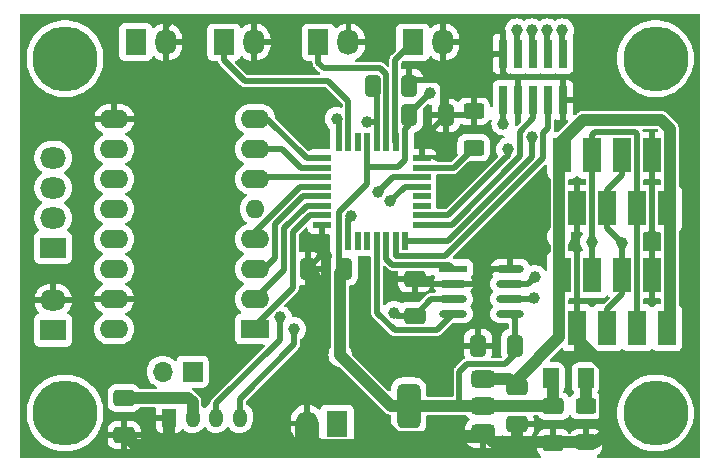
<source format=gbr>
%TF.GenerationSoftware,KiCad,Pcbnew,7.0.11-2.fc39*%
%TF.CreationDate,2024-04-03T17:16:25+02:00*%
%TF.ProjectId,CarteMPP,43617274-654d-4505-902e-6b696361645f,rev?*%
%TF.SameCoordinates,Original*%
%TF.FileFunction,Copper,L1,Top*%
%TF.FilePolarity,Positive*%
%FSLAX46Y46*%
G04 Gerber Fmt 4.6, Leading zero omitted, Abs format (unit mm)*
G04 Created by KiCad (PCBNEW 7.0.11-2.fc39) date 2024-04-03 17:16:25*
%MOMM*%
%LPD*%
G01*
G04 APERTURE LIST*
G04 Aperture macros list*
%AMRoundRect*
0 Rectangle with rounded corners*
0 $1 Rounding radius*
0 $2 $3 $4 $5 $6 $7 $8 $9 X,Y pos of 4 corners*
0 Add a 4 corners polygon primitive as box body*
4,1,4,$2,$3,$4,$5,$6,$7,$8,$9,$2,$3,0*
0 Add four circle primitives for the rounded corners*
1,1,$1+$1,$2,$3*
1,1,$1+$1,$4,$5*
1,1,$1+$1,$6,$7*
1,1,$1+$1,$8,$9*
0 Add four rect primitives between the rounded corners*
20,1,$1+$1,$2,$3,$4,$5,0*
20,1,$1+$1,$4,$5,$6,$7,0*
20,1,$1+$1,$6,$7,$8,$9,0*
20,1,$1+$1,$8,$9,$2,$3,0*%
G04 Aperture macros list end*
%TA.AperFunction,SMDPad,CuDef*%
%ADD10RoundRect,0.375000X0.625000X0.375000X-0.625000X0.375000X-0.625000X-0.375000X0.625000X-0.375000X0*%
%TD*%
%TA.AperFunction,SMDPad,CuDef*%
%ADD11RoundRect,0.500000X0.500000X1.400000X-0.500000X1.400000X-0.500000X-1.400000X0.500000X-1.400000X0*%
%TD*%
%TA.AperFunction,SMDPad,CuDef*%
%ADD12RoundRect,0.250000X0.650000X-0.412500X0.650000X0.412500X-0.650000X0.412500X-0.650000X-0.412500X0*%
%TD*%
%TA.AperFunction,SMDPad,CuDef*%
%ADD13RoundRect,0.250000X-0.412500X-0.650000X0.412500X-0.650000X0.412500X0.650000X-0.412500X0.650000X0*%
%TD*%
%TA.AperFunction,SMDPad,CuDef*%
%ADD14R,2.377069X0.622132*%
%TD*%
%TA.AperFunction,SMDPad,CuDef*%
%ADD15RoundRect,0.311066X-0.877468X0.000000X0.877468X0.000000X0.877468X0.000000X-0.877468X0.000000X0*%
%TD*%
%TA.AperFunction,SMDPad,CuDef*%
%ADD16R,1.500000X3.000000*%
%TD*%
%TA.AperFunction,SMDPad,CuDef*%
%ADD17R,1.499997X3.000000*%
%TD*%
%TA.AperFunction,SMDPad,CuDef*%
%ADD18RoundRect,0.250000X0.412500X0.650000X-0.412500X0.650000X-0.412500X-0.650000X0.412500X-0.650000X0*%
%TD*%
%TA.AperFunction,ComponentPad*%
%ADD19R,1.700000X1.700000*%
%TD*%
%TA.AperFunction,ComponentPad*%
%ADD20O,1.700000X1.700000*%
%TD*%
%TA.AperFunction,ComponentPad*%
%ADD21C,5.500000*%
%TD*%
%TA.AperFunction,ComponentPad*%
%ADD22R,1.800000X2.200000*%
%TD*%
%TA.AperFunction,ComponentPad*%
%ADD23O,1.800000X2.200000*%
%TD*%
%TA.AperFunction,SMDPad,CuDef*%
%ADD24RoundRect,0.250000X-0.625000X0.400000X-0.625000X-0.400000X0.625000X-0.400000X0.625000X0.400000X0*%
%TD*%
%TA.AperFunction,SMDPad,CuDef*%
%ADD25RoundRect,0.250000X-0.650000X0.412500X-0.650000X-0.412500X0.650000X-0.412500X0.650000X0.412500X0*%
%TD*%
%TA.AperFunction,SMDPad,CuDef*%
%ADD26RoundRect,0.250001X0.462499X0.624999X-0.462499X0.624999X-0.462499X-0.624999X0.462499X-0.624999X0*%
%TD*%
%TA.AperFunction,SMDPad,CuDef*%
%ADD27R,0.740000X2.400000*%
%TD*%
%TA.AperFunction,SMDPad,CuDef*%
%ADD28RoundRect,0.250000X0.625000X-0.400000X0.625000X0.400000X-0.625000X0.400000X-0.625000X-0.400000X0*%
%TD*%
%TA.AperFunction,ComponentPad*%
%ADD29R,1.200000X1.600000*%
%TD*%
%TA.AperFunction,ComponentPad*%
%ADD30O,1.200000X1.600000*%
%TD*%
%TA.AperFunction,ComponentPad*%
%ADD31R,2.200000X1.800000*%
%TD*%
%TA.AperFunction,ComponentPad*%
%ADD32O,2.200000X1.800000*%
%TD*%
%TA.AperFunction,ComponentPad*%
%ADD33R,2.400000X1.600000*%
%TD*%
%TA.AperFunction,ComponentPad*%
%ADD34O,2.400000X1.600000*%
%TD*%
%TA.AperFunction,ComponentPad*%
%ADD35O,1.600000X1.600000*%
%TD*%
%TA.AperFunction,SMDPad,CuDef*%
%ADD36R,0.550000X1.500000*%
%TD*%
%TA.AperFunction,SMDPad,CuDef*%
%ADD37R,1.500000X0.550000*%
%TD*%
%TA.AperFunction,ViaPad*%
%ADD38C,1.000000*%
%TD*%
%TA.AperFunction,ViaPad*%
%ADD39C,1.500000*%
%TD*%
%TA.AperFunction,Conductor*%
%ADD40C,0.500000*%
%TD*%
%TA.AperFunction,Conductor*%
%ADD41C,1.000000*%
%TD*%
%TA.AperFunction,Conductor*%
%ADD42C,0.400000*%
%TD*%
%TA.AperFunction,Conductor*%
%ADD43C,2.000000*%
%TD*%
G04 APERTURE END LIST*
D10*
%TO.P,U3,1,GND*%
%TO.N,GND*%
X164500000Y-118400000D03*
%TO.P,U3,2,VO*%
%TO.N,+3.3V*%
X164500000Y-116100000D03*
D11*
X158200000Y-116100000D03*
D10*
%TO.P,U3,3,VI*%
%TO.N,+5V*%
X164500000Y-113800000D03*
%TD*%
D12*
%TO.P,C6,1*%
%TO.N,+5V*%
X158700000Y-108462500D03*
%TO.P,C6,2*%
%TO.N,GND*%
X158700000Y-105337500D03*
%TD*%
D13*
%TO.P,C2,1,1*%
%TO.N,GND*%
X149637500Y-104500000D03*
%TO.P,C2,2,2*%
%TO.N,+3.3V*%
X152762500Y-104500000D03*
%TD*%
D14*
%TO.P,U2,1,TXD*%
%TO.N,/TX_Can*%
X161957468Y-104495000D03*
D15*
%TO.P,U2,2,VSS*%
%TO.N,GND*%
X161957468Y-105765000D03*
%TO.P,U2,3,VDD*%
%TO.N,+5V*%
X161957468Y-107035000D03*
%TO.P,U2,4,RXD*%
%TO.N,/RX_Can*%
X161957468Y-108305000D03*
%TO.P,U2,5,VIO*%
%TO.N,+3.3V*%
X166792531Y-108305000D03*
%TO.P,U2,6,CANL*%
%TO.N,/CAN_L*%
X166792531Y-107035000D03*
%TO.P,U2,7,CANH*%
%TO.N,/CAN_H*%
X166792531Y-105765000D03*
%TO.P,U2,8,STBY*%
%TO.N,GND*%
X166792531Y-104495000D03*
%TD*%
D16*
%TO.P,JP2,1,VCC*%
%TO.N,+5V*%
X180088008Y-99388996D03*
%TO.P,JP2,2,GND*%
%TO.N,GND*%
X178818008Y-94888995D03*
%TO.P,JP2,3,CAN_L*%
%TO.N,/CAN_L*%
X177548008Y-99388996D03*
%TO.P,JP2,4,CAN_H*%
%TO.N,/CAN_H*%
X176278008Y-94888995D03*
%TO.P,JP2,5,CAN_H*%
X175008008Y-99388996D03*
%TO.P,JP2,6,CAN_L*%
%TO.N,/CAN_L*%
X173738008Y-94888995D03*
D17*
%TO.P,JP2,7,GND*%
%TO.N,GND*%
X172468008Y-99388996D03*
%TO.P,JP2,8,VCC*%
%TO.N,+5V*%
X171198008Y-94888995D03*
%TD*%
D18*
%TO.P,C3,1,1*%
%TO.N,GND*%
X158262500Y-89000000D03*
%TO.P,C3,2,2*%
%TO.N,/NRST*%
X155137500Y-89000000D03*
%TD*%
D19*
%TO.P,J15,1,Pin_1*%
%TO.N,/V_HERKULEX*%
X139900000Y-113200000D03*
D20*
%TO.P,J15,2,Pin_2*%
%TO.N,/V_STEPPER*%
X137360000Y-113200000D03*
%TD*%
D21*
%TO.P,J9,1,Pin_1*%
%TO.N,unconnected-(J9-Pin_1-Pad1)*%
X129100000Y-86700000D03*
%TD*%
D22*
%TO.P,J14,1,Pin_1*%
%TO.N,/V_HERKULEX*%
X152140000Y-117600000D03*
D23*
%TO.P,J14,2,Pin_2*%
%TO.N,GND*%
X149600000Y-117600000D03*
%TD*%
D24*
%TO.P,R1,1,1*%
%TO.N,GND*%
X163700000Y-91150000D03*
%TO.P,R1,2,2*%
%TO.N,/BOOT0*%
X163700000Y-94250000D03*
%TD*%
D25*
%TO.P,C4,1,1*%
%TO.N,+5V*%
X167400000Y-114537500D03*
%TO.P,C4,2,2*%
%TO.N,GND*%
X167400000Y-117662500D03*
%TD*%
D22*
%TO.P,J4,1,Pin_1*%
%TO.N,/Aux3*%
X150560000Y-85300000D03*
D23*
%TO.P,J4,2,Pin_2*%
%TO.N,GND*%
X153100000Y-85300000D03*
%TD*%
D21*
%TO.P,J11,1,Pin_1*%
%TO.N,unconnected-(J11-Pin_1-Pad1)*%
X179100000Y-86700000D03*
%TD*%
D26*
%TO.P,D1,1,K*%
%TO.N,Net-(D1-K)*%
X173200000Y-113750000D03*
%TO.P,D1,2,A*%
%TO.N,+3.3V*%
X170225000Y-113750000D03*
%TD*%
D21*
%TO.P,J12,1,Pin_1*%
%TO.N,unconnected-(J12-Pin_1-Pad1)*%
X179100000Y-116700000D03*
%TD*%
D27*
%TO.P,J6,1,1*%
%TO.N,+3.3V*%
X166190000Y-90200000D03*
%TO.P,J6,2,2*%
%TO.N,GND*%
X166190000Y-86300000D03*
%TO.P,J6,3,3*%
X167460000Y-90200000D03*
%TO.P,J6,4,4*%
%TO.N,/SWO*%
X167460000Y-86300000D03*
%TO.P,J6,5,5*%
%TO.N,/RX_TARGET*%
X168730000Y-90200000D03*
%TO.P,J6,6,6*%
%TO.N,/TCK*%
X168730000Y-86300000D03*
%TO.P,J6,7,7*%
%TO.N,/TMS*%
X170000000Y-90200000D03*
%TO.P,J6,8,8*%
%TO.N,/TX_TARGET*%
X170000000Y-86300000D03*
%TO.P,J6,9,9*%
%TO.N,GND*%
X171270000Y-90200000D03*
%TO.P,J6,10,10*%
%TO.N,/NRST*%
X171270000Y-86300000D03*
%TD*%
D18*
%TO.P,C7,1*%
%TO.N,+3.3V*%
X167192531Y-111005000D03*
%TO.P,C7,2*%
%TO.N,GND*%
X164067531Y-111005000D03*
%TD*%
D28*
%TO.P,R2,1,1*%
%TO.N,GND*%
X173200000Y-119200000D03*
%TO.P,R2,2,2*%
%TO.N,Net-(D1-K)*%
X173200000Y-116100000D03*
%TD*%
D29*
%TO.P,J16,1,GND*%
%TO.N,GND*%
X137900000Y-117100000D03*
D30*
%TO.P,J16,2,VCC*%
%TO.N,/V_HERKULEX*%
X139900000Y-117100000D03*
%TO.P,J16,3,TXD*%
%TO.N,/Rx1*%
X141900000Y-117100000D03*
%TO.P,J16,4,RXD*%
%TO.N,/Tx1*%
X143900000Y-117100000D03*
%TD*%
D22*
%TO.P,J3,1,Pin_1*%
%TO.N,/Aux2*%
X135100000Y-85300000D03*
D23*
%TO.P,J3,2,Pin_2*%
%TO.N,GND*%
X137640000Y-85300000D03*
%TD*%
D22*
%TO.P,J8,1,Pin_1*%
%TO.N,/Aux1*%
X142560000Y-85300000D03*
D23*
%TO.P,J8,2,Pin_2*%
%TO.N,GND*%
X145100000Y-85300000D03*
%TD*%
D31*
%TO.P,J5,1,Pin_1*%
%TO.N,/B1*%
X128100000Y-102700000D03*
D32*
%TO.P,J5,2,Pin_2*%
%TO.N,/B2*%
X128100000Y-100160000D03*
%TO.P,J5,3,Pin_3*%
%TO.N,/A1*%
X128100000Y-97620000D03*
%TO.P,J5,4,Pin_4*%
%TO.N,/A2*%
X128100000Y-95080000D03*
%TD*%
D22*
%TO.P,J7,1,Pin_1*%
%TO.N,/Aux4*%
X158560000Y-85300000D03*
D23*
%TO.P,J7,2,Pin_2*%
%TO.N,GND*%
X161100000Y-85300000D03*
%TD*%
D33*
%TO.P,J1,1,Pin_1*%
%TO.N,/EN*%
X145200000Y-109600000D03*
D34*
%TO.P,J1,2,Pin_2*%
%TO.N,/M0*%
X145200000Y-107060000D03*
%TO.P,J1,3,Pin_3*%
%TO.N,/M1*%
X145200000Y-104520000D03*
%TO.P,J1,4,Pin_4*%
%TO.N,/M2*%
X145200000Y-101980000D03*
D35*
%TO.P,J1,5,Pin_5*%
%TO.N,unconnected-(J1-Pin_5-Pad5)*%
X145200000Y-99440000D03*
D34*
%TO.P,J1,6,Pin_6*%
%TO.N,/STBY*%
X145200000Y-96900000D03*
%TO.P,J1,7,Pin_7*%
%TO.N,/STEP*%
X145200000Y-94360000D03*
%TO.P,J1,8,Pin_8*%
%TO.N,/DIR*%
X145200000Y-91820000D03*
%TO.P,J1,9,Pin_1*%
%TO.N,GND*%
X133280000Y-91820000D03*
%TO.P,J1,10,Pin_2*%
%TO.N,+3.3V*%
X133262000Y-94360000D03*
%TO.P,J1,11,Pin_3*%
%TO.N,/A2*%
X133262000Y-96900000D03*
%TO.P,J1,12,Pin_4*%
%TO.N,/A1*%
X133262000Y-99440000D03*
%TO.P,J1,13,Pin_5*%
%TO.N,/B2*%
X133262000Y-101980000D03*
%TO.P,J1,14,Pin_6*%
%TO.N,/B1*%
X133262000Y-104520000D03*
%TO.P,J1,15,Pin_7*%
%TO.N,GND*%
X133262000Y-107060000D03*
%TO.P,J1,16,Pin_8*%
%TO.N,/V_STEPPER*%
X133262000Y-109600000D03*
%TD*%
D31*
%TO.P,J2,1,Pin_1*%
%TO.N,/V_STEPPER*%
X128100000Y-109700000D03*
D32*
%TO.P,J2,2,Pin_2*%
%TO.N,GND*%
X128100000Y-107160000D03*
%TD*%
D12*
%TO.P,C8,1,1*%
%TO.N,GND*%
X134100000Y-118562500D03*
%TO.P,C8,2,2*%
%TO.N,/V_HERKULEX*%
X134100000Y-115437500D03*
%TD*%
D25*
%TO.P,C5,1,1*%
%TO.N,+3.3V*%
X170450000Y-116125000D03*
%TO.P,C5,2,2*%
%TO.N,GND*%
X170450000Y-119250000D03*
%TD*%
D36*
%TO.P,U1,1,VDD3*%
%TO.N,+3.3V*%
X157900000Y-93750000D03*
%TO.P,U1,2,PF0/PC14*%
%TO.N,/Aux4*%
X157100000Y-93750000D03*
%TO.P,U1,3,PF1/PC15*%
%TO.N,/Aux3*%
X156300000Y-93750000D03*
%TO.P,U1,4,NRST*%
%TO.N,/NRST*%
X155500000Y-93750000D03*
%TO.P,U1,5,VDDA/VREF+*%
%TO.N,+3.3V*%
X154700000Y-93750000D03*
%TO.P,U1,6,PA0*%
%TO.N,/Aux7*%
X153900000Y-93750000D03*
%TO.P,U1,7,PA1*%
%TO.N,/Aux1*%
X153100000Y-93750000D03*
%TO.P,U1,8,PA2*%
%TO.N,/TX_TARGET*%
X152300000Y-93750000D03*
D37*
%TO.P,U1,9,PA3*%
%TO.N,/DIR*%
X150900000Y-95150000D03*
%TO.P,U1,10,PA4*%
%TO.N,/STEP*%
X150900000Y-95950000D03*
%TO.P,U1,11,PA5*%
%TO.N,/STBY*%
X150900000Y-96750000D03*
%TO.P,U1,12,PA6*%
%TO.N,/M2*%
X150900000Y-97550000D03*
%TO.P,U1,13,PA7*%
%TO.N,/M1*%
X150900000Y-98350000D03*
%TO.P,U1,14,PB0*%
%TO.N,/M0*%
X150900000Y-99150000D03*
%TO.P,U1,15,PB1/NPOR*%
%TO.N,/EN*%
X150900000Y-99950000D03*
%TO.P,U1,16,PB2/VSS2*%
%TO.N,GND*%
X150900000Y-100750000D03*
D36*
%TO.P,U1,17,VDD2/VDD_USB*%
%TO.N,+3.3V*%
X152300000Y-102150000D03*
%TO.P,U1,18,PA8*%
%TO.N,/Aux2*%
X153100000Y-102150000D03*
%TO.P,U1,19,PA9*%
%TO.N,unconnected-(U1-PA9-Pad19)*%
X153900000Y-102150000D03*
%TO.P,U1,20,PA10*%
%TO.N,unconnected-(U1-PA10-Pad20)*%
X154700000Y-102150000D03*
%TO.P,U1,21,PA11*%
%TO.N,/RX_Can*%
X155500000Y-102150000D03*
%TO.P,U1,22,PA12*%
%TO.N,/TX_Can*%
X156300000Y-102150000D03*
%TO.P,U1,23,PA13*%
%TO.N,/TMS*%
X157100000Y-102150000D03*
%TO.P,U1,24,PA14*%
%TO.N,/TCK*%
X157900000Y-102150000D03*
D37*
%TO.P,U1,25,PA15*%
%TO.N,/RX_TARGET*%
X159300000Y-100750000D03*
%TO.P,U1,26,PB3*%
%TO.N,/SWO*%
X159300000Y-99950000D03*
%TO.P,U1,27,PB4*%
%TO.N,/Aux6*%
X159300000Y-99150000D03*
%TO.P,U1,28,PB5*%
%TO.N,/Aux5*%
X159300000Y-98350000D03*
%TO.P,U1,29,PB6*%
%TO.N,/Tx1*%
X159300000Y-97550000D03*
%TO.P,U1,30,PB7*%
%TO.N,/Rx1*%
X159300000Y-96750000D03*
%TO.P,U1,31,BOOT0/PB8/PH3*%
%TO.N,/BOOT0*%
X159300000Y-95950000D03*
%TO.P,U1,32,PB8/VSS3*%
%TO.N,GND*%
X159300000Y-95150000D03*
%TD*%
D18*
%TO.P,C1,1,1*%
%TO.N,GND*%
X161362500Y-91500000D03*
%TO.P,C1,2,2*%
%TO.N,+3.3V*%
X158237500Y-91500000D03*
%TD*%
D21*
%TO.P,J10,1,Pin_1*%
%TO.N,unconnected-(J10-Pin_1-Pad1)*%
X129100000Y-116700000D03*
%TD*%
D16*
%TO.P,JP1,1,VCC*%
%TO.N,+5V*%
X180082008Y-109488996D03*
%TO.P,JP1,2,GND*%
%TO.N,GND*%
X178812008Y-104988995D03*
%TO.P,JP1,3,CAN_L*%
%TO.N,/CAN_L*%
X177542008Y-109488996D03*
%TO.P,JP1,4,CAN_H*%
%TO.N,/CAN_H*%
X176272008Y-104988995D03*
%TO.P,JP1,5,CAN_H*%
X175002008Y-109488996D03*
%TO.P,JP1,6,CAN_L*%
%TO.N,/CAN_L*%
X173732008Y-104988995D03*
D17*
%TO.P,JP1,7,GND*%
%TO.N,GND*%
X172462008Y-109488996D03*
%TO.P,JP1,8,VCC*%
%TO.N,+5V*%
X171192008Y-104988995D03*
%TD*%
D38*
%TO.N,GND*%
X156900000Y-105400000D03*
D39*
X178818008Y-102000000D03*
D38*
X161400000Y-94000000D03*
D39*
X176100000Y-112600000D03*
D38*
X150300000Y-110700000D03*
%TO.N,+5V*%
X170923898Y-101761888D03*
X156957107Y-108242893D03*
%TO.N,+3.3V*%
X166200000Y-92200000D03*
X160000000Y-89600000D03*
X152400000Y-111800000D03*
%TO.N,/CAN_H*%
X176272008Y-102272008D03*
X168900000Y-105200000D03*
%TO.N,/CAN_L*%
X168800000Y-107000000D03*
X173732008Y-102200000D03*
%TO.N,/Tx1*%
X156600000Y-98800000D03*
X148500000Y-109600000D03*
%TO.N,/Aux2*%
X153357107Y-100057107D03*
%TO.N,/NRST*%
X171200000Y-84300000D03*
X154700000Y-92100000D03*
%TO.N,/TX_TARGET*%
X152100000Y-91800000D03*
X169949997Y-84300000D03*
%TO.N,/TCK*%
X168600000Y-84300000D03*
X168600000Y-93300000D03*
%TO.N,/SWO*%
X167349997Y-84300000D03*
X166600000Y-94382233D03*
%TO.N,/Rx1*%
X147307107Y-108607107D03*
X155600000Y-98000000D03*
%TD*%
D40*
%TO.N,/EN*%
X148400000Y-101360660D02*
X148400000Y-106100000D01*
X149810660Y-99950000D02*
X148400000Y-101360660D01*
X145200000Y-109300000D02*
X145200000Y-109600000D01*
X148400000Y-106100000D02*
X145200000Y-109300000D01*
X150900000Y-99950000D02*
X149810660Y-99950000D01*
%TO.N,/M0*%
X149550000Y-99150000D02*
X147650000Y-101050000D01*
X150900000Y-99150000D02*
X149550000Y-99150000D01*
X147650000Y-104610000D02*
X145200000Y-107060000D01*
X147650000Y-101050000D02*
X147650000Y-104610000D01*
%TO.N,/M1*%
X146900000Y-103575000D02*
X145955000Y-104520000D01*
X145955000Y-104520000D02*
X145200000Y-104520000D01*
X150900000Y-98350000D02*
X149289340Y-98350000D01*
X149289340Y-98350000D02*
X146900000Y-100739340D01*
X146900000Y-100739340D02*
X146900000Y-103575000D01*
%TO.N,/M2*%
X145200000Y-101980000D02*
X145200000Y-101378680D01*
X149028680Y-97550000D02*
X150900000Y-97550000D01*
X145200000Y-101378680D02*
X149028680Y-97550000D01*
%TO.N,/STBY*%
X145350000Y-96750000D02*
X145200000Y-96900000D01*
X150900000Y-96750000D02*
X145350000Y-96750000D01*
%TO.N,/STEP*%
X145200000Y-94360000D02*
X147460000Y-94360000D01*
X147460000Y-94360000D02*
X149050000Y-95950000D01*
X149050000Y-95950000D02*
X150900000Y-95950000D01*
%TO.N,/DIR*%
X145200000Y-91820000D02*
X146220000Y-91820000D01*
X146220000Y-91820000D02*
X149550000Y-95150000D01*
X149550000Y-95150000D02*
X150900000Y-95150000D01*
D41*
%TO.N,GND*%
X157150000Y-118750000D02*
X150300000Y-111900000D01*
D40*
X164067531Y-105765000D02*
X163535000Y-105765000D01*
D41*
X174100000Y-119200000D02*
X173200000Y-119200000D01*
X164500000Y-118400000D02*
X164150000Y-118750000D01*
D40*
X161100000Y-85300000D02*
X161100000Y-88500000D01*
X137640000Y-83960000D02*
X138100000Y-83500000D01*
D41*
X174825000Y-112825000D02*
X174825000Y-118475000D01*
X175875000Y-112825000D02*
X176100000Y-112600000D01*
D40*
X165300000Y-83500000D02*
X166190000Y-84390000D01*
X158637500Y-105400000D02*
X158700000Y-105337500D01*
X159127500Y-105765000D02*
X158700000Y-105337500D01*
D41*
X167400000Y-119100000D02*
X167500000Y-119200000D01*
X137900000Y-117100000D02*
X137900000Y-119450000D01*
D40*
X150900000Y-103237500D02*
X149637500Y-104500000D01*
X161200000Y-83500000D02*
X165300000Y-83500000D01*
X165337531Y-104495000D02*
X166792531Y-104495000D01*
D42*
X153100000Y-83600000D02*
X153200000Y-83500000D01*
D41*
X167500000Y-119200000D02*
X165300000Y-119200000D01*
X150300000Y-105162500D02*
X149637500Y-104500000D01*
D40*
X138100000Y-83500000D02*
X145200000Y-83500000D01*
X156900000Y-105400000D02*
X158637500Y-105400000D01*
D41*
X149600000Y-119450000D02*
X156450000Y-119450000D01*
D40*
X178818008Y-94888995D02*
X178818008Y-102000000D01*
X167460000Y-88360000D02*
X167400000Y-88300000D01*
D41*
X134987500Y-119450000D02*
X137900000Y-119450000D01*
X167400000Y-117662500D02*
X167400000Y-119100000D01*
D40*
X171270000Y-88500000D02*
X171270000Y-90200000D01*
X161362500Y-91500000D02*
X161362500Y-93962500D01*
X166600000Y-88300000D02*
X167400000Y-88300000D01*
X172468008Y-99388996D02*
X172468008Y-109482996D01*
X167400000Y-88300000D02*
X171070000Y-88300000D01*
X159300000Y-95150000D02*
X159300000Y-93562500D01*
D42*
X153100000Y-85300000D02*
X153100000Y-83600000D01*
D40*
X164067531Y-105765000D02*
X165337531Y-104495000D01*
X166190000Y-86300000D02*
X166190000Y-87890000D01*
X161100000Y-91237500D02*
X161362500Y-91500000D01*
D41*
X156450000Y-119450000D02*
X157150000Y-118750000D01*
D40*
X137640000Y-85300000D02*
X137640000Y-83960000D01*
X171070000Y-88300000D02*
X171270000Y-88500000D01*
X145200000Y-83500000D02*
X153200000Y-83500000D01*
X161362500Y-93962500D02*
X161400000Y-94000000D01*
X159300000Y-93562500D02*
X161362500Y-91500000D01*
D41*
X137900000Y-119450000D02*
X149600000Y-119450000D01*
D40*
X165300000Y-86300000D02*
X163700000Y-87900000D01*
X164067531Y-111005000D02*
X164067531Y-105765000D01*
X178818008Y-104982995D02*
X178812008Y-104988995D01*
X163350000Y-91500000D02*
X163700000Y-91150000D01*
X150900000Y-100750000D02*
X150900000Y-103237500D01*
X161100000Y-83600000D02*
X161200000Y-83500000D01*
D41*
X164150000Y-118750000D02*
X157150000Y-118750000D01*
X134100000Y-118562500D02*
X134987500Y-119450000D01*
D40*
X166190000Y-87890000D02*
X166600000Y-88300000D01*
X161100000Y-88500000D02*
X161100000Y-91237500D01*
X161100000Y-88500000D02*
X158762500Y-88500000D01*
X166190000Y-86300000D02*
X165300000Y-86300000D01*
X167460000Y-90200000D02*
X167460000Y-88360000D01*
X161100000Y-85300000D02*
X161100000Y-83600000D01*
D42*
X145100000Y-83600000D02*
X145200000Y-83500000D01*
D41*
X150300000Y-111900000D02*
X150300000Y-105162500D01*
X174825000Y-118475000D02*
X174100000Y-119200000D01*
D40*
X166190000Y-84390000D02*
X166190000Y-86300000D01*
D42*
X145100000Y-85300000D02*
X145100000Y-83600000D01*
D41*
X174825000Y-112825000D02*
X175875000Y-112825000D01*
D40*
X158762500Y-88500000D02*
X158262500Y-89000000D01*
D41*
X172462008Y-110462008D02*
X174825000Y-112825000D01*
D40*
X161957468Y-105765000D02*
X159127500Y-105765000D01*
X153200000Y-83500000D02*
X161200000Y-83500000D01*
D41*
X165300000Y-119200000D02*
X164500000Y-118400000D01*
D40*
X172468008Y-109482996D02*
X172462008Y-109488996D01*
X161362500Y-91500000D02*
X163350000Y-91500000D01*
X163700000Y-87900000D02*
X163700000Y-91150000D01*
D41*
X173200000Y-119200000D02*
X167500000Y-119200000D01*
D43*
X149600000Y-117600000D02*
X149600000Y-119450000D01*
D40*
X161957468Y-105765000D02*
X163535000Y-105765000D01*
D41*
X172462008Y-109488996D02*
X172462008Y-110462008D01*
D40*
X178818008Y-102000000D02*
X178818008Y-104982995D01*
D41*
%TO.N,+5V*%
X170962010Y-110312990D02*
X167400000Y-113875000D01*
D40*
X158700000Y-108462500D02*
X157176714Y-108462500D01*
D41*
X180318008Y-99618996D02*
X180088008Y-99388996D01*
D40*
X160127500Y-107035000D02*
X158700000Y-108462500D01*
D41*
X172988008Y-91888995D02*
X179568008Y-91888995D01*
X180318008Y-109252996D02*
X180318008Y-99618996D01*
X170962010Y-104758997D02*
X171192008Y-104988995D01*
X180082008Y-109488996D02*
X180318008Y-109252996D01*
X170962010Y-95124993D02*
X170962010Y-104758997D01*
X171198008Y-94888995D02*
X171198008Y-93678995D01*
X180318008Y-99158996D02*
X180088008Y-99388996D01*
X171198008Y-93678995D02*
X172988008Y-91888995D01*
X171192008Y-104988995D02*
X170962010Y-105218993D01*
X179568008Y-91888995D02*
X180318008Y-92638995D01*
D40*
X157176714Y-108462500D02*
X156957107Y-108242893D01*
X161957468Y-107035000D02*
X160127500Y-107035000D01*
D41*
X170962010Y-105218993D02*
X170962010Y-110312990D01*
X171198008Y-94888995D02*
X170962010Y-95124993D01*
X164500000Y-113800000D02*
X166662500Y-113800000D01*
X167400000Y-113875000D02*
X167400000Y-114537500D01*
X180318008Y-92638995D02*
X180318008Y-99158996D01*
X166662500Y-113800000D02*
X167400000Y-114537500D01*
%TO.N,/V_HERKULEX*%
X139537500Y-115437500D02*
X139900000Y-115800000D01*
X139900000Y-115800000D02*
X139900000Y-117100000D01*
X134100000Y-115437500D02*
X139537500Y-115437500D01*
%TO.N,+3.3V*%
X162500000Y-116100000D02*
X170425000Y-116100000D01*
X170450000Y-113975000D02*
X170225000Y-113750000D01*
D40*
X162500000Y-113200000D02*
X162500000Y-116100000D01*
X167192531Y-111707469D02*
X166350000Y-112550000D01*
D41*
X156700000Y-116100000D02*
X152400000Y-111800000D01*
D40*
X152300000Y-99700000D02*
X154700000Y-97300000D01*
X167192531Y-111005000D02*
X167192531Y-111707469D01*
X166200000Y-92200000D02*
X166200000Y-90210000D01*
X154700000Y-95200000D02*
X154700000Y-93750000D01*
X154700000Y-95900000D02*
X154700000Y-95200000D01*
X167192531Y-108705000D02*
X166792531Y-108305000D01*
D41*
X152400000Y-104862500D02*
X152762500Y-104500000D01*
D40*
X157900000Y-93750000D02*
X157900000Y-95300000D01*
X157900000Y-92700000D02*
X157900000Y-93750000D01*
D41*
X170425000Y-116100000D02*
X170450000Y-116125000D01*
D40*
X152300000Y-104037500D02*
X152762500Y-104500000D01*
X157900000Y-95300000D02*
X157300000Y-95900000D01*
X157300000Y-95900000D02*
X154700000Y-95900000D01*
X158237500Y-91500000D02*
X158237500Y-91362500D01*
X166200000Y-90210000D02*
X166190000Y-90200000D01*
X154700000Y-97300000D02*
X154700000Y-95200000D01*
X152300000Y-102150000D02*
X152300000Y-104037500D01*
D41*
X152400000Y-111800000D02*
X152400000Y-104862500D01*
X170450000Y-116125000D02*
X170450000Y-113975000D01*
D40*
X152300000Y-102150000D02*
X152300000Y-99700000D01*
D41*
X158200000Y-116100000D02*
X156700000Y-116100000D01*
X158200000Y-116100000D02*
X162500000Y-116100000D01*
D40*
X158237500Y-91362500D02*
X160000000Y-89600000D01*
X158237500Y-91500000D02*
X158237500Y-92362500D01*
X167192531Y-111005000D02*
X167192531Y-108705000D01*
X158237500Y-92362500D02*
X157900000Y-92700000D01*
X163150000Y-112550000D02*
X162500000Y-113200000D01*
X166350000Y-112550000D02*
X163150000Y-112550000D01*
%TO.N,/TX_Can*%
X156300000Y-103635660D02*
X156814340Y-104150000D01*
X161612468Y-104150000D02*
X161957468Y-104495000D01*
X156814340Y-104150000D02*
X161612468Y-104150000D01*
X156300000Y-102150000D02*
X156300000Y-103635660D01*
%TO.N,/RX_Can*%
X155500000Y-102150000D02*
X155500000Y-108200000D01*
X160562468Y-109700000D02*
X161957468Y-108305000D01*
X157000000Y-109700000D02*
X160562468Y-109700000D01*
X155500000Y-108200000D02*
X157000000Y-109700000D01*
%TO.N,/CAN_H*%
X175008008Y-99388996D02*
X175008008Y-101008008D01*
X176272008Y-104988995D02*
X176272008Y-106648995D01*
X176278008Y-96578995D02*
X175008008Y-97848995D01*
X175002008Y-107918995D02*
X175002008Y-109488996D01*
X176272008Y-102272008D02*
X176272008Y-104988995D01*
X175008008Y-101008008D02*
X176272008Y-102272008D01*
X175008008Y-97848995D02*
X175008008Y-99388996D01*
X168900000Y-105200000D02*
X168335000Y-105765000D01*
X176278008Y-94888995D02*
X176278008Y-96578995D01*
X168335000Y-105765000D02*
X166792531Y-105765000D01*
X176272008Y-106648995D02*
X175002008Y-107918995D01*
%TO.N,/CAN_L*%
X177388995Y-92888995D02*
X177548008Y-93048008D01*
X173738008Y-94888995D02*
X173738008Y-93161992D01*
X177548008Y-93048008D02*
X177548008Y-99388996D01*
X173732008Y-94894995D02*
X173738008Y-94888995D01*
X177542008Y-99394996D02*
X177548008Y-99388996D01*
X173738008Y-93161992D02*
X174011005Y-92888995D01*
X168765000Y-107035000D02*
X168800000Y-107000000D01*
X173732008Y-102200000D02*
X173732008Y-94894995D01*
X174011005Y-92888995D02*
X177388995Y-92888995D01*
X177542008Y-109488996D02*
X177542008Y-99394996D01*
X166792531Y-107035000D02*
X168765000Y-107035000D01*
X173732008Y-104988995D02*
X173732008Y-102200000D01*
%TO.N,/Tx1*%
X143900000Y-115500000D02*
X143900000Y-117100000D01*
X159300000Y-97550000D02*
X157850000Y-97550000D01*
X148500000Y-109600000D02*
X148500000Y-110900000D01*
X157850000Y-97550000D02*
X156600000Y-98800000D01*
X148500000Y-110900000D02*
X143900000Y-115500000D01*
%TO.N,/Aux1*%
X144300000Y-88600000D02*
X142560000Y-86860000D01*
X142560000Y-86860000D02*
X142560000Y-85300000D01*
X153100000Y-93750000D02*
X153100000Y-90300000D01*
X153100000Y-90300000D02*
X151400000Y-88600000D01*
X151400000Y-88600000D02*
X144300000Y-88600000D01*
%TO.N,/Aux2*%
X153100000Y-102150000D02*
X153100000Y-100314214D01*
X153100000Y-100314214D02*
X153357107Y-100057107D01*
%TO.N,/Aux3*%
X156300000Y-93750000D02*
X156300000Y-88032412D01*
X150560000Y-87060000D02*
X150560000Y-85300000D01*
X151000000Y-87500000D02*
X150560000Y-87060000D01*
X155767588Y-87500000D02*
X151000000Y-87500000D01*
X156300000Y-88032412D02*
X155767588Y-87500000D01*
%TO.N,/NRST*%
X171200000Y-86230000D02*
X171270000Y-86300000D01*
X171200000Y-84300000D02*
X171200000Y-86230000D01*
X155400000Y-92100000D02*
X155500000Y-92000000D01*
X155500000Y-92000000D02*
X155500000Y-90700000D01*
X155500000Y-93750000D02*
X155500000Y-90700000D01*
X154700000Y-92100000D02*
X155400000Y-92100000D01*
X155500000Y-90700000D02*
X155500000Y-89362500D01*
X155500000Y-89362500D02*
X155137500Y-89000000D01*
%TO.N,/Aux4*%
X157075000Y-93725000D02*
X157075000Y-86785000D01*
X157100000Y-93750000D02*
X157075000Y-93725000D01*
X157075000Y-86785000D02*
X158560000Y-85300000D01*
%TO.N,/BOOT0*%
X162000000Y-95950000D02*
X163700000Y-94250000D01*
X159300000Y-95950000D02*
X162000000Y-95950000D01*
D41*
%TO.N,Net-(D1-K)*%
X173200000Y-116100000D02*
X173200000Y-113750000D01*
D40*
%TO.N,/TX_TARGET*%
X169949997Y-86249997D02*
X170000000Y-86300000D01*
X152300000Y-92000000D02*
X152100000Y-91800000D01*
X169949997Y-84300000D02*
X169949997Y-86249997D01*
X152300000Y-93750000D02*
X152300000Y-92000000D01*
%TO.N,/TMS*%
X161300000Y-103400000D02*
X169600000Y-95100000D01*
X170000000Y-92600000D02*
X170000000Y-90200000D01*
X169600000Y-95100000D02*
X169600000Y-93000000D01*
X157100000Y-103375000D02*
X157125000Y-103400000D01*
X169600000Y-93000000D02*
X170000000Y-92600000D01*
X157100000Y-102150000D02*
X157100000Y-103375000D01*
X157125000Y-103400000D02*
X161300000Y-103400000D01*
%TO.N,/TCK*%
X168600000Y-84300000D02*
X168600000Y-86170000D01*
X168600000Y-95039340D02*
X168600000Y-93300000D01*
X161489340Y-102150000D02*
X168600000Y-95039340D01*
X157900000Y-102150000D02*
X161489340Y-102150000D01*
X168600000Y-86170000D02*
X168730000Y-86300000D01*
%TO.N,/RX_TARGET*%
X167600000Y-94978680D02*
X167600000Y-92885786D01*
X161828680Y-100750000D02*
X167600000Y-94978680D01*
X167600000Y-92885786D02*
X168730000Y-91755786D01*
X168730000Y-91755786D02*
X168730000Y-90200000D01*
X159300000Y-100750000D02*
X161828680Y-100750000D01*
%TO.N,/SWO*%
X161568020Y-99950000D02*
X166359010Y-95159010D01*
X166600000Y-94918020D02*
X166600000Y-94382233D01*
X167349997Y-84300000D02*
X167349997Y-86189997D01*
X167349997Y-86189997D02*
X167460000Y-86300000D01*
X159300000Y-99950000D02*
X161568020Y-99950000D01*
X166359010Y-95159010D02*
X166600000Y-94918020D01*
%TO.N,/Rx1*%
X156850000Y-96750000D02*
X155600000Y-98000000D01*
X147307107Y-110492893D02*
X141900000Y-115900000D01*
X141900000Y-115900000D02*
X141900000Y-117100000D01*
X147307107Y-108607107D02*
X147307107Y-110492893D01*
X159300000Y-96750000D02*
X156850000Y-96750000D01*
%TD*%
%TA.AperFunction,Conductor*%
%TO.N,GND*%
G36*
X169866843Y-95643483D02*
G01*
X169922776Y-95685355D01*
X169947193Y-95750819D01*
X169947509Y-95759665D01*
X169947509Y-96436865D01*
X169947510Y-96436871D01*
X169953917Y-96496478D01*
X170004211Y-96631323D01*
X170004215Y-96631330D01*
X170090461Y-96746539D01*
X170090462Y-96746540D01*
X170090463Y-96746541D01*
X170161821Y-96799960D01*
X170203692Y-96855891D01*
X170211510Y-96899225D01*
X170211510Y-101008470D01*
X170191825Y-101075509D01*
X170183363Y-101087135D01*
X170087988Y-101203348D01*
X170087984Y-101203355D01*
X169995086Y-101377154D01*
X169937873Y-101565758D01*
X169918557Y-101761888D01*
X169937873Y-101958017D01*
X169937874Y-101958020D01*
X169973625Y-102075876D01*
X169995086Y-102146621D01*
X170087984Y-102320420D01*
X170087988Y-102320427D01*
X170183363Y-102436640D01*
X170210676Y-102500950D01*
X170211510Y-102515305D01*
X170211510Y-102974272D01*
X170191825Y-103041311D01*
X170161821Y-103073538D01*
X170084464Y-103131447D01*
X170084461Y-103131450D01*
X169998215Y-103246659D01*
X169998211Y-103246666D01*
X169947917Y-103381512D01*
X169941510Y-103441111D01*
X169941509Y-103441130D01*
X169941509Y-104545428D01*
X169921824Y-104612467D01*
X169869020Y-104658222D01*
X169799862Y-104668166D01*
X169736306Y-104639141D01*
X169721656Y-104624093D01*
X169610883Y-104489116D01*
X169458539Y-104364090D01*
X169458532Y-104364086D01*
X169284733Y-104271188D01*
X169284727Y-104271186D01*
X169158997Y-104233046D01*
X169096129Y-104213975D01*
X168900000Y-104194659D01*
X168703869Y-104213975D01*
X168570910Y-104254308D01*
X168501043Y-104254931D01*
X168441930Y-104217683D01*
X168417873Y-104176600D01*
X168405369Y-104140865D01*
X168405369Y-104140864D01*
X168308128Y-103986108D01*
X168178891Y-103856871D01*
X168024137Y-103759632D01*
X167851617Y-103699264D01*
X167715553Y-103683934D01*
X167042531Y-103683934D01*
X167042531Y-104621000D01*
X167022846Y-104688039D01*
X166970042Y-104733794D01*
X166918531Y-104745000D01*
X165143255Y-104745000D01*
X165179693Y-104849136D01*
X165276933Y-105003891D01*
X165315007Y-105041965D01*
X165348492Y-105103288D01*
X165343508Y-105172980D01*
X165315007Y-105217327D01*
X165276539Y-105255794D01*
X165179239Y-105410648D01*
X165118837Y-105583265D01*
X165118835Y-105583275D01*
X165103496Y-105719419D01*
X165103496Y-105810575D01*
X165103497Y-105810583D01*
X165118835Y-105946727D01*
X165118837Y-105946737D01*
X165179240Y-106119353D01*
X165276539Y-106274205D01*
X165314653Y-106312319D01*
X165348138Y-106373642D01*
X165343154Y-106443334D01*
X165314653Y-106487681D01*
X165276539Y-106525794D01*
X165179239Y-106680648D01*
X165118837Y-106853265D01*
X165118835Y-106853275D01*
X165103496Y-106989419D01*
X165103496Y-107080575D01*
X165103497Y-107080583D01*
X165118835Y-107216727D01*
X165118837Y-107216737D01*
X165179240Y-107389353D01*
X165276539Y-107544205D01*
X165314653Y-107582319D01*
X165348138Y-107643642D01*
X165343154Y-107713334D01*
X165314653Y-107757681D01*
X165276539Y-107795794D01*
X165179239Y-107950648D01*
X165118837Y-108123265D01*
X165118835Y-108123275D01*
X165103496Y-108259419D01*
X165103496Y-108350575D01*
X165103497Y-108350583D01*
X165118835Y-108486727D01*
X165118837Y-108486737D01*
X165167476Y-108625735D01*
X165179240Y-108659353D01*
X165276539Y-108814205D01*
X165405857Y-108943523D01*
X165560709Y-109040822D01*
X165733329Y-109101225D01*
X165733335Y-109101225D01*
X165733337Y-109101226D01*
X165758424Y-109104052D01*
X165869487Y-109116566D01*
X166568031Y-109116565D01*
X166635070Y-109136249D01*
X166680825Y-109189053D01*
X166692031Y-109240565D01*
X166692031Y-109503988D01*
X166672346Y-109571027D01*
X166619542Y-109616782D01*
X166607035Y-109621694D01*
X166460699Y-109670185D01*
X166460694Y-109670187D01*
X166311373Y-109762289D01*
X166187320Y-109886342D01*
X166095218Y-110035663D01*
X166095216Y-110035668D01*
X166078108Y-110087298D01*
X166040032Y-110202203D01*
X166040032Y-110202204D01*
X166040031Y-110202204D01*
X166029531Y-110304983D01*
X166029531Y-111705001D01*
X166029532Y-111705018D01*
X166040031Y-111807796D01*
X166040032Y-111807799D01*
X166066110Y-111886496D01*
X166068512Y-111956324D01*
X166032780Y-112016366D01*
X165970260Y-112047559D01*
X165948404Y-112049500D01*
X165311131Y-112049500D01*
X165244092Y-112029815D01*
X165198337Y-111977011D01*
X165188393Y-111907853D01*
X165193425Y-111886496D01*
X165219536Y-111807697D01*
X165219537Y-111807690D01*
X165230030Y-111704986D01*
X165230031Y-111704973D01*
X165230031Y-111255000D01*
X162905032Y-111255000D01*
X162905032Y-111704986D01*
X162915525Y-111807697D01*
X162965528Y-111958596D01*
X162967930Y-112028424D01*
X162932198Y-112088466D01*
X162910204Y-112104305D01*
X162903799Y-112109100D01*
X162881020Y-112122615D01*
X162876636Y-112124617D01*
X162876625Y-112124624D01*
X162839108Y-112157132D01*
X162832226Y-112162678D01*
X162821403Y-112170780D01*
X162811854Y-112180329D01*
X162805384Y-112186353D01*
X162767861Y-112218867D01*
X162767854Y-112218876D01*
X162765243Y-112222938D01*
X162748616Y-112243568D01*
X162193568Y-112798616D01*
X162172938Y-112815243D01*
X162168876Y-112817854D01*
X162168867Y-112817861D01*
X162136353Y-112855384D01*
X162130329Y-112861854D01*
X162120780Y-112871403D01*
X162112678Y-112882226D01*
X162107132Y-112889108D01*
X162074624Y-112926625D01*
X162074617Y-112926636D01*
X162072615Y-112931020D01*
X162059100Y-112953799D01*
X162056206Y-112957664D01*
X162056200Y-112957675D01*
X162038851Y-113004191D01*
X162035466Y-113012365D01*
X162014835Y-113057543D01*
X162014833Y-113057550D01*
X162014146Y-113062327D01*
X162007598Y-113087986D01*
X162005910Y-113092513D01*
X162005909Y-113092516D01*
X162002365Y-113142054D01*
X162001420Y-113150845D01*
X161999500Y-113164200D01*
X161999500Y-113177690D01*
X161999184Y-113186537D01*
X161995641Y-113236069D01*
X161995641Y-113236073D01*
X161996666Y-113240785D01*
X161999500Y-113267143D01*
X161999500Y-115225500D01*
X161979815Y-115292539D01*
X161927011Y-115338294D01*
X161875500Y-115349500D01*
X159824499Y-115349500D01*
X159757460Y-115329815D01*
X159711705Y-115277011D01*
X159700499Y-115225500D01*
X159700499Y-114641971D01*
X159700499Y-114641964D01*
X159689886Y-114522582D01*
X159633909Y-114326951D01*
X159539698Y-114146593D01*
X159478382Y-114071395D01*
X159411109Y-113988890D01*
X159253409Y-113860304D01*
X159253410Y-113860304D01*
X159253407Y-113860302D01*
X159073049Y-113766091D01*
X159073048Y-113766090D01*
X159073045Y-113766089D01*
X158955829Y-113732550D01*
X158877418Y-113710114D01*
X158877415Y-113710113D01*
X158877413Y-113710113D01*
X158811102Y-113704217D01*
X158758037Y-113699500D01*
X158758032Y-113699500D01*
X157641971Y-113699500D01*
X157641965Y-113699500D01*
X157641964Y-113699501D01*
X157630316Y-113700536D01*
X157522584Y-113710113D01*
X157326954Y-113766089D01*
X157251198Y-113805661D01*
X157146593Y-113860302D01*
X157146591Y-113860303D01*
X157146590Y-113860304D01*
X156988890Y-113988890D01*
X156860304Y-114146590D01*
X156766089Y-114326954D01*
X156710114Y-114522583D01*
X156710113Y-114522586D01*
X156699500Y-114641966D01*
X156699500Y-114738770D01*
X156679815Y-114805809D01*
X156627011Y-114851564D01*
X156557853Y-114861508D01*
X156494297Y-114832483D01*
X156487819Y-114826451D01*
X153430593Y-111769225D01*
X153397108Y-111707902D01*
X153394871Y-111693697D01*
X153386024Y-111603871D01*
X153386024Y-111603870D01*
X153386024Y-111603868D01*
X153328814Y-111415273D01*
X153328811Y-111415269D01*
X153328811Y-111415266D01*
X153235913Y-111241467D01*
X153235911Y-111241465D01*
X153235910Y-111241462D01*
X153213574Y-111214245D01*
X153178647Y-111171686D01*
X153151334Y-111107376D01*
X153150500Y-111093021D01*
X153150500Y-110755000D01*
X162905031Y-110755000D01*
X163817531Y-110755000D01*
X163817531Y-109605000D01*
X164317531Y-109605000D01*
X164317531Y-110755000D01*
X165230030Y-110755000D01*
X165230030Y-110305028D01*
X165230029Y-110305013D01*
X165219536Y-110202302D01*
X165164389Y-110035880D01*
X165164387Y-110035875D01*
X165072346Y-109886654D01*
X164948376Y-109762684D01*
X164799155Y-109670643D01*
X164799150Y-109670641D01*
X164632728Y-109615494D01*
X164632721Y-109615493D01*
X164530017Y-109605000D01*
X164317531Y-109605000D01*
X163817531Y-109605000D01*
X163605060Y-109605000D01*
X163605043Y-109605001D01*
X163502333Y-109615494D01*
X163335911Y-109670641D01*
X163335906Y-109670643D01*
X163186685Y-109762684D01*
X163062715Y-109886654D01*
X162970674Y-110035875D01*
X162970672Y-110035880D01*
X162915525Y-110202302D01*
X162915524Y-110202309D01*
X162905031Y-110305013D01*
X162905031Y-110755000D01*
X153150500Y-110755000D01*
X153150500Y-106020088D01*
X153170185Y-105953049D01*
X153222989Y-105907294D01*
X153261897Y-105896730D01*
X153327797Y-105889999D01*
X153494334Y-105834814D01*
X153643656Y-105742712D01*
X153767712Y-105618656D01*
X153859814Y-105469334D01*
X153914999Y-105302797D01*
X153925500Y-105200009D01*
X153925499Y-103799992D01*
X153914999Y-103697203D01*
X153870694Y-103563502D01*
X153868293Y-103493675D01*
X153904025Y-103433633D01*
X153966545Y-103402440D01*
X153988401Y-103400499D01*
X154222871Y-103400499D01*
X154222872Y-103400499D01*
X154282483Y-103394091D01*
X154282486Y-103394089D01*
X154286744Y-103393632D01*
X154313254Y-103393632D01*
X154317514Y-103394089D01*
X154317517Y-103394091D01*
X154377127Y-103400500D01*
X154875500Y-103400499D01*
X154942539Y-103420183D01*
X154988294Y-103472987D01*
X154999500Y-103524499D01*
X154999500Y-108132858D01*
X154996667Y-108159206D01*
X154995641Y-108163927D01*
X154995641Y-108163929D01*
X154995641Y-108163930D01*
X154999184Y-108213461D01*
X154999500Y-108222308D01*
X154999500Y-108235797D01*
X155001420Y-108249154D01*
X155002365Y-108257946D01*
X155005909Y-108307486D01*
X155007593Y-108312000D01*
X155014148Y-108337682D01*
X155014834Y-108342455D01*
X155035457Y-108387612D01*
X155038845Y-108395790D01*
X155056204Y-108442331D01*
X155056297Y-108442455D01*
X155059096Y-108446194D01*
X155072617Y-108468983D01*
X155074619Y-108473367D01*
X155074622Y-108473372D01*
X155074623Y-108473373D01*
X155107144Y-108510904D01*
X155112688Y-108517785D01*
X155120779Y-108528593D01*
X155130333Y-108538147D01*
X155136353Y-108544614D01*
X155168872Y-108582143D01*
X155168874Y-108582145D01*
X155172928Y-108584750D01*
X155193571Y-108601385D01*
X156598614Y-110006427D01*
X156615248Y-110027069D01*
X156617857Y-110031128D01*
X156623096Y-110035668D01*
X156655390Y-110063650D01*
X156661869Y-110069683D01*
X156671396Y-110079210D01*
X156671403Y-110079216D01*
X156671407Y-110079220D01*
X156671410Y-110079222D01*
X156671411Y-110079223D01*
X156682198Y-110087298D01*
X156689091Y-110092853D01*
X156726622Y-110125374D01*
X156726624Y-110125375D01*
X156726625Y-110125375D01*
X156726627Y-110125377D01*
X156731010Y-110127379D01*
X156753807Y-110140905D01*
X156757669Y-110143796D01*
X156804212Y-110161155D01*
X156812360Y-110164530D01*
X156839673Y-110177004D01*
X156857540Y-110185164D01*
X156857541Y-110185164D01*
X156857543Y-110185165D01*
X156862312Y-110185850D01*
X156888002Y-110192407D01*
X156892517Y-110194091D01*
X156942049Y-110197633D01*
X156950843Y-110198579D01*
X156964201Y-110200500D01*
X156977692Y-110200500D01*
X156986538Y-110200815D01*
X157036073Y-110204359D01*
X157040785Y-110203334D01*
X157067143Y-110200500D01*
X160495325Y-110200500D01*
X160521683Y-110203334D01*
X160526395Y-110204359D01*
X160575929Y-110200815D01*
X160584776Y-110200500D01*
X160598267Y-110200500D01*
X160611624Y-110198579D01*
X160620419Y-110197633D01*
X160669951Y-110194091D01*
X160674460Y-110192408D01*
X160700153Y-110185850D01*
X160704925Y-110185165D01*
X160750105Y-110164530D01*
X160758269Y-110161149D01*
X160804799Y-110143796D01*
X160808657Y-110140907D01*
X160831463Y-110127375D01*
X160835841Y-110125377D01*
X160873375Y-110092853D01*
X160880246Y-110087316D01*
X160891061Y-110079221D01*
X160900623Y-110069658D01*
X160907077Y-110063650D01*
X160944611Y-110031128D01*
X160947219Y-110027068D01*
X160963849Y-110006431D01*
X161817397Y-109152884D01*
X161878720Y-109119399D01*
X161905078Y-109116565D01*
X162880512Y-109116565D01*
X162880515Y-109116564D01*
X162912306Y-109112982D01*
X163016664Y-109101226D01*
X163016667Y-109101225D01*
X163016670Y-109101225D01*
X163016671Y-109101224D01*
X163016674Y-109101224D01*
X163065964Y-109083976D01*
X163189290Y-109040822D01*
X163344142Y-108943523D01*
X163473460Y-108814205D01*
X163570759Y-108659353D01*
X163631162Y-108486733D01*
X163646503Y-108350575D01*
X163646502Y-108259426D01*
X163643840Y-108235797D01*
X163631163Y-108123272D01*
X163631161Y-108123262D01*
X163589037Y-108002883D01*
X163570759Y-107950647D01*
X163473460Y-107795795D01*
X163435345Y-107757680D01*
X163401861Y-107696358D01*
X163406845Y-107626666D01*
X163435346Y-107582319D01*
X163454132Y-107563533D01*
X163473460Y-107544205D01*
X163570759Y-107389353D01*
X163631162Y-107216733D01*
X163646503Y-107080575D01*
X163646502Y-106989426D01*
X163646501Y-106989416D01*
X163631163Y-106853272D01*
X163631161Y-106853262D01*
X163598812Y-106760817D01*
X163570759Y-106680647D01*
X163473460Y-106525795D01*
X163434992Y-106487327D01*
X163401507Y-106426004D01*
X163406491Y-106356312D01*
X163434992Y-106311965D01*
X163473065Y-106273891D01*
X163570305Y-106119136D01*
X163606744Y-106015000D01*
X161831468Y-106015000D01*
X161764429Y-105995315D01*
X161718674Y-105942511D01*
X161707468Y-105891000D01*
X161707468Y-105639000D01*
X161727153Y-105571961D01*
X161779957Y-105526206D01*
X161831468Y-105515000D01*
X163606743Y-105515000D01*
X163570305Y-105410863D01*
X163500687Y-105300067D01*
X163481687Y-105232830D01*
X163502055Y-105165995D01*
X163506415Y-105159784D01*
X163589796Y-105048401D01*
X163589795Y-105048401D01*
X163589799Y-105048397D01*
X163640094Y-104913549D01*
X163646503Y-104853939D01*
X163646502Y-104245000D01*
X165143255Y-104245000D01*
X166542531Y-104245000D01*
X166542531Y-103683934D01*
X165869513Y-103683934D01*
X165869509Y-103683935D01*
X165733443Y-103699265D01*
X165560925Y-103759631D01*
X165406170Y-103856871D01*
X165276933Y-103986108D01*
X165179693Y-104140863D01*
X165143255Y-104245000D01*
X163646502Y-104245000D01*
X163646502Y-104136062D01*
X163640094Y-104076451D01*
X163638997Y-104073511D01*
X163589800Y-103941605D01*
X163589796Y-103941598D01*
X163503550Y-103826389D01*
X163503547Y-103826386D01*
X163388338Y-103740140D01*
X163388331Y-103740136D01*
X163253485Y-103689842D01*
X163253486Y-103689842D01*
X163193886Y-103683435D01*
X163193884Y-103683434D01*
X163193876Y-103683434D01*
X163193868Y-103683434D01*
X162023741Y-103683434D01*
X161956702Y-103663749D01*
X161910947Y-103610945D01*
X161901003Y-103541787D01*
X161930028Y-103478231D01*
X161936060Y-103471753D01*
X165780686Y-99627127D01*
X169735830Y-95671982D01*
X169797151Y-95638499D01*
X169866843Y-95643483D01*
G37*
%TD.AperFunction*%
%TA.AperFunction,Conductor*%
G36*
X178905690Y-101148764D02*
G01*
X178917268Y-101162126D01*
X178980462Y-101246542D01*
X179012045Y-101270185D01*
X179095672Y-101332789D01*
X179095679Y-101332793D01*
X179107506Y-101337204D01*
X179230525Y-101383087D01*
X179290135Y-101389496D01*
X179443508Y-101389495D01*
X179510547Y-101409179D01*
X179556302Y-101461983D01*
X179567508Y-101513495D01*
X179567508Y-102864995D01*
X179547823Y-102932034D01*
X179495019Y-102977789D01*
X179443508Y-102988995D01*
X179062008Y-102988995D01*
X179062008Y-106988995D01*
X179443508Y-106988995D01*
X179510547Y-107008680D01*
X179556302Y-107061484D01*
X179567508Y-107112995D01*
X179567508Y-107364496D01*
X179547823Y-107431535D01*
X179495019Y-107477290D01*
X179443509Y-107488496D01*
X179284138Y-107488496D01*
X179284131Y-107488497D01*
X179224524Y-107494904D01*
X179089679Y-107545198D01*
X179089672Y-107545202D01*
X178974463Y-107631448D01*
X178974460Y-107631451D01*
X178911274Y-107715857D01*
X178855340Y-107757728D01*
X178785649Y-107762712D01*
X178724326Y-107729226D01*
X178712742Y-107715857D01*
X178649555Y-107631451D01*
X178649552Y-107631448D01*
X178534343Y-107545202D01*
X178534336Y-107545198D01*
X178399490Y-107494904D01*
X178399491Y-107494904D01*
X178339891Y-107488497D01*
X178339889Y-107488496D01*
X178339881Y-107488496D01*
X178339873Y-107488496D01*
X178166508Y-107488496D01*
X178099469Y-107468811D01*
X178053714Y-107416007D01*
X178042508Y-107364496D01*
X178042508Y-107112995D01*
X178062193Y-107045956D01*
X178114997Y-107000201D01*
X178166508Y-106988995D01*
X178562008Y-106988995D01*
X178562008Y-102988995D01*
X178166508Y-102988995D01*
X178099469Y-102969310D01*
X178053714Y-102916506D01*
X178042508Y-102864995D01*
X178042508Y-101513495D01*
X178062193Y-101446456D01*
X178114997Y-101400701D01*
X178166508Y-101389495D01*
X178345879Y-101389495D01*
X178345880Y-101389495D01*
X178405491Y-101383087D01*
X178540339Y-101332792D01*
X178655554Y-101246542D01*
X178718742Y-101162132D01*
X178774675Y-101120263D01*
X178844367Y-101115279D01*
X178905690Y-101148764D01*
G37*
%TD.AperFunction*%
%TA.AperFunction,Conductor*%
G36*
X156205703Y-104249623D02*
G01*
X156212181Y-104255655D01*
X156412954Y-104456428D01*
X156429586Y-104477066D01*
X156432194Y-104481125D01*
X156432197Y-104481128D01*
X156469740Y-104513658D01*
X156476203Y-104519677D01*
X156485747Y-104529221D01*
X156485753Y-104529226D01*
X156485756Y-104529228D01*
X156496547Y-104537306D01*
X156503440Y-104542860D01*
X156540967Y-104575377D01*
X156545350Y-104577379D01*
X156568147Y-104590905D01*
X156572009Y-104593796D01*
X156618552Y-104611155D01*
X156626700Y-104614530D01*
X156654013Y-104627004D01*
X156671880Y-104635164D01*
X156671881Y-104635164D01*
X156671883Y-104635165D01*
X156676652Y-104635850D01*
X156702342Y-104642407D01*
X156706857Y-104644091D01*
X156756389Y-104647633D01*
X156765183Y-104648579D01*
X156778541Y-104650500D01*
X156792032Y-104650500D01*
X156800878Y-104650815D01*
X156850413Y-104654359D01*
X156855125Y-104653334D01*
X156881483Y-104650500D01*
X157185624Y-104650500D01*
X157252663Y-104670185D01*
X157298418Y-104722989D01*
X157308982Y-104787103D01*
X157300000Y-104875013D01*
X157300000Y-105087500D01*
X160099999Y-105087500D01*
X160113595Y-105073903D01*
X160119684Y-105053169D01*
X160172488Y-105007414D01*
X160241646Y-104997470D01*
X160305202Y-105026495D01*
X160323266Y-105045897D01*
X160325136Y-105048395D01*
X160325137Y-105048397D01*
X160408522Y-105159785D01*
X160432939Y-105225248D01*
X160418088Y-105293521D01*
X160414249Y-105300067D01*
X160344629Y-105410864D01*
X160344628Y-105410868D01*
X160300610Y-105536662D01*
X160259888Y-105593438D01*
X160194935Y-105619185D01*
X160126374Y-105605728D01*
X160101499Y-105587500D01*
X158950000Y-105587500D01*
X158950000Y-106499999D01*
X159399972Y-106499999D01*
X159399986Y-106499998D01*
X159502697Y-106489505D01*
X159669119Y-106434358D01*
X159669121Y-106434357D01*
X159707376Y-106410761D01*
X159744470Y-106400610D01*
X159761357Y-106378054D01*
X159770571Y-106371782D01*
X159818345Y-106342315D01*
X159942315Y-106218345D01*
X160034356Y-106069124D01*
X160034359Y-106069117D01*
X160062247Y-105984955D01*
X160102019Y-105927510D01*
X160166534Y-105900686D01*
X160235310Y-105913000D01*
X160286511Y-105960543D01*
X160296994Y-105983003D01*
X160344628Y-106119131D01*
X160344629Y-106119135D01*
X160441870Y-106273891D01*
X160479943Y-106311964D01*
X160513428Y-106373287D01*
X160508444Y-106442979D01*
X160479947Y-106487322D01*
X160469093Y-106498177D01*
X160407772Y-106531665D01*
X160381408Y-106534500D01*
X160194643Y-106534500D01*
X160168285Y-106531666D01*
X160163574Y-106530641D01*
X160163570Y-106530641D01*
X160114039Y-106534184D01*
X160105192Y-106534500D01*
X160091700Y-106534500D01*
X160085563Y-106535382D01*
X160078340Y-106536420D01*
X160069554Y-106537365D01*
X160020016Y-106540909D01*
X160020013Y-106540910D01*
X160015486Y-106542598D01*
X159989827Y-106549146D01*
X159985050Y-106549833D01*
X159985043Y-106549835D01*
X159939865Y-106570466D01*
X159931689Y-106573852D01*
X159878998Y-106593504D01*
X159866998Y-106594362D01*
X159864670Y-106599221D01*
X159853677Y-106610012D01*
X159818031Y-106640900D01*
X159816610Y-106642131D01*
X159809726Y-106647678D01*
X159798903Y-106655780D01*
X159789354Y-106665329D01*
X159782884Y-106671353D01*
X159745361Y-106703867D01*
X159745354Y-106703876D01*
X159742743Y-106707938D01*
X159726116Y-106728568D01*
X159191503Y-107263181D01*
X159130180Y-107296666D01*
X159103822Y-107299500D01*
X157999998Y-107299500D01*
X157999981Y-107299501D01*
X157897203Y-107310000D01*
X157897200Y-107310001D01*
X157730668Y-107365185D01*
X157730659Y-107365190D01*
X157654105Y-107412408D01*
X157586712Y-107430848D01*
X157520119Y-107409972D01*
X157515641Y-107406979D01*
X157341840Y-107314081D01*
X157341834Y-107314079D01*
X157153239Y-107256869D01*
X157153236Y-107256868D01*
X156957107Y-107237552D01*
X156760977Y-107256868D01*
X156572373Y-107314081D01*
X156398574Y-107406979D01*
X156398567Y-107406983D01*
X156246223Y-107532009D01*
X156220353Y-107563533D01*
X156162607Y-107602867D01*
X156092763Y-107604738D01*
X156032994Y-107568550D01*
X156002279Y-107505794D01*
X156000500Y-107484868D01*
X156000500Y-105587500D01*
X157300001Y-105587500D01*
X157300001Y-105799986D01*
X157310494Y-105902697D01*
X157365641Y-106069119D01*
X157365643Y-106069124D01*
X157457684Y-106218345D01*
X157581654Y-106342315D01*
X157730875Y-106434356D01*
X157730880Y-106434358D01*
X157897302Y-106489505D01*
X157897309Y-106489506D01*
X158000019Y-106499999D01*
X158449999Y-106499999D01*
X158450000Y-106499998D01*
X158450000Y-105587500D01*
X157300001Y-105587500D01*
X156000500Y-105587500D01*
X156000500Y-104343336D01*
X156020185Y-104276297D01*
X156072989Y-104230542D01*
X156142147Y-104220598D01*
X156205703Y-104249623D01*
G37*
%TD.AperFunction*%
%TA.AperFunction,Conductor*%
G36*
X172555689Y-96648763D02*
G01*
X172567273Y-96662132D01*
X172575643Y-96673313D01*
X172630461Y-96746540D01*
X172630463Y-96746542D01*
X172745672Y-96832788D01*
X172745679Y-96832792D01*
X172751508Y-96834966D01*
X172880525Y-96883086D01*
X172940135Y-96889495D01*
X173107508Y-96889494D01*
X173174547Y-96909178D01*
X173220302Y-96961982D01*
X173231508Y-97013494D01*
X173231508Y-97264996D01*
X173211823Y-97332035D01*
X173159019Y-97377790D01*
X173107508Y-97388996D01*
X172718008Y-97388996D01*
X172718008Y-101388996D01*
X172841115Y-101388996D01*
X172908154Y-101408681D01*
X172953909Y-101461485D01*
X172963853Y-101530643D01*
X172936968Y-101591661D01*
X172896099Y-101641460D01*
X172896094Y-101641467D01*
X172803196Y-101815266D01*
X172745983Y-102003870D01*
X172726667Y-102200000D01*
X172745983Y-102396129D01*
X172803196Y-102584733D01*
X172896094Y-102758532D01*
X172896098Y-102758538D01*
X172929439Y-102799165D01*
X172956751Y-102863475D01*
X172944960Y-102932342D01*
X172897807Y-102983902D01*
X172876918Y-102994011D01*
X172739679Y-103045197D01*
X172739672Y-103045201D01*
X172624463Y-103131447D01*
X172561273Y-103215857D01*
X172505339Y-103257728D01*
X172435647Y-103262711D01*
X172374324Y-103229225D01*
X172362741Y-103215856D01*
X172299554Y-103131450D01*
X172299551Y-103131447D01*
X172184342Y-103045201D01*
X172184335Y-103045197D01*
X172049489Y-102994903D01*
X172049490Y-102994903D01*
X171989890Y-102988496D01*
X171989888Y-102988495D01*
X171989880Y-102988495D01*
X171989872Y-102988495D01*
X171836510Y-102988495D01*
X171769471Y-102968810D01*
X171723716Y-102916006D01*
X171712510Y-102864495D01*
X171712510Y-102422425D01*
X171732195Y-102355386D01*
X171740651Y-102343768D01*
X171759808Y-102320426D01*
X171852712Y-102146615D01*
X171909922Y-101958020D01*
X171929239Y-101761888D01*
X171909922Y-101565756D01*
X171904837Y-101548992D01*
X171904213Y-101479125D01*
X171941460Y-101420012D01*
X172004754Y-101390421D01*
X172023497Y-101388996D01*
X172218008Y-101388996D01*
X172218008Y-97388996D01*
X171836510Y-97388996D01*
X171769471Y-97369311D01*
X171723716Y-97316507D01*
X171712510Y-97264996D01*
X171712510Y-97013494D01*
X171732195Y-96946455D01*
X171784999Y-96900700D01*
X171836510Y-96889494D01*
X171995878Y-96889494D01*
X171995879Y-96889494D01*
X172055490Y-96883086D01*
X172190338Y-96832791D01*
X172305553Y-96746541D01*
X172368741Y-96662131D01*
X172424674Y-96620262D01*
X172494366Y-96615278D01*
X172555689Y-96648763D01*
G37*
%TD.AperFunction*%
%TA.AperFunction,Conductor*%
G36*
X179272817Y-92659180D02*
G01*
X179293459Y-92675814D01*
X179294959Y-92677314D01*
X179328444Y-92738637D01*
X179323460Y-92808329D01*
X179281588Y-92864262D01*
X179216124Y-92888679D01*
X179207278Y-92888995D01*
X179068008Y-92888995D01*
X179068008Y-96888995D01*
X179443508Y-96888995D01*
X179510547Y-96908680D01*
X179556302Y-96961484D01*
X179567508Y-97012995D01*
X179567508Y-97264496D01*
X179547823Y-97331535D01*
X179495019Y-97377290D01*
X179443509Y-97388496D01*
X179290138Y-97388496D01*
X179290131Y-97388497D01*
X179230524Y-97394904D01*
X179095679Y-97445198D01*
X179095672Y-97445202D01*
X178980463Y-97531448D01*
X178980460Y-97531451D01*
X178917274Y-97615857D01*
X178861340Y-97657728D01*
X178791649Y-97662712D01*
X178730326Y-97629226D01*
X178718742Y-97615857D01*
X178655555Y-97531451D01*
X178655552Y-97531448D01*
X178540343Y-97445202D01*
X178540336Y-97445198D01*
X178405490Y-97394904D01*
X178405491Y-97394904D01*
X178345891Y-97388497D01*
X178345889Y-97388496D01*
X178345881Y-97388496D01*
X178345873Y-97388496D01*
X178172508Y-97388496D01*
X178105469Y-97368811D01*
X178059714Y-97316007D01*
X178048508Y-97264496D01*
X178048508Y-97012995D01*
X178068193Y-96945956D01*
X178120997Y-96900201D01*
X178172508Y-96888995D01*
X178568008Y-96888995D01*
X178568008Y-92888995D01*
X178108975Y-92888995D01*
X178041936Y-92869310D01*
X177996181Y-92816506D01*
X177992807Y-92808365D01*
X177992247Y-92806865D01*
X177987241Y-92737174D01*
X178020707Y-92675841D01*
X178082019Y-92642337D01*
X178108415Y-92639495D01*
X179205778Y-92639495D01*
X179272817Y-92659180D01*
G37*
%TD.AperFunction*%
%TA.AperFunction,Conductor*%
G36*
X182842539Y-82920185D02*
G01*
X182888294Y-82972989D01*
X182899500Y-83024500D01*
X182899500Y-120375500D01*
X182879815Y-120442539D01*
X182827011Y-120488294D01*
X182775500Y-120499500D01*
X174232559Y-120499500D01*
X174165520Y-120479815D01*
X174119765Y-120427011D01*
X174109821Y-120357853D01*
X174138846Y-120294297D01*
X174167462Y-120269961D01*
X174293345Y-120192315D01*
X174417315Y-120068345D01*
X174509356Y-119919124D01*
X174509358Y-119919119D01*
X174564505Y-119752697D01*
X174564506Y-119752690D01*
X174574999Y-119649986D01*
X174575000Y-119649973D01*
X174575000Y-119450000D01*
X171893000Y-119450000D01*
X171879319Y-119463681D01*
X171817996Y-119497166D01*
X171791638Y-119500000D01*
X169050001Y-119500000D01*
X169050001Y-119712486D01*
X169060494Y-119815197D01*
X169115641Y-119981619D01*
X169115643Y-119981624D01*
X169207684Y-120130845D01*
X169331654Y-120254815D01*
X169356209Y-120269961D01*
X169402934Y-120321909D01*
X169414155Y-120390872D01*
X169386312Y-120454954D01*
X169328243Y-120493810D01*
X169291112Y-120499500D01*
X125424500Y-120499500D01*
X125357461Y-120479815D01*
X125311706Y-120427011D01*
X125300500Y-120375500D01*
X125300500Y-116700002D01*
X125844726Y-116700002D01*
X125863808Y-117051954D01*
X125920833Y-117399793D01*
X125920834Y-117399796D01*
X126015126Y-117739408D01*
X126015127Y-117739410D01*
X126145588Y-118066844D01*
X126145597Y-118066862D01*
X126230863Y-118227690D01*
X126310695Y-118378269D01*
X126494933Y-118650000D01*
X126508498Y-118670006D01*
X126508505Y-118670016D01*
X126672012Y-118862510D01*
X126736686Y-118938650D01*
X126992580Y-119181046D01*
X127273182Y-119394354D01*
X127575202Y-119576074D01*
X127575206Y-119576075D01*
X127575210Y-119576078D01*
X127895088Y-119724070D01*
X127895092Y-119724070D01*
X127895099Y-119724074D01*
X128229122Y-119836619D01*
X128573355Y-119912391D01*
X128923763Y-119950500D01*
X128923769Y-119950500D01*
X129276231Y-119950500D01*
X129276237Y-119950500D01*
X129626645Y-119912391D01*
X129970878Y-119836619D01*
X130304901Y-119724074D01*
X130304908Y-119724070D01*
X130304911Y-119724070D01*
X130624789Y-119576078D01*
X130624798Y-119576074D01*
X130926818Y-119394354D01*
X131207420Y-119181046D01*
X131463314Y-118938650D01*
X131570467Y-118812500D01*
X132700001Y-118812500D01*
X132700001Y-119024986D01*
X132710494Y-119127697D01*
X132765641Y-119294119D01*
X132765643Y-119294124D01*
X132857684Y-119443345D01*
X132981654Y-119567315D01*
X133130875Y-119659356D01*
X133130880Y-119659358D01*
X133297302Y-119714505D01*
X133297309Y-119714506D01*
X133400019Y-119724999D01*
X133849999Y-119724999D01*
X133850000Y-119724998D01*
X133850000Y-118812500D01*
X134350000Y-118812500D01*
X134350000Y-119724999D01*
X134799972Y-119724999D01*
X134799986Y-119724998D01*
X134902697Y-119714505D01*
X135069119Y-119659358D01*
X135069124Y-119659356D01*
X135218345Y-119567315D01*
X135342315Y-119443345D01*
X135434356Y-119294124D01*
X135434358Y-119294119D01*
X135489505Y-119127697D01*
X135489506Y-119127690D01*
X135499999Y-119024986D01*
X135500000Y-119024973D01*
X135500000Y-118812500D01*
X134350000Y-118812500D01*
X133850000Y-118812500D01*
X132700001Y-118812500D01*
X131570467Y-118812500D01*
X131691501Y-118670008D01*
X131889305Y-118378269D01*
X131924174Y-118312500D01*
X132700000Y-118312500D01*
X133850000Y-118312500D01*
X133850000Y-117400000D01*
X134350000Y-117400000D01*
X134350000Y-118312500D01*
X135499999Y-118312500D01*
X135499999Y-118100028D01*
X135499998Y-118100013D01*
X135489505Y-117997302D01*
X135434358Y-117830880D01*
X135434356Y-117830875D01*
X135342315Y-117681654D01*
X135218345Y-117557684D01*
X135069124Y-117465643D01*
X135069119Y-117465641D01*
X134902697Y-117410494D01*
X134902690Y-117410493D01*
X134799986Y-117400000D01*
X134350000Y-117400000D01*
X133850000Y-117400000D01*
X133400028Y-117400000D01*
X133400012Y-117400001D01*
X133297302Y-117410494D01*
X133130880Y-117465641D01*
X133130875Y-117465643D01*
X132981654Y-117557684D01*
X132857684Y-117681654D01*
X132765643Y-117830875D01*
X132765641Y-117830880D01*
X132710494Y-117997302D01*
X132710493Y-117997309D01*
X132700000Y-118100013D01*
X132700000Y-118312500D01*
X131924174Y-118312500D01*
X132054407Y-118066854D01*
X132184871Y-117739414D01*
X132189852Y-117721476D01*
X132235230Y-117558037D01*
X132279168Y-117399788D01*
X132336191Y-117051957D01*
X132355274Y-116700000D01*
X132353191Y-116661590D01*
X132343824Y-116488825D01*
X132336191Y-116348043D01*
X132279168Y-116000212D01*
X132251344Y-115900001D01*
X132699500Y-115900001D01*
X132699501Y-115900019D01*
X132710000Y-116002796D01*
X132710001Y-116002799D01*
X132754509Y-116137112D01*
X132765186Y-116169334D01*
X132857288Y-116318656D01*
X132981344Y-116442712D01*
X133130666Y-116534814D01*
X133297203Y-116589999D01*
X133399991Y-116600500D01*
X134800008Y-116600499D01*
X134902797Y-116589999D01*
X135069334Y-116534814D01*
X135218656Y-116442712D01*
X135342712Y-116318656D01*
X135386970Y-116246902D01*
X135438917Y-116200179D01*
X135492508Y-116188000D01*
X136676000Y-116188000D01*
X136743039Y-116207685D01*
X136788794Y-116260489D01*
X136800000Y-116312000D01*
X136800000Y-116850000D01*
X137550393Y-116850000D01*
X137490762Y-116967031D01*
X137469702Y-117100000D01*
X137490762Y-117232969D01*
X137550393Y-117350000D01*
X136800000Y-117350000D01*
X136800000Y-117947844D01*
X136806401Y-118007372D01*
X136806403Y-118007379D01*
X136856645Y-118142086D01*
X136856649Y-118142093D01*
X136942809Y-118257187D01*
X136942812Y-118257190D01*
X137057906Y-118343350D01*
X137057913Y-118343354D01*
X137192620Y-118393596D01*
X137192627Y-118393598D01*
X137252155Y-118399999D01*
X137252172Y-118400000D01*
X137650000Y-118400000D01*
X137650000Y-117449607D01*
X137767031Y-117509238D01*
X137866549Y-117525000D01*
X137933451Y-117525000D01*
X138032969Y-117509238D01*
X138150000Y-117449607D01*
X138150000Y-118400000D01*
X138547828Y-118400000D01*
X138547844Y-118399999D01*
X138607372Y-118393598D01*
X138607379Y-118393596D01*
X138742086Y-118343354D01*
X138742093Y-118343350D01*
X138857187Y-118257190D01*
X138857190Y-118257187D01*
X138943350Y-118142093D01*
X138947604Y-118134304D01*
X138950045Y-118135637D01*
X138983367Y-118091117D01*
X139048830Y-118066694D01*
X139117104Y-118081539D01*
X139138888Y-118096662D01*
X139171560Y-118124973D01*
X139258746Y-118200521D01*
X139440750Y-118305601D01*
X139440752Y-118305601D01*
X139440756Y-118305604D01*
X139639367Y-118374344D01*
X139847398Y-118404254D01*
X140057330Y-118394254D01*
X140261576Y-118344704D01*
X140347199Y-118305601D01*
X140452743Y-118257401D01*
X140452746Y-118257399D01*
X140452753Y-118257396D01*
X140623952Y-118135486D01*
X140657776Y-118100013D01*
X140768986Y-117983378D01*
X140795540Y-117942059D01*
X140848343Y-117896303D01*
X140917502Y-117886359D01*
X140981058Y-117915383D01*
X140997326Y-117932444D01*
X141099909Y-118062887D01*
X141258746Y-118200521D01*
X141440750Y-118305601D01*
X141440752Y-118305601D01*
X141440756Y-118305604D01*
X141639367Y-118374344D01*
X141847398Y-118404254D01*
X142057330Y-118394254D01*
X142261576Y-118344704D01*
X142347199Y-118305601D01*
X142452743Y-118257401D01*
X142452746Y-118257399D01*
X142452753Y-118257396D01*
X142623952Y-118135486D01*
X142657776Y-118100013D01*
X142768986Y-117983378D01*
X142795540Y-117942059D01*
X142848343Y-117896303D01*
X142917502Y-117886359D01*
X142981058Y-117915383D01*
X142997326Y-117932444D01*
X143099909Y-118062887D01*
X143258746Y-118200521D01*
X143440750Y-118305601D01*
X143440752Y-118305601D01*
X143440756Y-118305604D01*
X143639367Y-118374344D01*
X143847398Y-118404254D01*
X144057330Y-118394254D01*
X144261576Y-118344704D01*
X144347199Y-118305601D01*
X144452743Y-118257401D01*
X144452746Y-118257399D01*
X144452753Y-118257396D01*
X144623952Y-118135486D01*
X144657776Y-118100013D01*
X144768985Y-117983379D01*
X144768986Y-117983378D01*
X144848604Y-117859491D01*
X148200000Y-117859491D01*
X148215147Y-118037450D01*
X148215148Y-118037453D01*
X148275197Y-118268078D01*
X148373360Y-118485241D01*
X148373362Y-118485244D01*
X148506812Y-118682688D01*
X148506814Y-118682690D01*
X148671706Y-118854736D01*
X148863316Y-118996450D01*
X149076115Y-119103741D01*
X149303987Y-119173526D01*
X149303985Y-119173526D01*
X149350000Y-119179418D01*
X149350000Y-118035501D01*
X149457685Y-118084680D01*
X149564237Y-118100000D01*
X149635763Y-118100000D01*
X149742315Y-118084680D01*
X149850000Y-118035501D01*
X149850000Y-119178264D01*
X150011434Y-119143473D01*
X150232562Y-119054616D01*
X150435494Y-118929666D01*
X150568326Y-118812760D01*
X150631656Y-118783245D01*
X150700889Y-118792654D01*
X150754045Y-118838000D01*
X150766432Y-118862510D01*
X150796202Y-118942328D01*
X150796206Y-118942335D01*
X150882452Y-119057544D01*
X150882455Y-119057547D01*
X150997664Y-119143793D01*
X150997671Y-119143797D01*
X151132517Y-119194091D01*
X151132516Y-119194091D01*
X151139444Y-119194835D01*
X151192127Y-119200500D01*
X153087872Y-119200499D01*
X153147483Y-119194091D01*
X153282331Y-119143796D01*
X153397546Y-119057546D01*
X153483796Y-118942331D01*
X153534091Y-118807483D01*
X153540500Y-118747873D01*
X153540500Y-118650000D01*
X163000000Y-118650000D01*
X163000000Y-118851096D01*
X163002897Y-118893824D01*
X163048831Y-119078523D01*
X163133390Y-119249022D01*
X163133392Y-119249025D01*
X163252632Y-119397366D01*
X163252633Y-119397367D01*
X163400974Y-119516607D01*
X163400977Y-119516609D01*
X163571476Y-119601168D01*
X163756175Y-119647102D01*
X163798903Y-119650000D01*
X164250000Y-119650000D01*
X164250000Y-118650000D01*
X163000000Y-118650000D01*
X153540500Y-118650000D01*
X153540499Y-116452128D01*
X153534189Y-116393428D01*
X153534091Y-116392516D01*
X153483797Y-116257671D01*
X153483793Y-116257664D01*
X153397547Y-116142455D01*
X153397544Y-116142452D01*
X153282335Y-116056206D01*
X153282328Y-116056202D01*
X153147482Y-116005908D01*
X153147483Y-116005908D01*
X153087883Y-115999501D01*
X153087881Y-115999500D01*
X153087873Y-115999500D01*
X153087864Y-115999500D01*
X151192129Y-115999500D01*
X151192123Y-115999501D01*
X151132516Y-116005908D01*
X150997671Y-116056202D01*
X150997664Y-116056206D01*
X150882455Y-116142452D01*
X150882452Y-116142455D01*
X150796206Y-116257664D01*
X150796202Y-116257671D01*
X150766661Y-116336876D01*
X150724790Y-116392810D01*
X150659325Y-116417227D01*
X150591052Y-116402375D01*
X150560957Y-116379344D01*
X150528293Y-116345264D01*
X150336683Y-116203549D01*
X150123884Y-116096257D01*
X149896020Y-116026475D01*
X149850000Y-116020581D01*
X149850000Y-117164498D01*
X149742315Y-117115320D01*
X149635763Y-117100000D01*
X149564237Y-117100000D01*
X149457685Y-117115320D01*
X149350000Y-117164498D01*
X149350000Y-116021734D01*
X149349999Y-116021734D01*
X149188566Y-116056525D01*
X148967437Y-116145383D01*
X148764505Y-116270333D01*
X148585610Y-116427780D01*
X148585603Y-116427786D01*
X148435897Y-116613194D01*
X148435890Y-116613204D01*
X148319668Y-116821248D01*
X148240277Y-117045947D01*
X148240273Y-117045961D01*
X148200000Y-117280832D01*
X148200000Y-117350000D01*
X149166314Y-117350000D01*
X149140507Y-117390156D01*
X149100000Y-117528111D01*
X149100000Y-117671889D01*
X149140507Y-117809844D01*
X149166314Y-117850000D01*
X148200000Y-117850000D01*
X148200000Y-117859491D01*
X144848604Y-117859491D01*
X144882613Y-117806572D01*
X144960725Y-117611457D01*
X145000500Y-117405085D01*
X145000500Y-116847575D01*
X144985528Y-116690782D01*
X144926316Y-116489125D01*
X144830011Y-116302318D01*
X144830009Y-116302316D01*
X144830008Y-116302313D01*
X144700094Y-116137116D01*
X144700090Y-116137112D01*
X144541253Y-115999478D01*
X144462500Y-115954010D01*
X144414284Y-115903443D01*
X144400500Y-115846623D01*
X144400500Y-115758675D01*
X144420185Y-115691636D01*
X144436814Y-115670999D01*
X148806431Y-111301381D01*
X148827068Y-111284751D01*
X148831128Y-111282143D01*
X148863640Y-111244620D01*
X148869674Y-111238139D01*
X148879220Y-111228594D01*
X148887314Y-111217780D01*
X148892852Y-111210906D01*
X148925377Y-111173373D01*
X148927377Y-111168992D01*
X148940911Y-111146183D01*
X148943795Y-111142331D01*
X148961146Y-111095807D01*
X148964533Y-111087633D01*
X148985165Y-111042457D01*
X148985851Y-111037683D01*
X148992407Y-111011996D01*
X148994091Y-111007483D01*
X148994091Y-111007478D01*
X148994092Y-111007477D01*
X148995650Y-110985678D01*
X148997633Y-110957946D01*
X148998574Y-110949184D01*
X149000500Y-110935799D01*
X149000500Y-110922297D01*
X149000816Y-110913450D01*
X149004358Y-110863927D01*
X149003333Y-110859214D01*
X149000500Y-110832858D01*
X149000500Y-110540969D01*
X149020185Y-110473930D01*
X149055613Y-110437864D01*
X149058528Y-110435915D01*
X149058538Y-110435910D01*
X149210883Y-110310883D01*
X149335910Y-110158538D01*
X149401475Y-110035875D01*
X149428811Y-109984733D01*
X149428811Y-109984732D01*
X149428814Y-109984727D01*
X149486024Y-109796132D01*
X149505341Y-109600000D01*
X149486024Y-109403868D01*
X149428814Y-109215273D01*
X149428811Y-109215269D01*
X149428811Y-109215266D01*
X149335913Y-109041467D01*
X149335909Y-109041460D01*
X149210883Y-108889116D01*
X149058539Y-108764090D01*
X149058532Y-108764086D01*
X148884733Y-108671188D01*
X148884727Y-108671186D01*
X148696132Y-108613976D01*
X148696129Y-108613975D01*
X148500000Y-108594659D01*
X148499998Y-108594659D01*
X148436436Y-108600918D01*
X148367790Y-108587898D01*
X148317080Y-108539832D01*
X148300881Y-108489668D01*
X148300592Y-108486737D01*
X148293131Y-108410975D01*
X148235921Y-108222380D01*
X148235918Y-108222376D01*
X148235918Y-108222373D01*
X148143020Y-108048574D01*
X148143016Y-108048567D01*
X148017990Y-107896223D01*
X147865646Y-107771197D01*
X147865639Y-107771193D01*
X147733510Y-107700569D01*
X147683666Y-107651607D01*
X147668205Y-107583470D01*
X147692036Y-107517790D01*
X147704275Y-107503537D01*
X148706431Y-106501381D01*
X148727068Y-106484751D01*
X148731128Y-106482143D01*
X148763640Y-106444620D01*
X148769674Y-106438139D01*
X148779220Y-106428594D01*
X148787314Y-106417780D01*
X148792852Y-106410906D01*
X148825377Y-106373373D01*
X148827377Y-106368992D01*
X148840911Y-106346183D01*
X148843795Y-106342331D01*
X148861146Y-106295807D01*
X148864533Y-106287633D01*
X148885165Y-106242457D01*
X148885851Y-106237683D01*
X148892407Y-106211996D01*
X148894091Y-106207483D01*
X148894091Y-106207478D01*
X148894092Y-106207477D01*
X148896157Y-106178588D01*
X148897633Y-106157946D01*
X148898574Y-106149184D01*
X148900500Y-106135799D01*
X148900500Y-106122297D01*
X148900816Y-106113450D01*
X148904358Y-106063927D01*
X148903333Y-106059214D01*
X148900500Y-106032858D01*
X148900500Y-106004295D01*
X148920185Y-105937256D01*
X148972989Y-105891501D01*
X149042147Y-105881557D01*
X149063508Y-105886590D01*
X149072308Y-105889506D01*
X149175019Y-105899999D01*
X149387499Y-105899999D01*
X149387500Y-105899998D01*
X149387500Y-104750000D01*
X149887500Y-104750000D01*
X149887500Y-105899999D01*
X150099972Y-105899999D01*
X150099986Y-105899998D01*
X150202697Y-105889505D01*
X150369119Y-105834358D01*
X150369124Y-105834356D01*
X150518345Y-105742315D01*
X150642315Y-105618345D01*
X150734356Y-105469124D01*
X150734358Y-105469119D01*
X150789505Y-105302697D01*
X150789506Y-105302690D01*
X150799999Y-105199986D01*
X150800000Y-105199973D01*
X150800000Y-104750000D01*
X149887500Y-104750000D01*
X149387500Y-104750000D01*
X149387500Y-103100000D01*
X149887500Y-103100000D01*
X149887500Y-104250000D01*
X150799999Y-104250000D01*
X150799999Y-103800028D01*
X150799998Y-103800013D01*
X150789505Y-103697302D01*
X150734358Y-103530880D01*
X150734356Y-103530875D01*
X150642315Y-103381654D01*
X150518345Y-103257684D01*
X150369124Y-103165643D01*
X150369119Y-103165641D01*
X150202697Y-103110494D01*
X150202690Y-103110493D01*
X150099986Y-103100000D01*
X149887500Y-103100000D01*
X149387500Y-103100000D01*
X149175029Y-103100000D01*
X149175012Y-103100001D01*
X149072302Y-103110494D01*
X149063499Y-103113411D01*
X148993670Y-103115809D01*
X148933630Y-103080075D01*
X148902440Y-103017553D01*
X148900500Y-102995703D01*
X148900500Y-101619335D01*
X148920185Y-101552296D01*
X148936815Y-101531658D01*
X149442045Y-101026428D01*
X149503365Y-100992945D01*
X149573056Y-100997929D01*
X149628990Y-101039800D01*
X149653012Y-101100853D01*
X149656401Y-101132373D01*
X149656403Y-101132379D01*
X149706645Y-101267086D01*
X149706649Y-101267093D01*
X149792809Y-101382187D01*
X149792812Y-101382190D01*
X149907906Y-101468350D01*
X149907913Y-101468354D01*
X150042620Y-101518596D01*
X150042627Y-101518598D01*
X150102155Y-101524999D01*
X150102172Y-101525000D01*
X150650000Y-101525000D01*
X150650000Y-100849499D01*
X150669685Y-100782460D01*
X150722489Y-100736705D01*
X150773997Y-100725499D01*
X151026001Y-100725499D01*
X151093039Y-100745184D01*
X151138794Y-100797988D01*
X151150000Y-100849499D01*
X151150000Y-101525000D01*
X151400500Y-101525000D01*
X151467539Y-101544685D01*
X151513294Y-101597489D01*
X151524500Y-101649000D01*
X151524500Y-102947870D01*
X151524501Y-102947876D01*
X151530908Y-103007483D01*
X151581202Y-103142328D01*
X151581206Y-103142335D01*
X151667451Y-103257543D01*
X151667452Y-103257544D01*
X151667454Y-103257546D01*
X151690431Y-103274746D01*
X151732301Y-103330679D01*
X151737285Y-103400370D01*
X151721658Y-103439108D01*
X151665190Y-103530659D01*
X151665185Y-103530668D01*
X151665115Y-103530880D01*
X151610001Y-103697203D01*
X151610001Y-103697204D01*
X151610000Y-103697204D01*
X151599500Y-103799983D01*
X151599500Y-105200001D01*
X151599501Y-105200018D01*
X151610000Y-105302796D01*
X151628568Y-105358828D01*
X151640929Y-105396132D01*
X151643206Y-105403001D01*
X151649500Y-105442006D01*
X151649500Y-111093021D01*
X151629815Y-111160060D01*
X151621353Y-111171686D01*
X151564091Y-111241460D01*
X151564086Y-111241467D01*
X151471188Y-111415266D01*
X151413975Y-111603870D01*
X151394659Y-111800000D01*
X151413975Y-111996129D01*
X151413976Y-111996132D01*
X151464497Y-112162678D01*
X151471188Y-112184733D01*
X151564086Y-112358532D01*
X151564090Y-112358539D01*
X151689116Y-112510883D01*
X151841460Y-112635909D01*
X151841467Y-112635913D01*
X152015266Y-112728811D01*
X152015269Y-112728811D01*
X152015273Y-112728814D01*
X152203868Y-112786024D01*
X152293697Y-112794871D01*
X152358485Y-112821031D01*
X152369225Y-112830593D01*
X156124267Y-116585634D01*
X156136048Y-116599266D01*
X156150390Y-116618530D01*
X156188343Y-116650376D01*
X156196319Y-116657686D01*
X156200219Y-116661587D01*
X156224544Y-116680821D01*
X156227340Y-116683099D01*
X156255062Y-116706360D01*
X156284786Y-116731302D01*
X156284794Y-116731306D01*
X156290824Y-116735273D01*
X156290790Y-116735323D01*
X156297137Y-116739366D01*
X156297169Y-116739316D01*
X156303321Y-116743110D01*
X156371294Y-116774806D01*
X156374510Y-116776362D01*
X156441567Y-116810040D01*
X156441576Y-116810042D01*
X156448355Y-116812510D01*
X156448334Y-116812567D01*
X156455451Y-116815040D01*
X156455470Y-116814984D01*
X156462324Y-116817255D01*
X156462325Y-116817255D01*
X156462327Y-116817256D01*
X156535848Y-116832436D01*
X156539209Y-116833181D01*
X156604099Y-116848561D01*
X156664791Y-116883177D01*
X156697134Y-116945110D01*
X156699500Y-116969218D01*
X156699500Y-117558028D01*
X156699501Y-117558034D01*
X156710113Y-117677415D01*
X156766089Y-117873045D01*
X156766090Y-117873048D01*
X156766091Y-117873049D01*
X156860302Y-118053407D01*
X156871267Y-118066854D01*
X156988890Y-118211109D01*
X157058758Y-118268078D01*
X157146593Y-118339698D01*
X157326951Y-118433909D01*
X157522582Y-118489886D01*
X157641963Y-118500500D01*
X158758036Y-118500499D01*
X158877418Y-118489886D01*
X159073049Y-118433909D01*
X159253407Y-118339698D01*
X159411109Y-118211109D01*
X159539698Y-118053407D01*
X159633909Y-117873049D01*
X159689886Y-117677418D01*
X159700500Y-117558037D01*
X159700500Y-116974500D01*
X159720185Y-116907461D01*
X159772989Y-116861706D01*
X159824500Y-116850500D01*
X162412279Y-116850500D01*
X163007058Y-116850500D01*
X163074097Y-116870185D01*
X163118146Y-116919406D01*
X163132969Y-116949295D01*
X163252277Y-117097721D01*
X163252278Y-117097722D01*
X163321884Y-117153673D01*
X163361803Y-117211016D01*
X163364383Y-117280838D01*
X163328804Y-117340971D01*
X163321885Y-117346967D01*
X163252631Y-117402635D01*
X163133392Y-117550974D01*
X163133390Y-117550977D01*
X163048831Y-117721476D01*
X163002897Y-117906175D01*
X163000000Y-117948903D01*
X163000000Y-118150000D01*
X164626000Y-118150000D01*
X164693039Y-118169685D01*
X164738794Y-118222489D01*
X164750000Y-118274000D01*
X164750000Y-119650000D01*
X165201097Y-119650000D01*
X165243824Y-119647102D01*
X165428523Y-119601168D01*
X165599022Y-119516609D01*
X165599025Y-119516607D01*
X165747366Y-119397367D01*
X165747367Y-119397366D01*
X165866607Y-119249025D01*
X165866609Y-119249022D01*
X165951168Y-119078523D01*
X165970696Y-119000000D01*
X169050000Y-119000000D01*
X170200000Y-119000000D01*
X170700000Y-119000000D01*
X171782000Y-119000000D01*
X171795681Y-118986319D01*
X171857004Y-118952834D01*
X171883362Y-118950000D01*
X172950000Y-118950000D01*
X172950000Y-118050000D01*
X173450000Y-118050000D01*
X173450000Y-118950000D01*
X174574999Y-118950000D01*
X174574999Y-118750028D01*
X174574998Y-118750013D01*
X174564505Y-118647302D01*
X174509358Y-118480880D01*
X174509356Y-118480875D01*
X174417315Y-118331654D01*
X174293345Y-118207684D01*
X174144124Y-118115643D01*
X174144119Y-118115641D01*
X173977697Y-118060494D01*
X173977690Y-118060493D01*
X173874986Y-118050000D01*
X173450000Y-118050000D01*
X172950000Y-118050000D01*
X172525028Y-118050000D01*
X172525012Y-118050001D01*
X172422302Y-118060494D01*
X172255880Y-118115641D01*
X172255875Y-118115643D01*
X172106654Y-118207684D01*
X171982682Y-118331656D01*
X171931472Y-118414680D01*
X171879523Y-118461404D01*
X171810561Y-118472625D01*
X171746479Y-118444781D01*
X171720395Y-118414678D01*
X171692317Y-118369156D01*
X171568345Y-118245184D01*
X171419124Y-118153143D01*
X171419119Y-118153141D01*
X171252697Y-118097994D01*
X171252690Y-118097993D01*
X171149986Y-118087500D01*
X170700000Y-118087500D01*
X170700000Y-119000000D01*
X170200000Y-119000000D01*
X170200000Y-118087500D01*
X169750028Y-118087500D01*
X169750012Y-118087501D01*
X169647302Y-118097994D01*
X169480880Y-118153141D01*
X169480875Y-118153143D01*
X169331654Y-118245184D01*
X169207684Y-118369154D01*
X169115643Y-118518375D01*
X169115641Y-118518380D01*
X169060494Y-118684802D01*
X169060493Y-118684809D01*
X169050000Y-118787513D01*
X169050000Y-119000000D01*
X165970696Y-119000000D01*
X165997102Y-118893824D01*
X166000000Y-118851096D01*
X166000000Y-118685023D01*
X166019685Y-118617984D01*
X166072489Y-118572229D01*
X166141647Y-118562285D01*
X166205203Y-118591310D01*
X166211681Y-118597342D01*
X166281654Y-118667315D01*
X166430875Y-118759356D01*
X166430880Y-118759358D01*
X166597302Y-118814505D01*
X166597309Y-118814506D01*
X166700019Y-118824999D01*
X167149999Y-118824999D01*
X167150000Y-118824998D01*
X167150000Y-117912500D01*
X167650000Y-117912500D01*
X167650000Y-118824999D01*
X168099972Y-118824999D01*
X168099986Y-118824998D01*
X168202697Y-118814505D01*
X168369119Y-118759358D01*
X168369124Y-118759356D01*
X168518345Y-118667315D01*
X168642315Y-118543345D01*
X168734356Y-118394124D01*
X168734358Y-118394119D01*
X168789505Y-118227697D01*
X168789506Y-118227690D01*
X168799999Y-118124986D01*
X168800000Y-118124973D01*
X168800000Y-117912500D01*
X167650000Y-117912500D01*
X167150000Y-117912500D01*
X167150000Y-117536500D01*
X167169685Y-117469461D01*
X167222489Y-117423706D01*
X167274000Y-117412500D01*
X168799999Y-117412500D01*
X168799999Y-117200028D01*
X168799998Y-117200013D01*
X168789506Y-117097304D01*
X168761737Y-117013505D01*
X168759335Y-116943676D01*
X168795066Y-116883634D01*
X168857587Y-116852441D01*
X168879443Y-116850500D01*
X169042072Y-116850500D01*
X169109111Y-116870185D01*
X169147609Y-116909401D01*
X169207288Y-117006156D01*
X169331344Y-117130212D01*
X169480666Y-117222314D01*
X169647203Y-117277499D01*
X169749991Y-117288000D01*
X171150008Y-117287999D01*
X171252797Y-117277499D01*
X171419334Y-117222314D01*
X171568656Y-117130212D01*
X171692712Y-117006156D01*
X171743527Y-116923772D01*
X171795474Y-116877048D01*
X171864436Y-116865825D01*
X171928519Y-116893669D01*
X171954602Y-116923769D01*
X171982288Y-116968656D01*
X172106344Y-117092712D01*
X172255666Y-117184814D01*
X172422203Y-117239999D01*
X172524991Y-117250500D01*
X173875008Y-117250499D01*
X173977797Y-117239999D01*
X174144334Y-117184814D01*
X174293656Y-117092712D01*
X174417712Y-116968656D01*
X174509814Y-116819334D01*
X174549357Y-116700002D01*
X175844726Y-116700002D01*
X175863808Y-117051954D01*
X175920833Y-117399793D01*
X175920834Y-117399796D01*
X176015126Y-117739408D01*
X176015127Y-117739410D01*
X176145588Y-118066844D01*
X176145597Y-118066862D01*
X176230863Y-118227690D01*
X176310695Y-118378269D01*
X176494933Y-118650000D01*
X176508498Y-118670006D01*
X176508505Y-118670016D01*
X176672012Y-118862510D01*
X176736686Y-118938650D01*
X176992580Y-119181046D01*
X177273182Y-119394354D01*
X177575202Y-119576074D01*
X177575206Y-119576075D01*
X177575210Y-119576078D01*
X177895088Y-119724070D01*
X177895092Y-119724070D01*
X177895099Y-119724074D01*
X178229122Y-119836619D01*
X178573355Y-119912391D01*
X178923763Y-119950500D01*
X178923769Y-119950500D01*
X179276231Y-119950500D01*
X179276237Y-119950500D01*
X179626645Y-119912391D01*
X179970878Y-119836619D01*
X180304901Y-119724074D01*
X180304908Y-119724070D01*
X180304911Y-119724070D01*
X180624789Y-119576078D01*
X180624798Y-119576074D01*
X180926818Y-119394354D01*
X181207420Y-119181046D01*
X181463314Y-118938650D01*
X181691501Y-118670008D01*
X181889305Y-118378269D01*
X182054407Y-118066854D01*
X182184871Y-117739414D01*
X182189852Y-117721476D01*
X182235230Y-117558037D01*
X182279168Y-117399788D01*
X182336191Y-117051957D01*
X182355274Y-116700000D01*
X182353191Y-116661590D01*
X182343824Y-116488825D01*
X182336191Y-116348043D01*
X182279168Y-116000212D01*
X182221501Y-115792516D01*
X182184873Y-115660591D01*
X182184872Y-115660589D01*
X182176716Y-115640120D01*
X182137138Y-115540785D01*
X182054411Y-115333155D01*
X182054402Y-115333137D01*
X181889305Y-115021731D01*
X181691501Y-114729992D01*
X181691497Y-114729987D01*
X181691494Y-114729983D01*
X181463314Y-114461350D01*
X181406512Y-114407544D01*
X181207420Y-114218954D01*
X181207413Y-114218948D01*
X181207410Y-114218946D01*
X181018041Y-114074992D01*
X180926818Y-114005646D01*
X180898971Y-113988891D01*
X180624802Y-113823928D01*
X180624789Y-113823921D01*
X180304911Y-113675929D01*
X180304906Y-113675928D01*
X180304903Y-113675927D01*
X180304901Y-113675926D01*
X180165080Y-113628815D01*
X179970880Y-113563381D01*
X179626643Y-113487608D01*
X179276238Y-113449500D01*
X179276237Y-113449500D01*
X178923763Y-113449500D01*
X178923761Y-113449500D01*
X178573356Y-113487608D01*
X178229119Y-113563381D01*
X177895093Y-113675928D01*
X177895088Y-113675929D01*
X177575210Y-113823921D01*
X177575197Y-113823928D01*
X177273184Y-114005644D01*
X176992589Y-114218946D01*
X176992580Y-114218954D01*
X176736685Y-114461350D01*
X176508505Y-114729983D01*
X176508498Y-114729993D01*
X176310695Y-115021730D01*
X176145597Y-115333137D01*
X176145588Y-115333155D01*
X176015127Y-115660589D01*
X176015126Y-115660591D01*
X175920834Y-116000203D01*
X175920833Y-116000206D01*
X175863808Y-116348045D01*
X175844726Y-116699997D01*
X175844726Y-116700002D01*
X174549357Y-116700002D01*
X174564999Y-116652797D01*
X174575500Y-116550009D01*
X174575499Y-115649992D01*
X174575214Y-115647206D01*
X174564999Y-115547203D01*
X174564998Y-115547200D01*
X174544896Y-115486537D01*
X174509814Y-115380666D01*
X174417712Y-115231344D01*
X174293656Y-115107288D01*
X174293655Y-115107287D01*
X174240295Y-115074375D01*
X174193570Y-115022427D01*
X174182347Y-114953465D01*
X174210190Y-114889383D01*
X174217700Y-114881165D01*
X174255211Y-114843655D01*
X174347314Y-114694334D01*
X174402499Y-114527797D01*
X174413000Y-114425008D01*
X174413000Y-113074992D01*
X174402499Y-112972203D01*
X174347314Y-112805666D01*
X174342965Y-112798616D01*
X174255213Y-112656348D01*
X174255210Y-112656344D01*
X174131155Y-112532289D01*
X174131151Y-112532286D01*
X173981837Y-112440187D01*
X173981835Y-112440186D01*
X173885708Y-112408333D01*
X173815297Y-112385001D01*
X173815295Y-112385000D01*
X173712515Y-112374500D01*
X173712508Y-112374500D01*
X172687492Y-112374500D01*
X172687484Y-112374500D01*
X172584704Y-112385000D01*
X172584703Y-112385001D01*
X172418164Y-112440186D01*
X172418162Y-112440187D01*
X172268848Y-112532286D01*
X172268844Y-112532289D01*
X172144789Y-112656344D01*
X172144786Y-112656348D01*
X172052687Y-112805662D01*
X172052686Y-112805664D01*
X171997501Y-112972203D01*
X171997500Y-112972204D01*
X171987000Y-113074984D01*
X171987000Y-114425015D01*
X171997500Y-114527795D01*
X171997501Y-114527797D01*
X172009492Y-114563984D01*
X172052686Y-114694335D01*
X172052687Y-114694337D01*
X172144786Y-114843651D01*
X172144789Y-114843655D01*
X172182289Y-114881155D01*
X172215774Y-114942478D01*
X172210790Y-115012170D01*
X172168918Y-115068103D01*
X172159705Y-115074375D01*
X172106342Y-115107289D01*
X171982287Y-115231344D01*
X171939182Y-115301228D01*
X171887233Y-115347952D01*
X171818271Y-115359173D01*
X171754189Y-115331329D01*
X171728105Y-115301226D01*
X171704414Y-115262817D01*
X171692712Y-115243844D01*
X171568656Y-115119788D01*
X171419334Y-115027686D01*
X171358433Y-115007505D01*
X171300990Y-114967733D01*
X171274167Y-114903217D01*
X171286482Y-114834441D01*
X171291901Y-114824703D01*
X171310599Y-114794388D01*
X171372314Y-114694334D01*
X171427499Y-114527797D01*
X171438000Y-114425008D01*
X171438000Y-113074992D01*
X171427499Y-112972203D01*
X171372314Y-112805666D01*
X171367965Y-112798616D01*
X171280213Y-112656348D01*
X171280210Y-112656344D01*
X171156155Y-112532289D01*
X171156151Y-112532286D01*
X171006837Y-112440187D01*
X171006835Y-112440186D01*
X170910708Y-112408333D01*
X170840297Y-112385001D01*
X170840295Y-112385000D01*
X170737515Y-112374500D01*
X170737508Y-112374500D01*
X170261230Y-112374500D01*
X170194191Y-112354815D01*
X170148436Y-112302011D01*
X170138492Y-112232853D01*
X170167517Y-112169297D01*
X170173549Y-112162819D01*
X170380044Y-111956324D01*
X171097526Y-111238840D01*
X171158847Y-111205357D01*
X171228538Y-111210341D01*
X171284471Y-111252212D01*
X171354818Y-111346183D01*
X171354821Y-111346186D01*
X171469915Y-111432346D01*
X171469922Y-111432350D01*
X171604629Y-111482592D01*
X171604636Y-111482594D01*
X171664164Y-111488995D01*
X171664181Y-111488996D01*
X172212008Y-111488996D01*
X172212008Y-107488996D01*
X171836510Y-107488996D01*
X171769471Y-107469311D01*
X171723716Y-107416507D01*
X171712510Y-107364996D01*
X171712510Y-107113494D01*
X171732195Y-107046455D01*
X171784999Y-107000700D01*
X171836510Y-106989494D01*
X171989878Y-106989494D01*
X171989879Y-106989494D01*
X172049490Y-106983086D01*
X172184338Y-106932791D01*
X172299553Y-106846541D01*
X172362741Y-106762131D01*
X172418674Y-106720262D01*
X172488366Y-106715278D01*
X172549689Y-106748763D01*
X172561273Y-106762132D01*
X172592517Y-106803868D01*
X172624461Y-106846540D01*
X172624463Y-106846542D01*
X172739672Y-106932788D01*
X172739679Y-106932792D01*
X172874525Y-106983086D01*
X172874524Y-106983086D01*
X172881452Y-106983830D01*
X172934135Y-106989495D01*
X174529880Y-106989494D01*
X174589491Y-106983086D01*
X174724339Y-106932791D01*
X174839554Y-106846541D01*
X174902742Y-106762131D01*
X174958675Y-106720262D01*
X175028367Y-106715278D01*
X175089690Y-106748763D01*
X175101268Y-106762125D01*
X175164462Y-106846541D01*
X175165525Y-106847337D01*
X175166322Y-106848401D01*
X175170733Y-106852812D01*
X175170099Y-106853445D01*
X175207398Y-106903266D01*
X175212387Y-106972957D01*
X175178905Y-107034282D01*
X174761010Y-107452177D01*
X174699687Y-107485662D01*
X174673329Y-107488496D01*
X174204137Y-107488496D01*
X174204131Y-107488497D01*
X174144524Y-107494904D01*
X174009679Y-107545198D01*
X174009672Y-107545202D01*
X173894463Y-107631448D01*
X173830961Y-107716275D01*
X173775027Y-107758145D01*
X173705335Y-107763129D01*
X173644012Y-107729643D01*
X173632429Y-107716275D01*
X173569194Y-107631805D01*
X173454100Y-107545645D01*
X173454093Y-107545641D01*
X173319386Y-107495399D01*
X173319379Y-107495397D01*
X173259851Y-107488996D01*
X172712008Y-107488996D01*
X172712008Y-111488996D01*
X173259835Y-111488996D01*
X173259851Y-111488995D01*
X173319379Y-111482594D01*
X173319386Y-111482592D01*
X173454093Y-111432350D01*
X173454100Y-111432346D01*
X173569193Y-111346186D01*
X173632428Y-111261717D01*
X173688362Y-111219846D01*
X173758054Y-111214862D01*
X173819377Y-111248347D01*
X173830961Y-111261716D01*
X173894195Y-111346186D01*
X173894463Y-111346543D01*
X174009672Y-111432789D01*
X174009679Y-111432793D01*
X174144525Y-111483087D01*
X174144524Y-111483087D01*
X174151452Y-111483831D01*
X174204135Y-111489496D01*
X175799880Y-111489495D01*
X175859491Y-111483087D01*
X175994339Y-111432792D01*
X176109554Y-111346542D01*
X176172742Y-111262132D01*
X176228675Y-111220263D01*
X176298367Y-111215279D01*
X176359690Y-111248764D01*
X176371268Y-111262126D01*
X176434462Y-111346542D01*
X176480651Y-111381119D01*
X176549672Y-111432789D01*
X176549679Y-111432793D01*
X176684525Y-111483087D01*
X176684524Y-111483087D01*
X176691452Y-111483831D01*
X176744135Y-111489496D01*
X178339880Y-111489495D01*
X178399491Y-111483087D01*
X178534339Y-111432792D01*
X178649554Y-111346542D01*
X178712742Y-111262132D01*
X178768675Y-111220263D01*
X178838367Y-111215279D01*
X178899690Y-111248764D01*
X178911268Y-111262126D01*
X178974462Y-111346542D01*
X179020651Y-111381119D01*
X179089672Y-111432789D01*
X179089679Y-111432793D01*
X179224525Y-111483087D01*
X179224524Y-111483087D01*
X179231452Y-111483831D01*
X179284135Y-111489496D01*
X180879880Y-111489495D01*
X180939491Y-111483087D01*
X181074339Y-111432792D01*
X181189554Y-111346542D01*
X181275804Y-111231327D01*
X181326099Y-111096479D01*
X181332508Y-111036869D01*
X181332507Y-107941124D01*
X181326099Y-107881513D01*
X181309091Y-107835913D01*
X181275805Y-107746667D01*
X181275801Y-107746660D01*
X181189555Y-107631451D01*
X181118196Y-107578031D01*
X181076326Y-107522097D01*
X181068508Y-107478765D01*
X181068508Y-101403718D01*
X181088193Y-101336679D01*
X181118195Y-101304452D01*
X181195554Y-101246542D01*
X181281804Y-101131327D01*
X181332099Y-100996479D01*
X181338508Y-100936869D01*
X181338507Y-97841124D01*
X181332099Y-97781513D01*
X181316295Y-97739141D01*
X181281805Y-97646667D01*
X181281801Y-97646660D01*
X181195555Y-97531451D01*
X181118196Y-97473539D01*
X181076326Y-97417605D01*
X181068508Y-97374273D01*
X181068508Y-92702700D01*
X181069817Y-92684730D01*
X181073297Y-92660969D01*
X181068980Y-92611630D01*
X181068508Y-92600821D01*
X181068508Y-92595291D01*
X181068508Y-92595286D01*
X181064902Y-92564438D01*
X181064542Y-92560911D01*
X181063254Y-92546192D01*
X181060166Y-92510883D01*
X181058007Y-92486204D01*
X181056546Y-92479130D01*
X181056606Y-92479117D01*
X181054974Y-92471759D01*
X181054916Y-92471773D01*
X181053250Y-92464745D01*
X181053249Y-92464743D01*
X181053249Y-92464740D01*
X181027575Y-92394201D01*
X181026428Y-92390903D01*
X181002822Y-92319661D01*
X181002819Y-92319657D01*
X180999770Y-92313116D01*
X180999823Y-92313090D01*
X180996539Y-92306306D01*
X180996487Y-92306333D01*
X180993244Y-92299877D01*
X180986422Y-92289505D01*
X180971290Y-92266497D01*
X180952033Y-92237217D01*
X180950096Y-92234176D01*
X180910722Y-92170342D01*
X180906242Y-92164676D01*
X180906288Y-92164638D01*
X180901527Y-92158794D01*
X180901482Y-92158833D01*
X180896839Y-92153300D01*
X180842298Y-92101843D01*
X180839711Y-92099330D01*
X180143737Y-91403356D01*
X180131957Y-91389725D01*
X180117618Y-91370465D01*
X180079659Y-91338614D01*
X180071694Y-91331313D01*
X180067788Y-91327406D01*
X180043451Y-91308163D01*
X180040655Y-91305885D01*
X179983222Y-91257693D01*
X179977188Y-91253724D01*
X179977220Y-91253675D01*
X179970861Y-91249623D01*
X179970830Y-91249674D01*
X179964688Y-91245886D01*
X179964686Y-91245885D01*
X179964685Y-91245884D01*
X179896696Y-91214179D01*
X179893455Y-91212610D01*
X179862538Y-91197083D01*
X179826441Y-91178955D01*
X179826439Y-91178954D01*
X179826438Y-91178954D01*
X179819653Y-91176484D01*
X179819673Y-91176428D01*
X179812557Y-91173954D01*
X179812539Y-91174010D01*
X179805682Y-91171738D01*
X179732218Y-91156568D01*
X179728701Y-91155788D01*
X179655726Y-91138494D01*
X179648555Y-91137656D01*
X179648561Y-91137596D01*
X179641063Y-91136830D01*
X179641058Y-91136890D01*
X179633868Y-91136260D01*
X179558878Y-91138443D01*
X179555271Y-91138495D01*
X173051713Y-91138495D01*
X173033743Y-91137186D01*
X173009980Y-91133705D01*
X172963650Y-91137759D01*
X172960640Y-91138023D01*
X172949834Y-91138495D01*
X172944290Y-91138495D01*
X172913496Y-91142094D01*
X172909913Y-91142460D01*
X172835208Y-91148996D01*
X172828142Y-91150456D01*
X172828130Y-91150399D01*
X172820761Y-91152033D01*
X172820775Y-91152090D01*
X172813751Y-91153754D01*
X172743253Y-91179412D01*
X172739853Y-91180593D01*
X172668673Y-91204181D01*
X172668671Y-91204181D01*
X172668668Y-91204183D01*
X172662131Y-91207231D01*
X172662106Y-91207179D01*
X172655318Y-91210465D01*
X172655344Y-91210516D01*
X172648892Y-91213756D01*
X172586244Y-91254960D01*
X172583204Y-91256897D01*
X172519355Y-91296280D01*
X172513690Y-91300760D01*
X172513654Y-91300714D01*
X172507806Y-91305479D01*
X172507843Y-91305523D01*
X172502318Y-91310159D01*
X172502312Y-91310164D01*
X172502312Y-91310165D01*
X172478741Y-91335148D01*
X172450856Y-91364704D01*
X172448345Y-91367289D01*
X172351679Y-91463954D01*
X172290359Y-91497438D01*
X172220667Y-91492454D01*
X172164733Y-91450583D01*
X172140316Y-91385119D01*
X172140000Y-91376272D01*
X172140000Y-90450000D01*
X171520000Y-90450000D01*
X171520000Y-91900000D01*
X171616272Y-91900000D01*
X171683311Y-91919685D01*
X171729066Y-91972489D01*
X171739010Y-92041647D01*
X171709985Y-92105203D01*
X171703953Y-92111681D01*
X170963458Y-92852176D01*
X170902135Y-92885661D01*
X170875777Y-92888495D01*
X170607271Y-92888495D01*
X170540232Y-92868810D01*
X170494477Y-92816006D01*
X170484532Y-92746856D01*
X170485163Y-92742459D01*
X170485165Y-92742457D01*
X170485851Y-92737683D01*
X170492407Y-92711996D01*
X170494091Y-92707483D01*
X170494091Y-92707478D01*
X170494092Y-92707477D01*
X170496248Y-92677314D01*
X170497633Y-92657946D01*
X170498574Y-92649184D01*
X170500500Y-92635799D01*
X170500500Y-92622297D01*
X170500816Y-92613450D01*
X170504358Y-92563927D01*
X170504357Y-92563923D01*
X170503334Y-92559219D01*
X170500500Y-92532862D01*
X170500500Y-91971601D01*
X170520185Y-91904562D01*
X170572989Y-91858807D01*
X170581148Y-91855426D01*
X170592383Y-91851235D01*
X170662073Y-91846252D01*
X170679049Y-91851236D01*
X170792623Y-91893597D01*
X170792627Y-91893598D01*
X170852155Y-91899999D01*
X170852172Y-91900000D01*
X171020000Y-91900000D01*
X171020000Y-88500000D01*
X171520000Y-88500000D01*
X171520000Y-89950000D01*
X172140000Y-89950000D01*
X172140000Y-88952172D01*
X172139999Y-88952155D01*
X172133598Y-88892627D01*
X172133596Y-88892620D01*
X172083354Y-88757913D01*
X172083350Y-88757906D01*
X171997190Y-88642812D01*
X171997187Y-88642809D01*
X171882093Y-88556649D01*
X171882086Y-88556645D01*
X171747379Y-88506403D01*
X171747372Y-88506401D01*
X171687844Y-88500000D01*
X171520000Y-88500000D01*
X171020000Y-88500000D01*
X170852155Y-88500000D01*
X170792627Y-88506401D01*
X170792620Y-88506403D01*
X170679047Y-88548763D01*
X170609355Y-88553747D01*
X170592381Y-88548763D01*
X170477482Y-88505908D01*
X170477483Y-88505908D01*
X170417883Y-88499501D01*
X170417881Y-88499500D01*
X170417873Y-88499500D01*
X170417864Y-88499500D01*
X169582129Y-88499500D01*
X169582123Y-88499501D01*
X169522516Y-88505908D01*
X169408333Y-88548496D01*
X169338641Y-88553480D01*
X169321667Y-88548496D01*
X169207482Y-88505908D01*
X169207483Y-88505908D01*
X169147883Y-88499501D01*
X169147881Y-88499500D01*
X169147873Y-88499500D01*
X169147864Y-88499500D01*
X168312129Y-88499500D01*
X168312123Y-88499501D01*
X168252516Y-88505908D01*
X168137618Y-88548763D01*
X168067926Y-88553747D01*
X168050952Y-88548763D01*
X167937379Y-88506403D01*
X167937372Y-88506401D01*
X167877844Y-88500000D01*
X167710000Y-88500000D01*
X167710000Y-91903072D01*
X167739789Y-91957627D01*
X167734805Y-92027319D01*
X167706304Y-92071666D01*
X167409683Y-92368287D01*
X167348360Y-92401772D01*
X167278668Y-92396788D01*
X167222735Y-92354916D01*
X167198318Y-92289452D01*
X167198599Y-92268452D01*
X167198792Y-92266496D01*
X167205341Y-92200000D01*
X167186024Y-92003868D01*
X167186021Y-92003858D01*
X167185701Y-92002250D01*
X167185778Y-92001378D01*
X167185427Y-91997806D01*
X167186104Y-91997739D01*
X167191921Y-91932657D01*
X167210000Y-91905067D01*
X167210000Y-88500000D01*
X167042155Y-88500000D01*
X166982627Y-88506401D01*
X166982620Y-88506403D01*
X166869047Y-88548763D01*
X166799355Y-88553747D01*
X166782381Y-88548763D01*
X166667482Y-88505908D01*
X166667483Y-88505908D01*
X166607883Y-88499501D01*
X166607881Y-88499500D01*
X166607873Y-88499500D01*
X166607864Y-88499500D01*
X165772129Y-88499500D01*
X165772123Y-88499501D01*
X165712516Y-88505908D01*
X165577671Y-88556202D01*
X165577664Y-88556206D01*
X165462455Y-88642452D01*
X165462452Y-88642455D01*
X165376206Y-88757664D01*
X165376202Y-88757671D01*
X165325908Y-88892517D01*
X165319501Y-88952116D01*
X165319500Y-88952135D01*
X165319500Y-90659457D01*
X165299815Y-90726496D01*
X165247011Y-90772251D01*
X165177853Y-90782195D01*
X165114297Y-90753170D01*
X165076523Y-90694392D01*
X165072142Y-90672058D01*
X165064505Y-90597303D01*
X165009358Y-90430880D01*
X165009356Y-90430875D01*
X164917315Y-90281654D01*
X164793345Y-90157684D01*
X164644124Y-90065643D01*
X164644119Y-90065641D01*
X164477697Y-90010494D01*
X164477690Y-90010493D01*
X164374986Y-90000000D01*
X163950000Y-90000000D01*
X163950000Y-92299999D01*
X164374972Y-92299999D01*
X164374986Y-92299998D01*
X164477697Y-92289505D01*
X164644119Y-92234358D01*
X164644124Y-92234356D01*
X164793345Y-92142315D01*
X164917317Y-92018343D01*
X164990914Y-91899023D01*
X165042862Y-91852298D01*
X165111824Y-91841075D01*
X165175906Y-91868918D01*
X165214763Y-91926987D01*
X165216057Y-91996845D01*
X165215117Y-92000103D01*
X165213976Y-92003864D01*
X165194659Y-92200000D01*
X165213975Y-92396129D01*
X165213976Y-92396132D01*
X165264876Y-92563927D01*
X165271188Y-92584733D01*
X165364086Y-92758532D01*
X165364090Y-92758539D01*
X165489116Y-92910883D01*
X165641460Y-93035909D01*
X165641467Y-93035913D01*
X165815266Y-93128811D01*
X165815269Y-93128811D01*
X165815273Y-93128814D01*
X166003868Y-93186024D01*
X166200000Y-93205341D01*
X166200000Y-93205340D01*
X166206062Y-93205938D01*
X166205868Y-93207904D01*
X166264176Y-93225026D01*
X166309931Y-93277830D01*
X166319875Y-93346988D01*
X166290850Y-93410544D01*
X166233133Y-93448001D01*
X166224348Y-93450666D01*
X166215268Y-93453420D01*
X166041467Y-93546319D01*
X166041460Y-93546323D01*
X165889116Y-93671349D01*
X165764090Y-93823693D01*
X165764086Y-93823700D01*
X165671188Y-93997499D01*
X165613975Y-94186103D01*
X165594659Y-94382231D01*
X165613975Y-94578362D01*
X165613976Y-94578365D01*
X165671186Y-94766960D01*
X165692319Y-94806497D01*
X165757432Y-94928316D01*
X165771673Y-94996719D01*
X165746673Y-95061963D01*
X165735754Y-95074450D01*
X161397025Y-99413181D01*
X161335702Y-99446666D01*
X161309344Y-99449500D01*
X160674500Y-99449500D01*
X160607461Y-99429815D01*
X160561706Y-99377011D01*
X160550500Y-99325500D01*
X160550499Y-98827129D01*
X160550499Y-98827128D01*
X160544091Y-98767517D01*
X160544089Y-98767513D01*
X160543632Y-98763255D01*
X160543632Y-98736745D01*
X160544089Y-98732486D01*
X160544091Y-98732483D01*
X160550500Y-98672873D01*
X160550499Y-98027128D01*
X160544091Y-97967517D01*
X160544089Y-97967513D01*
X160543632Y-97963255D01*
X160543632Y-97936745D01*
X160544089Y-97932486D01*
X160544091Y-97932483D01*
X160550500Y-97872873D01*
X160550499Y-97227128D01*
X160544091Y-97167517D01*
X160544089Y-97167513D01*
X160543632Y-97163255D01*
X160543632Y-97136745D01*
X160544089Y-97132486D01*
X160544091Y-97132483D01*
X160550500Y-97072873D01*
X160550499Y-96574499D01*
X160570183Y-96507461D01*
X160622987Y-96461706D01*
X160674499Y-96450500D01*
X161932857Y-96450500D01*
X161959215Y-96453334D01*
X161963927Y-96454359D01*
X162013461Y-96450815D01*
X162022308Y-96450500D01*
X162035799Y-96450500D01*
X162049156Y-96448579D01*
X162057951Y-96447633D01*
X162107483Y-96444091D01*
X162111992Y-96442408D01*
X162137685Y-96435850D01*
X162142457Y-96435165D01*
X162187637Y-96414530D01*
X162195801Y-96411149D01*
X162242331Y-96393796D01*
X162246189Y-96390907D01*
X162268995Y-96377375D01*
X162273373Y-96375377D01*
X162310899Y-96342859D01*
X162317778Y-96337316D01*
X162328593Y-96329221D01*
X162338155Y-96319658D01*
X162344605Y-96313653D01*
X162382143Y-96281128D01*
X162384751Y-96277068D01*
X162401381Y-96256431D01*
X163220995Y-95436818D01*
X163282318Y-95403333D01*
X163308676Y-95400499D01*
X164375002Y-95400499D01*
X164375008Y-95400499D01*
X164477797Y-95389999D01*
X164644334Y-95334814D01*
X164793656Y-95242712D01*
X164917712Y-95118656D01*
X165009814Y-94969334D01*
X165064999Y-94802797D01*
X165075500Y-94700009D01*
X165075499Y-93799992D01*
X165074264Y-93787905D01*
X165064999Y-93697203D01*
X165064998Y-93697200D01*
X165015002Y-93546323D01*
X165009814Y-93530666D01*
X164917712Y-93381344D01*
X164793656Y-93257288D01*
X164644334Y-93165186D01*
X164477797Y-93110001D01*
X164477795Y-93110000D01*
X164375010Y-93099500D01*
X163024998Y-93099500D01*
X163024981Y-93099501D01*
X162922203Y-93110000D01*
X162922200Y-93110001D01*
X162755668Y-93165185D01*
X162755663Y-93165187D01*
X162606342Y-93257289D01*
X162482289Y-93381342D01*
X162390187Y-93530663D01*
X162390185Y-93530668D01*
X162362349Y-93614670D01*
X162335001Y-93697203D01*
X162335001Y-93697204D01*
X162335000Y-93697204D01*
X162324500Y-93799983D01*
X162324500Y-94700001D01*
X162324501Y-94700019D01*
X162335000Y-94802796D01*
X162335001Y-94802799D01*
X162336924Y-94808601D01*
X162339326Y-94878429D01*
X162306899Y-94935286D01*
X161829005Y-95413181D01*
X161767682Y-95446666D01*
X161741324Y-95449500D01*
X160650862Y-95449500D01*
X160583823Y-95429815D01*
X160563181Y-95413181D01*
X160550000Y-95400000D01*
X160531409Y-95400000D01*
X160464370Y-95380315D01*
X160432144Y-95350313D01*
X160407546Y-95317454D01*
X160351503Y-95275500D01*
X160292335Y-95231206D01*
X160292328Y-95231202D01*
X160157482Y-95180908D01*
X160157483Y-95180908D01*
X160097883Y-95174501D01*
X160097881Y-95174500D01*
X160097873Y-95174500D01*
X160097865Y-95174500D01*
X159174000Y-95174500D01*
X159106961Y-95154815D01*
X159061206Y-95102011D01*
X159050000Y-95050500D01*
X159050000Y-94375000D01*
X159550000Y-94375000D01*
X159550000Y-94900000D01*
X160550000Y-94900000D01*
X160550000Y-94827172D01*
X160549999Y-94827155D01*
X160543598Y-94767627D01*
X160543596Y-94767620D01*
X160493354Y-94632913D01*
X160493350Y-94632906D01*
X160407190Y-94517812D01*
X160407187Y-94517809D01*
X160292093Y-94431649D01*
X160292086Y-94431645D01*
X160157379Y-94381403D01*
X160157372Y-94381401D01*
X160097844Y-94375000D01*
X159550000Y-94375000D01*
X159050000Y-94375000D01*
X158799500Y-94375000D01*
X158732461Y-94355315D01*
X158686706Y-94302511D01*
X158675500Y-94251000D01*
X158675499Y-93014981D01*
X158695184Y-92947942D01*
X158747987Y-92902187D01*
X158786897Y-92891623D01*
X158802797Y-92889999D01*
X158969334Y-92834814D01*
X159118656Y-92742712D01*
X159242712Y-92618656D01*
X159334814Y-92469334D01*
X159389999Y-92302797D01*
X159400500Y-92200009D01*
X159400500Y-91750000D01*
X160200001Y-91750000D01*
X160200001Y-92199986D01*
X160210494Y-92302697D01*
X160265641Y-92469119D01*
X160265643Y-92469124D01*
X160357684Y-92618345D01*
X160481654Y-92742315D01*
X160630875Y-92834356D01*
X160630880Y-92834358D01*
X160797302Y-92889505D01*
X160797309Y-92889506D01*
X160900019Y-92899999D01*
X161112499Y-92899999D01*
X161612500Y-92899999D01*
X161824972Y-92899999D01*
X161824986Y-92899998D01*
X161927697Y-92889505D01*
X162094119Y-92834358D01*
X162094124Y-92834356D01*
X162243345Y-92742315D01*
X162367315Y-92618345D01*
X162459356Y-92469124D01*
X162459358Y-92469119D01*
X162514505Y-92302697D01*
X162514505Y-92302695D01*
X162515277Y-92295139D01*
X162541669Y-92230446D01*
X162598847Y-92190290D01*
X162668657Y-92187422D01*
X162703733Y-92202194D01*
X162755875Y-92234356D01*
X162755880Y-92234358D01*
X162922302Y-92289505D01*
X162922309Y-92289506D01*
X163025019Y-92299999D01*
X163449999Y-92299999D01*
X163450000Y-92299998D01*
X163450000Y-90000000D01*
X163025028Y-90000000D01*
X163025012Y-90000001D01*
X162922302Y-90010494D01*
X162755880Y-90065641D01*
X162755875Y-90065643D01*
X162606654Y-90157684D01*
X162482683Y-90281655D01*
X162478202Y-90287323D01*
X162477163Y-90286501D01*
X162430893Y-90328114D01*
X162361929Y-90339330D01*
X162297849Y-90311482D01*
X162289630Y-90303969D01*
X162243345Y-90257684D01*
X162094124Y-90165643D01*
X162094119Y-90165641D01*
X161927697Y-90110494D01*
X161927690Y-90110493D01*
X161824986Y-90100000D01*
X161612500Y-90100000D01*
X161612500Y-92899999D01*
X161112499Y-92899999D01*
X161112500Y-92899998D01*
X161112500Y-91750000D01*
X160200001Y-91750000D01*
X159400500Y-91750000D01*
X159400499Y-90958674D01*
X159420184Y-90891636D01*
X159436813Y-90870999D01*
X159688541Y-90619271D01*
X159749862Y-90585788D01*
X159800412Y-90585337D01*
X159803864Y-90586023D01*
X159803865Y-90586023D01*
X159803868Y-90586024D01*
X160000000Y-90605341D01*
X160071199Y-90598328D01*
X160139843Y-90611346D01*
X160190554Y-90659411D01*
X160207229Y-90727262D01*
X160206710Y-90734332D01*
X160200000Y-90800009D01*
X160200000Y-91250000D01*
X161112500Y-91250000D01*
X161112500Y-90100000D01*
X161061040Y-90100000D01*
X160994001Y-90080315D01*
X160948246Y-90027511D01*
X160938302Y-89958353D01*
X160942378Y-89940012D01*
X160986024Y-89796132D01*
X161005341Y-89600000D01*
X160986024Y-89403868D01*
X160928814Y-89215273D01*
X160928811Y-89215269D01*
X160928811Y-89215266D01*
X160835913Y-89041467D01*
X160835909Y-89041460D01*
X160710883Y-88889116D01*
X160558539Y-88764090D01*
X160558532Y-88764086D01*
X160384733Y-88671188D01*
X160384727Y-88671186D01*
X160196132Y-88613976D01*
X160196129Y-88613975D01*
X160000000Y-88594659D01*
X159803870Y-88613975D01*
X159709989Y-88642454D01*
X159615273Y-88671186D01*
X159615272Y-88671186D01*
X159615267Y-88671188D01*
X159607447Y-88675368D01*
X159539044Y-88689607D01*
X159473801Y-88664603D01*
X159432433Y-88608296D01*
X159424999Y-88566007D01*
X159424999Y-88300028D01*
X159424998Y-88300013D01*
X159414505Y-88197302D01*
X159359358Y-88030880D01*
X159359356Y-88030875D01*
X159267315Y-87881654D01*
X159143345Y-87757684D01*
X158994124Y-87665643D01*
X158994119Y-87665641D01*
X158827697Y-87610494D01*
X158827690Y-87610493D01*
X158724986Y-87600000D01*
X158512500Y-87600000D01*
X158512500Y-89126000D01*
X158492815Y-89193039D01*
X158440011Y-89238794D01*
X158388500Y-89250000D01*
X158136500Y-89250000D01*
X158069461Y-89230315D01*
X158023706Y-89177511D01*
X158012500Y-89126000D01*
X158012500Y-87600000D01*
X157800029Y-87600000D01*
X157800010Y-87600001D01*
X157712101Y-87608982D01*
X157643408Y-87596212D01*
X157592524Y-87548331D01*
X157575500Y-87485624D01*
X157575500Y-87043676D01*
X157595185Y-86976637D01*
X157611819Y-86955995D01*
X157630996Y-86936818D01*
X157692319Y-86903333D01*
X157718677Y-86900499D01*
X159507871Y-86900499D01*
X159507872Y-86900499D01*
X159567483Y-86894091D01*
X159702331Y-86843796D01*
X159817546Y-86757546D01*
X159903796Y-86642331D01*
X159933338Y-86563123D01*
X159975208Y-86507190D01*
X160040672Y-86482772D01*
X160108945Y-86497623D01*
X160139042Y-86520655D01*
X160171706Y-86554735D01*
X160363316Y-86696450D01*
X160576115Y-86803741D01*
X160803987Y-86873526D01*
X160803985Y-86873526D01*
X160850000Y-86879418D01*
X160850000Y-85735501D01*
X160957685Y-85784680D01*
X161064237Y-85800000D01*
X161135763Y-85800000D01*
X161242315Y-85784680D01*
X161350000Y-85735501D01*
X161350000Y-86878264D01*
X161511434Y-86843473D01*
X161732562Y-86754616D01*
X161935494Y-86629666D01*
X162026012Y-86550000D01*
X165320000Y-86550000D01*
X165320000Y-87547844D01*
X165326401Y-87607372D01*
X165326403Y-87607379D01*
X165376645Y-87742086D01*
X165376649Y-87742093D01*
X165462809Y-87857187D01*
X165462812Y-87857190D01*
X165577906Y-87943350D01*
X165577913Y-87943354D01*
X165712620Y-87993596D01*
X165712627Y-87993598D01*
X165772155Y-87999999D01*
X165772172Y-88000000D01*
X165940000Y-88000000D01*
X165940000Y-86550000D01*
X165320000Y-86550000D01*
X162026012Y-86550000D01*
X162114389Y-86472219D01*
X162114396Y-86472213D01*
X162264102Y-86286805D01*
X162264109Y-86286795D01*
X162380331Y-86078751D01*
X162390489Y-86050000D01*
X165320000Y-86050000D01*
X165940000Y-86050000D01*
X165940000Y-84600000D01*
X165772155Y-84600000D01*
X165712627Y-84606401D01*
X165712620Y-84606403D01*
X165577913Y-84656645D01*
X165577906Y-84656649D01*
X165462812Y-84742809D01*
X165462809Y-84742812D01*
X165376649Y-84857906D01*
X165376645Y-84857913D01*
X165326403Y-84992620D01*
X165326401Y-84992627D01*
X165320000Y-85052155D01*
X165320000Y-86050000D01*
X162390489Y-86050000D01*
X162459722Y-85854052D01*
X162459726Y-85854038D01*
X162499999Y-85619167D01*
X162500000Y-85619156D01*
X162500000Y-85550000D01*
X161533686Y-85550000D01*
X161559493Y-85509844D01*
X161600000Y-85371889D01*
X161600000Y-85228111D01*
X161559493Y-85090156D01*
X161533686Y-85050000D01*
X162500000Y-85050000D01*
X162500000Y-85040527D01*
X162499999Y-85040508D01*
X162484852Y-84862549D01*
X162484851Y-84862546D01*
X162424802Y-84631921D01*
X162326639Y-84414758D01*
X162326637Y-84414755D01*
X162249075Y-84300000D01*
X166344656Y-84300000D01*
X166363972Y-84496129D01*
X166363973Y-84496132D01*
X166421183Y-84684727D01*
X166421184Y-84684730D01*
X166421185Y-84684731D01*
X166425356Y-84692534D01*
X166440000Y-84750991D01*
X166440000Y-88000000D01*
X166607828Y-88000000D01*
X166607844Y-87999999D01*
X166667372Y-87993598D01*
X166667376Y-87993597D01*
X166780951Y-87951236D01*
X166850643Y-87946252D01*
X166867608Y-87951232D01*
X166982517Y-87994091D01*
X167042127Y-88000500D01*
X167877872Y-88000499D01*
X167937483Y-87994091D01*
X168051667Y-87951502D01*
X168121358Y-87946519D01*
X168138330Y-87951502D01*
X168228585Y-87985165D01*
X168252517Y-87994091D01*
X168252516Y-87994091D01*
X168259444Y-87994835D01*
X168312127Y-88000500D01*
X169147872Y-88000499D01*
X169207483Y-87994091D01*
X169321667Y-87951502D01*
X169391358Y-87946519D01*
X169408330Y-87951502D01*
X169498585Y-87985165D01*
X169522517Y-87994091D01*
X169522516Y-87994091D01*
X169529444Y-87994835D01*
X169582127Y-88000500D01*
X170417872Y-88000499D01*
X170477483Y-87994091D01*
X170591667Y-87951502D01*
X170661358Y-87946519D01*
X170678330Y-87951502D01*
X170768585Y-87985165D01*
X170792517Y-87994091D01*
X170792516Y-87994091D01*
X170799444Y-87994835D01*
X170852127Y-88000500D01*
X171687872Y-88000499D01*
X171747483Y-87994091D01*
X171882331Y-87943796D01*
X171997546Y-87857546D01*
X172083796Y-87742331D01*
X172134091Y-87607483D01*
X172140500Y-87547873D01*
X172140500Y-86700002D01*
X175844726Y-86700002D01*
X175847394Y-86749200D01*
X175863573Y-87047612D01*
X175863809Y-87051951D01*
X175863808Y-87051954D01*
X175920833Y-87399793D01*
X175920834Y-87399796D01*
X176015126Y-87739408D01*
X176015127Y-87739410D01*
X176145588Y-88066844D01*
X176145597Y-88066862D01*
X176214700Y-88197203D01*
X176310695Y-88378269D01*
X176504834Y-88664603D01*
X176508498Y-88670006D01*
X176508505Y-88670016D01*
X176726846Y-88927066D01*
X176736686Y-88938650D01*
X176992580Y-89181046D01*
X176992587Y-89181051D01*
X176992589Y-89181053D01*
X177037596Y-89215266D01*
X177273182Y-89394354D01*
X177575202Y-89576074D01*
X177575206Y-89576075D01*
X177575210Y-89576078D01*
X177895088Y-89724070D01*
X177895092Y-89724070D01*
X177895099Y-89724074D01*
X178229122Y-89836619D01*
X178573355Y-89912391D01*
X178923763Y-89950500D01*
X178923769Y-89950500D01*
X179276231Y-89950500D01*
X179276237Y-89950500D01*
X179626645Y-89912391D01*
X179970878Y-89836619D01*
X180304901Y-89724074D01*
X180304908Y-89724070D01*
X180304911Y-89724070D01*
X180624789Y-89576078D01*
X180624798Y-89576074D01*
X180926818Y-89394354D01*
X181207420Y-89181046D01*
X181463314Y-88938650D01*
X181691501Y-88670008D01*
X181889305Y-88378269D01*
X182054407Y-88066854D01*
X182184871Y-87739414D01*
X182205354Y-87665643D01*
X182213180Y-87637453D01*
X182279168Y-87399788D01*
X182336191Y-87051957D01*
X182352606Y-86749200D01*
X182355274Y-86700002D01*
X182355274Y-86699997D01*
X182341604Y-86447870D01*
X182336191Y-86348043D01*
X182279168Y-86000212D01*
X182219326Y-85784680D01*
X182184873Y-85660591D01*
X182184872Y-85660589D01*
X182054411Y-85333155D01*
X182054402Y-85333137D01*
X181998721Y-85228111D01*
X181889305Y-85021731D01*
X181691501Y-84729992D01*
X181691497Y-84729987D01*
X181691494Y-84729983D01*
X181463314Y-84461350D01*
X181414124Y-84414755D01*
X181207420Y-84218954D01*
X181207413Y-84218948D01*
X181207410Y-84218946D01*
X180926815Y-84005644D01*
X180624802Y-83823928D01*
X180624789Y-83823921D01*
X180304911Y-83675929D01*
X180304906Y-83675928D01*
X180304903Y-83675927D01*
X180304901Y-83675926D01*
X180198432Y-83640052D01*
X179970880Y-83563381D01*
X179626643Y-83487608D01*
X179276238Y-83449500D01*
X179276237Y-83449500D01*
X178923763Y-83449500D01*
X178923761Y-83449500D01*
X178573356Y-83487608D01*
X178229119Y-83563381D01*
X177895093Y-83675928D01*
X177895088Y-83675929D01*
X177575210Y-83823921D01*
X177575197Y-83823928D01*
X177273184Y-84005644D01*
X176992589Y-84218946D01*
X176992580Y-84218954D01*
X176736685Y-84461350D01*
X176508505Y-84729983D01*
X176508498Y-84729993D01*
X176310695Y-85021730D01*
X176145597Y-85333137D01*
X176145588Y-85333155D01*
X176015127Y-85660589D01*
X176015126Y-85660591D01*
X175920834Y-86000203D01*
X175920833Y-86000206D01*
X175863808Y-86348045D01*
X175844726Y-86699997D01*
X175844726Y-86700002D01*
X172140500Y-86700002D01*
X172140499Y-85052128D01*
X172134091Y-84992517D01*
X172125300Y-84968948D01*
X172083862Y-84857845D01*
X172078878Y-84788153D01*
X172090686Y-84756058D01*
X172093395Y-84750991D01*
X172128814Y-84684727D01*
X172186024Y-84496132D01*
X172205341Y-84300000D01*
X172186024Y-84103868D01*
X172128814Y-83915273D01*
X172128811Y-83915269D01*
X172128811Y-83915266D01*
X172035913Y-83741467D01*
X172035909Y-83741460D01*
X171910883Y-83589116D01*
X171758539Y-83464090D01*
X171758532Y-83464086D01*
X171584733Y-83371188D01*
X171584727Y-83371186D01*
X171396132Y-83313976D01*
X171396129Y-83313975D01*
X171200000Y-83294659D01*
X171003870Y-83313975D01*
X170815266Y-83371188D01*
X170636089Y-83466961D01*
X170635151Y-83465207D01*
X170577190Y-83483346D01*
X170514368Y-83466099D01*
X170513908Y-83466961D01*
X170510108Y-83464930D01*
X170509813Y-83464849D01*
X170509103Y-83464392D01*
X170334730Y-83371188D01*
X170334724Y-83371186D01*
X170146129Y-83313976D01*
X170146126Y-83313975D01*
X169949997Y-83294659D01*
X169753867Y-83313975D01*
X169565263Y-83371188D01*
X169391464Y-83464086D01*
X169391452Y-83464094D01*
X169353661Y-83495108D01*
X169289351Y-83522421D01*
X169220484Y-83510628D01*
X169196333Y-83495107D01*
X169159899Y-83465207D01*
X169158538Y-83464090D01*
X169158536Y-83464089D01*
X169158532Y-83464086D01*
X168984733Y-83371188D01*
X168984727Y-83371186D01*
X168796132Y-83313976D01*
X168796129Y-83313975D01*
X168600000Y-83294659D01*
X168403870Y-83313975D01*
X168215266Y-83371188D01*
X168036089Y-83466961D01*
X168035151Y-83465207D01*
X167977190Y-83483346D01*
X167914368Y-83466099D01*
X167913908Y-83466961D01*
X167910108Y-83464930D01*
X167909813Y-83464849D01*
X167909103Y-83464392D01*
X167734730Y-83371188D01*
X167734724Y-83371186D01*
X167546129Y-83313976D01*
X167546126Y-83313975D01*
X167349997Y-83294659D01*
X167153867Y-83313975D01*
X166965263Y-83371188D01*
X166791464Y-83464086D01*
X166791457Y-83464090D01*
X166639113Y-83589116D01*
X166514087Y-83741460D01*
X166514083Y-83741467D01*
X166421185Y-83915266D01*
X166363972Y-84103870D01*
X166344656Y-84300000D01*
X162249075Y-84300000D01*
X162193187Y-84217311D01*
X162193185Y-84217309D01*
X162028293Y-84045263D01*
X161836683Y-83903549D01*
X161623884Y-83796257D01*
X161396020Y-83726475D01*
X161350000Y-83720581D01*
X161350000Y-84864498D01*
X161242315Y-84815320D01*
X161135763Y-84800000D01*
X161064237Y-84800000D01*
X160957685Y-84815320D01*
X160850000Y-84864498D01*
X160850000Y-83721734D01*
X160849999Y-83721734D01*
X160688566Y-83756525D01*
X160467437Y-83845383D01*
X160264505Y-83970333D01*
X160131672Y-84087240D01*
X160068342Y-84116754D01*
X159999109Y-84107344D01*
X159945954Y-84061998D01*
X159933567Y-84037489D01*
X159903797Y-83957671D01*
X159903793Y-83957664D01*
X159817547Y-83842455D01*
X159817544Y-83842452D01*
X159702335Y-83756206D01*
X159702328Y-83756202D01*
X159567482Y-83705908D01*
X159567483Y-83705908D01*
X159507883Y-83699501D01*
X159507881Y-83699500D01*
X159507873Y-83699500D01*
X159507864Y-83699500D01*
X157612129Y-83699500D01*
X157612123Y-83699501D01*
X157552516Y-83705908D01*
X157417671Y-83756202D01*
X157417664Y-83756206D01*
X157302455Y-83842452D01*
X157302452Y-83842455D01*
X157216206Y-83957664D01*
X157216202Y-83957671D01*
X157165908Y-84092517D01*
X157159501Y-84152116D01*
X157159500Y-84152135D01*
X157159500Y-85941323D01*
X157139815Y-86008362D01*
X157123181Y-86029004D01*
X156768568Y-86383616D01*
X156747938Y-86400243D01*
X156743876Y-86402854D01*
X156743867Y-86402861D01*
X156711353Y-86440384D01*
X156705329Y-86446854D01*
X156695780Y-86456403D01*
X156687678Y-86467226D01*
X156682132Y-86474108D01*
X156649624Y-86511625D01*
X156649617Y-86511636D01*
X156647615Y-86516020D01*
X156634100Y-86538799D01*
X156631206Y-86542664D01*
X156631200Y-86542675D01*
X156613851Y-86589191D01*
X156610466Y-86597365D01*
X156589835Y-86642543D01*
X156589833Y-86642550D01*
X156589146Y-86647327D01*
X156582598Y-86672986D01*
X156580910Y-86677513D01*
X156580909Y-86677516D01*
X156577365Y-86727054D01*
X156576420Y-86735845D01*
X156574500Y-86749200D01*
X156574500Y-86762690D01*
X156574184Y-86771537D01*
X156570641Y-86821069D01*
X156570641Y-86821073D01*
X156571666Y-86825785D01*
X156574500Y-86852143D01*
X156574500Y-87299736D01*
X156554815Y-87366775D01*
X156502011Y-87412530D01*
X156432853Y-87422474D01*
X156369297Y-87393449D01*
X156362819Y-87387417D01*
X156168973Y-87193571D01*
X156152338Y-87172928D01*
X156149733Y-87168874D01*
X156149731Y-87168872D01*
X156112202Y-87136353D01*
X156105735Y-87130333D01*
X156096181Y-87120779D01*
X156085373Y-87112688D01*
X156078492Y-87107144D01*
X156040961Y-87074623D01*
X156040960Y-87074622D01*
X156040955Y-87074619D01*
X156036571Y-87072617D01*
X156013782Y-87059096D01*
X156009919Y-87056204D01*
X156009917Y-87056203D01*
X155963378Y-87038845D01*
X155955210Y-87035461D01*
X155910045Y-87014835D01*
X155910043Y-87014834D01*
X155905270Y-87014148D01*
X155879588Y-87007593D01*
X155875074Y-87005909D01*
X155825534Y-87002365D01*
X155816747Y-87001420D01*
X155803387Y-86999500D01*
X155803385Y-86999500D01*
X155789896Y-86999500D01*
X155781049Y-86999184D01*
X155731517Y-86995641D01*
X155731513Y-86995641D01*
X155726803Y-86996666D01*
X155700445Y-86999500D01*
X153764300Y-86999500D01*
X153697261Y-86979815D01*
X153651506Y-86927011D01*
X153641562Y-86857853D01*
X153670587Y-86794297D01*
X153718065Y-86760442D01*
X153732562Y-86754616D01*
X153935494Y-86629666D01*
X154114389Y-86472219D01*
X154114396Y-86472213D01*
X154264102Y-86286805D01*
X154264109Y-86286795D01*
X154380331Y-86078751D01*
X154459722Y-85854052D01*
X154459726Y-85854038D01*
X154499999Y-85619167D01*
X154500000Y-85619156D01*
X154500000Y-85550000D01*
X153533686Y-85550000D01*
X153559493Y-85509844D01*
X153600000Y-85371889D01*
X153600000Y-85228111D01*
X153559493Y-85090156D01*
X153533686Y-85050000D01*
X154500000Y-85050000D01*
X154500000Y-85040527D01*
X154499999Y-85040508D01*
X154484852Y-84862549D01*
X154484851Y-84862546D01*
X154424802Y-84631921D01*
X154326639Y-84414758D01*
X154326637Y-84414755D01*
X154193187Y-84217311D01*
X154193185Y-84217309D01*
X154028293Y-84045263D01*
X153836683Y-83903549D01*
X153623884Y-83796257D01*
X153396020Y-83726475D01*
X153350000Y-83720581D01*
X153350000Y-84864498D01*
X153242315Y-84815320D01*
X153135763Y-84800000D01*
X153064237Y-84800000D01*
X152957685Y-84815320D01*
X152850000Y-84864498D01*
X152850000Y-83721734D01*
X152849999Y-83721734D01*
X152688566Y-83756525D01*
X152467437Y-83845383D01*
X152264505Y-83970333D01*
X152131672Y-84087240D01*
X152068342Y-84116754D01*
X151999109Y-84107344D01*
X151945954Y-84061998D01*
X151933567Y-84037489D01*
X151903797Y-83957671D01*
X151903793Y-83957664D01*
X151817547Y-83842455D01*
X151817544Y-83842452D01*
X151702335Y-83756206D01*
X151702328Y-83756202D01*
X151567482Y-83705908D01*
X151567483Y-83705908D01*
X151507883Y-83699501D01*
X151507881Y-83699500D01*
X151507873Y-83699500D01*
X151507864Y-83699500D01*
X149612129Y-83699500D01*
X149612123Y-83699501D01*
X149552516Y-83705908D01*
X149417671Y-83756202D01*
X149417664Y-83756206D01*
X149302455Y-83842452D01*
X149302452Y-83842455D01*
X149216206Y-83957664D01*
X149216202Y-83957671D01*
X149165908Y-84092517D01*
X149159501Y-84152116D01*
X149159500Y-84152135D01*
X149159500Y-86447870D01*
X149159501Y-86447876D01*
X149165908Y-86507483D01*
X149216202Y-86642328D01*
X149216206Y-86642335D01*
X149302452Y-86757544D01*
X149302455Y-86757547D01*
X149417664Y-86843793D01*
X149417671Y-86843797D01*
X149440048Y-86852143D01*
X149552517Y-86894091D01*
X149612127Y-86900500D01*
X149931364Y-86900499D01*
X149998403Y-86920183D01*
X150044158Y-86972987D01*
X150055048Y-87015650D01*
X150059184Y-87073459D01*
X150059500Y-87082308D01*
X150059500Y-87095799D01*
X150061420Y-87109154D01*
X150062365Y-87117946D01*
X150065909Y-87167486D01*
X150067593Y-87172000D01*
X150074148Y-87197682D01*
X150074834Y-87202455D01*
X150095457Y-87247612D01*
X150098845Y-87255790D01*
X150116203Y-87302329D01*
X150119096Y-87306194D01*
X150132617Y-87328983D01*
X150134619Y-87333367D01*
X150134622Y-87333372D01*
X150134623Y-87333373D01*
X150167144Y-87370904D01*
X150172689Y-87377786D01*
X150179898Y-87387417D01*
X150180779Y-87388593D01*
X150190333Y-87398147D01*
X150196353Y-87404614D01*
X150228872Y-87442143D01*
X150228874Y-87442145D01*
X150232928Y-87444750D01*
X150253571Y-87461385D01*
X150598614Y-87806428D01*
X150615246Y-87827066D01*
X150617854Y-87831125D01*
X150617857Y-87831128D01*
X150655400Y-87863658D01*
X150661863Y-87869677D01*
X150671406Y-87879220D01*
X150674376Y-87881794D01*
X150712145Y-87940575D01*
X150712139Y-88010445D01*
X150674360Y-88069220D01*
X150610801Y-88098239D01*
X150593165Y-88099500D01*
X144558676Y-88099500D01*
X144491637Y-88079815D01*
X144470995Y-88063181D01*
X143509891Y-87102077D01*
X143476406Y-87040754D01*
X143481390Y-86971062D01*
X143523262Y-86915129D01*
X143560548Y-86897697D01*
X143560215Y-86896802D01*
X143664642Y-86857853D01*
X143702331Y-86843796D01*
X143817546Y-86757546D01*
X143903796Y-86642331D01*
X143933338Y-86563123D01*
X143975208Y-86507190D01*
X144040672Y-86482772D01*
X144108945Y-86497623D01*
X144139042Y-86520655D01*
X144171706Y-86554735D01*
X144363316Y-86696450D01*
X144576115Y-86803741D01*
X144803987Y-86873526D01*
X144803985Y-86873526D01*
X144850000Y-86879418D01*
X144850000Y-85735501D01*
X144957685Y-85784680D01*
X145064237Y-85800000D01*
X145135763Y-85800000D01*
X145242315Y-85784680D01*
X145350000Y-85735501D01*
X145350000Y-86878264D01*
X145511434Y-86843473D01*
X145732562Y-86754616D01*
X145935494Y-86629666D01*
X146114389Y-86472219D01*
X146114396Y-86472213D01*
X146264102Y-86286805D01*
X146264109Y-86286795D01*
X146380331Y-86078751D01*
X146459722Y-85854052D01*
X146459726Y-85854038D01*
X146499999Y-85619167D01*
X146500000Y-85619156D01*
X146500000Y-85550000D01*
X145533686Y-85550000D01*
X145559493Y-85509844D01*
X145600000Y-85371889D01*
X145600000Y-85228111D01*
X145559493Y-85090156D01*
X145533686Y-85050000D01*
X146500000Y-85050000D01*
X146500000Y-85040527D01*
X146499999Y-85040508D01*
X146484852Y-84862549D01*
X146484851Y-84862546D01*
X146424802Y-84631921D01*
X146326639Y-84414758D01*
X146326637Y-84414755D01*
X146193187Y-84217311D01*
X146193185Y-84217309D01*
X146028293Y-84045263D01*
X145836683Y-83903549D01*
X145623884Y-83796257D01*
X145396020Y-83726475D01*
X145350000Y-83720581D01*
X145350000Y-84864498D01*
X145242315Y-84815320D01*
X145135763Y-84800000D01*
X145064237Y-84800000D01*
X144957685Y-84815320D01*
X144850000Y-84864498D01*
X144850000Y-83721734D01*
X144849999Y-83721734D01*
X144688566Y-83756525D01*
X144467437Y-83845383D01*
X144264505Y-83970333D01*
X144131672Y-84087240D01*
X144068342Y-84116754D01*
X143999109Y-84107344D01*
X143945954Y-84061998D01*
X143933567Y-84037489D01*
X143903797Y-83957671D01*
X143903793Y-83957664D01*
X143817547Y-83842455D01*
X143817544Y-83842452D01*
X143702335Y-83756206D01*
X143702328Y-83756202D01*
X143567482Y-83705908D01*
X143567483Y-83705908D01*
X143507883Y-83699501D01*
X143507881Y-83699500D01*
X143507873Y-83699500D01*
X143507864Y-83699500D01*
X141612129Y-83699500D01*
X141612123Y-83699501D01*
X141552516Y-83705908D01*
X141417671Y-83756202D01*
X141417664Y-83756206D01*
X141302455Y-83842452D01*
X141302452Y-83842455D01*
X141216206Y-83957664D01*
X141216202Y-83957671D01*
X141165908Y-84092517D01*
X141159501Y-84152116D01*
X141159500Y-84152135D01*
X141159500Y-86447870D01*
X141159501Y-86447876D01*
X141165908Y-86507483D01*
X141216202Y-86642328D01*
X141216206Y-86642335D01*
X141302452Y-86757544D01*
X141302455Y-86757547D01*
X141417664Y-86843793D01*
X141417671Y-86843797D01*
X141440048Y-86852143D01*
X141552517Y-86894091D01*
X141612127Y-86900500D01*
X141952729Y-86900499D01*
X142019768Y-86920183D01*
X142065523Y-86972987D01*
X142071730Y-86994125D01*
X142072336Y-86993948D01*
X142074833Y-87002454D01*
X142095457Y-87047612D01*
X142098845Y-87055790D01*
X142116203Y-87102329D01*
X142119096Y-87106194D01*
X142132617Y-87128983D01*
X142134619Y-87133367D01*
X142134622Y-87133372D01*
X142134623Y-87133373D01*
X142167144Y-87170904D01*
X142172688Y-87177785D01*
X142180779Y-87188593D01*
X142190333Y-87198147D01*
X142196353Y-87204614D01*
X142228872Y-87242143D01*
X142228874Y-87242145D01*
X142232928Y-87244750D01*
X142253571Y-87261385D01*
X143898614Y-88906428D01*
X143915246Y-88927066D01*
X143917854Y-88931125D01*
X143917857Y-88931128D01*
X143955400Y-88963658D01*
X143961863Y-88969677D01*
X143971407Y-88979221D01*
X143971413Y-88979226D01*
X143971416Y-88979228D01*
X143982207Y-88987306D01*
X143989100Y-88992860D01*
X144026627Y-89025377D01*
X144031010Y-89027379D01*
X144053807Y-89040905D01*
X144057669Y-89043796D01*
X144104212Y-89061155D01*
X144112360Y-89064530D01*
X144139673Y-89077004D01*
X144157540Y-89085164D01*
X144157541Y-89085164D01*
X144157543Y-89085165D01*
X144162312Y-89085850D01*
X144188002Y-89092407D01*
X144192517Y-89094091D01*
X144242049Y-89097633D01*
X144250843Y-89098579D01*
X144264201Y-89100500D01*
X144277692Y-89100500D01*
X144286538Y-89100815D01*
X144336073Y-89104359D01*
X144340785Y-89103334D01*
X144367143Y-89100500D01*
X151141324Y-89100500D01*
X151208363Y-89120185D01*
X151229005Y-89136819D01*
X152563181Y-90470995D01*
X152596666Y-90532318D01*
X152599500Y-90558676D01*
X152599500Y-90738807D01*
X152579815Y-90805846D01*
X152527011Y-90851601D01*
X152457853Y-90861545D01*
X152439505Y-90857468D01*
X152296130Y-90813975D01*
X152100000Y-90794659D01*
X151903870Y-90813975D01*
X151715266Y-90871188D01*
X151541467Y-90964086D01*
X151541460Y-90964090D01*
X151389116Y-91089116D01*
X151264090Y-91241460D01*
X151264086Y-91241467D01*
X151171188Y-91415266D01*
X151113975Y-91603870D01*
X151094659Y-91800000D01*
X151113975Y-91996129D01*
X151123995Y-92029159D01*
X151166821Y-92170339D01*
X151171188Y-92184733D01*
X151264086Y-92358532D01*
X151264090Y-92358539D01*
X151389116Y-92510883D01*
X151538188Y-92633223D01*
X151577522Y-92690968D01*
X151579393Y-92760813D01*
X151575705Y-92772408D01*
X151530909Y-92892514D01*
X151530908Y-92892516D01*
X151524501Y-92952116D01*
X151524500Y-92952135D01*
X151524500Y-94250500D01*
X151504815Y-94317539D01*
X151452011Y-94363294D01*
X151400500Y-94374500D01*
X150102129Y-94374500D01*
X150102123Y-94374501D01*
X150042516Y-94380908D01*
X149907671Y-94431202D01*
X149907664Y-94431206D01*
X149785355Y-94522768D01*
X149783609Y-94520436D01*
X149735163Y-94546862D01*
X149665473Y-94541846D01*
X149621179Y-94513365D01*
X146935238Y-91827424D01*
X146901753Y-91766101D01*
X146899392Y-91750558D01*
X146885635Y-91593308D01*
X146831084Y-91389721D01*
X146826741Y-91373511D01*
X146826738Y-91373502D01*
X146797203Y-91310165D01*
X146730568Y-91167266D01*
X146600047Y-90980861D01*
X146600045Y-90980858D01*
X146439141Y-90819954D01*
X146252734Y-90689432D01*
X146252732Y-90689431D01*
X146046497Y-90593261D01*
X146046488Y-90593258D01*
X145826697Y-90534366D01*
X145826687Y-90534364D01*
X145656785Y-90519500D01*
X145656784Y-90519500D01*
X144743216Y-90519500D01*
X144743215Y-90519500D01*
X144573312Y-90534364D01*
X144573302Y-90534366D01*
X144353511Y-90593258D01*
X144353502Y-90593261D01*
X144147267Y-90689431D01*
X144147265Y-90689432D01*
X143960858Y-90819954D01*
X143799954Y-90980858D01*
X143669432Y-91167265D01*
X143669431Y-91167267D01*
X143573261Y-91373502D01*
X143573258Y-91373511D01*
X143514366Y-91593302D01*
X143514364Y-91593313D01*
X143494532Y-91819998D01*
X143494532Y-91820001D01*
X143514364Y-92046686D01*
X143514366Y-92046697D01*
X143573258Y-92266488D01*
X143573261Y-92266497D01*
X143669431Y-92472732D01*
X143669432Y-92472734D01*
X143799954Y-92659141D01*
X143960858Y-92820045D01*
X143981299Y-92834358D01*
X144147266Y-92950568D01*
X144205275Y-92977618D01*
X144257714Y-93023791D01*
X144276866Y-93090984D01*
X144256650Y-93157865D01*
X144205275Y-93202382D01*
X144147267Y-93229431D01*
X144147265Y-93229432D01*
X143960858Y-93359954D01*
X143799954Y-93520858D01*
X143669432Y-93707265D01*
X143669431Y-93707267D01*
X143573261Y-93913502D01*
X143573258Y-93913511D01*
X143514366Y-94133302D01*
X143514364Y-94133313D01*
X143494532Y-94359998D01*
X143494532Y-94360001D01*
X143514364Y-94586686D01*
X143514366Y-94586697D01*
X143573258Y-94806488D01*
X143573261Y-94806497D01*
X143669431Y-95012732D01*
X143669432Y-95012734D01*
X143799954Y-95199141D01*
X143960858Y-95360045D01*
X143960861Y-95360047D01*
X144147266Y-95490568D01*
X144205275Y-95517618D01*
X144257714Y-95563791D01*
X144276866Y-95630984D01*
X144256650Y-95697865D01*
X144205275Y-95742382D01*
X144147267Y-95769431D01*
X144147265Y-95769432D01*
X143960858Y-95899954D01*
X143799954Y-96060858D01*
X143669432Y-96247265D01*
X143669431Y-96247267D01*
X143573261Y-96453502D01*
X143573258Y-96453511D01*
X143514366Y-96673302D01*
X143514364Y-96673313D01*
X143494532Y-96899998D01*
X143494532Y-96900001D01*
X143514364Y-97126686D01*
X143514366Y-97126697D01*
X143573258Y-97346488D01*
X143573261Y-97346497D01*
X143669431Y-97552732D01*
X143669432Y-97552734D01*
X143799954Y-97739141D01*
X143960858Y-97900045D01*
X143960861Y-97900047D01*
X144147266Y-98030568D01*
X144353504Y-98126739D01*
X144353506Y-98126739D01*
X144353513Y-98126742D01*
X144425481Y-98146025D01*
X144485142Y-98182389D01*
X144515672Y-98245236D01*
X144507378Y-98314611D01*
X144464513Y-98367375D01*
X144360856Y-98439956D01*
X144199954Y-98600858D01*
X144069432Y-98787265D01*
X144069431Y-98787267D01*
X143973261Y-98993502D01*
X143973258Y-98993511D01*
X143914366Y-99213302D01*
X143914364Y-99213313D01*
X143894532Y-99439998D01*
X143894532Y-99440001D01*
X143914364Y-99666686D01*
X143914366Y-99666697D01*
X143973258Y-99886488D01*
X143973261Y-99886497D01*
X144069431Y-100092732D01*
X144069432Y-100092734D01*
X144199954Y-100279141D01*
X144360858Y-100440045D01*
X144464512Y-100512624D01*
X144508137Y-100567201D01*
X144515331Y-100636699D01*
X144483808Y-100699054D01*
X144425483Y-100733974D01*
X144353509Y-100753259D01*
X144353502Y-100753261D01*
X144147267Y-100849431D01*
X144147265Y-100849432D01*
X143960858Y-100979954D01*
X143799954Y-101140858D01*
X143669432Y-101327265D01*
X143669431Y-101327267D01*
X143573261Y-101533502D01*
X143573258Y-101533511D01*
X143514366Y-101753302D01*
X143514364Y-101753313D01*
X143494532Y-101979998D01*
X143494532Y-101980001D01*
X143514364Y-102206686D01*
X143514366Y-102206697D01*
X143573258Y-102426488D01*
X143573261Y-102426497D01*
X143669431Y-102632732D01*
X143669432Y-102632734D01*
X143799954Y-102819141D01*
X143960858Y-102980045D01*
X143973640Y-102988995D01*
X144147266Y-103110568D01*
X144205275Y-103137618D01*
X144257714Y-103183791D01*
X144276866Y-103250984D01*
X144256650Y-103317865D01*
X144205275Y-103362382D01*
X144147267Y-103389431D01*
X144147265Y-103389432D01*
X143960858Y-103519954D01*
X143799954Y-103680858D01*
X143669432Y-103867265D01*
X143669431Y-103867267D01*
X143573261Y-104073502D01*
X143573258Y-104073511D01*
X143514366Y-104293302D01*
X143514364Y-104293313D01*
X143494532Y-104519998D01*
X143494532Y-104520001D01*
X143514364Y-104746686D01*
X143514366Y-104746697D01*
X143573258Y-104966488D01*
X143573261Y-104966497D01*
X143669431Y-105172732D01*
X143669432Y-105172734D01*
X143799954Y-105359141D01*
X143960858Y-105520045D01*
X143960861Y-105520047D01*
X144147266Y-105650568D01*
X144205275Y-105677618D01*
X144257714Y-105723791D01*
X144276866Y-105790984D01*
X144256650Y-105857865D01*
X144205275Y-105902381D01*
X144188272Y-105910310D01*
X144147267Y-105929431D01*
X144147265Y-105929432D01*
X143960858Y-106059954D01*
X143799954Y-106220858D01*
X143669432Y-106407265D01*
X143669431Y-106407267D01*
X143573261Y-106613502D01*
X143573258Y-106613511D01*
X143514366Y-106833302D01*
X143514364Y-106833313D01*
X143494532Y-107059998D01*
X143494532Y-107060001D01*
X143514364Y-107286686D01*
X143514366Y-107286697D01*
X143573258Y-107506488D01*
X143573261Y-107506497D01*
X143669431Y-107712732D01*
X143669432Y-107712734D01*
X143799954Y-107899141D01*
X143960858Y-108060045D01*
X143985462Y-108077273D01*
X144029087Y-108131849D01*
X144036281Y-108201348D01*
X144004758Y-108263703D01*
X143944529Y-108299117D01*
X143927593Y-108302138D01*
X143892516Y-108305908D01*
X143757671Y-108356202D01*
X143757664Y-108356206D01*
X143642455Y-108442452D01*
X143642452Y-108442455D01*
X143556206Y-108557664D01*
X143556202Y-108557671D01*
X143505908Y-108692517D01*
X143499501Y-108752116D01*
X143499501Y-108752123D01*
X143499500Y-108752135D01*
X143499500Y-110447870D01*
X143499501Y-110447876D01*
X143505908Y-110507483D01*
X143556202Y-110642328D01*
X143556206Y-110642335D01*
X143642452Y-110757544D01*
X143642455Y-110757547D01*
X143757664Y-110843793D01*
X143757671Y-110843797D01*
X143892517Y-110894091D01*
X143892516Y-110894091D01*
X143899444Y-110894835D01*
X143952127Y-110900500D01*
X145892323Y-110900499D01*
X145959362Y-110920184D01*
X146005117Y-110972987D01*
X146015061Y-111042146D01*
X145986036Y-111105702D01*
X145980004Y-111112180D01*
X141593568Y-115498616D01*
X141572938Y-115515243D01*
X141568876Y-115517854D01*
X141568867Y-115517861D01*
X141536353Y-115555384D01*
X141530329Y-115561854D01*
X141520780Y-115571403D01*
X141512678Y-115582226D01*
X141507132Y-115589108D01*
X141474624Y-115626625D01*
X141474617Y-115626636D01*
X141472615Y-115631020D01*
X141459100Y-115653799D01*
X141456206Y-115657664D01*
X141456200Y-115657675D01*
X141438851Y-115704191D01*
X141435466Y-115712365D01*
X141414835Y-115757543D01*
X141414833Y-115757550D01*
X141414146Y-115762327D01*
X141407598Y-115787986D01*
X141405910Y-115792513D01*
X141405909Y-115792516D01*
X141402365Y-115842054D01*
X141401420Y-115850842D01*
X141400460Y-115857523D01*
X141371441Y-115921081D01*
X141349648Y-115940893D01*
X141176052Y-116064509D01*
X141176040Y-116064520D01*
X141031016Y-116216618D01*
X141004458Y-116257943D01*
X140951653Y-116303697D01*
X140882494Y-116313640D01*
X140818939Y-116284614D01*
X140802673Y-116267554D01*
X140700094Y-116137116D01*
X140700090Y-116137112D01*
X140693292Y-116131221D01*
X140655521Y-116072441D01*
X140650500Y-116037512D01*
X140650500Y-115863705D01*
X140651809Y-115845735D01*
X140655289Y-115821974D01*
X140650972Y-115772635D01*
X140650500Y-115761826D01*
X140650500Y-115756296D01*
X140650500Y-115756291D01*
X140646898Y-115725478D01*
X140646534Y-115721915D01*
X140645257Y-115707314D01*
X140639998Y-115647202D01*
X140639995Y-115647195D01*
X140638538Y-115640133D01*
X140638597Y-115640120D01*
X140636967Y-115632764D01*
X140636908Y-115632779D01*
X140635241Y-115625747D01*
X140635241Y-115625745D01*
X140609563Y-115555196D01*
X140608424Y-115551918D01*
X140584814Y-115480665D01*
X140584813Y-115480663D01*
X140581763Y-115474121D01*
X140581817Y-115474095D01*
X140578533Y-115467312D01*
X140578480Y-115467340D01*
X140575238Y-115460885D01*
X140575237Y-115460883D01*
X140533994Y-115398176D01*
X140532118Y-115395232D01*
X140492711Y-115331344D01*
X140492708Y-115331341D01*
X140488233Y-115325681D01*
X140488280Y-115325643D01*
X140483515Y-115319794D01*
X140483470Y-115319833D01*
X140478834Y-115314308D01*
X140464970Y-115301228D01*
X140424258Y-115262817D01*
X140421672Y-115260304D01*
X140113229Y-114951861D01*
X140101449Y-114938230D01*
X140087110Y-114918970D01*
X140049151Y-114887119D01*
X140041186Y-114879818D01*
X140037280Y-114875911D01*
X140012943Y-114856668D01*
X140010147Y-114854390D01*
X139952714Y-114806198D01*
X139946680Y-114802229D01*
X139946712Y-114802180D01*
X139940353Y-114798128D01*
X139940322Y-114798179D01*
X139934177Y-114794388D01*
X139918075Y-114786880D01*
X139865637Y-114740707D01*
X139846486Y-114673513D01*
X139866703Y-114606632D01*
X139919869Y-114561299D01*
X139970479Y-114550499D01*
X140797872Y-114550499D01*
X140857483Y-114544091D01*
X140992331Y-114493796D01*
X141107546Y-114407546D01*
X141193796Y-114292331D01*
X141244091Y-114157483D01*
X141250500Y-114097873D01*
X141250499Y-112302128D01*
X141244091Y-112242517D01*
X141242810Y-112239083D01*
X141193797Y-112107671D01*
X141193793Y-112107664D01*
X141107547Y-111992455D01*
X141107544Y-111992452D01*
X140992335Y-111906206D01*
X140992328Y-111906202D01*
X140857482Y-111855908D01*
X140857483Y-111855908D01*
X140797883Y-111849501D01*
X140797881Y-111849500D01*
X140797873Y-111849500D01*
X140797864Y-111849500D01*
X139002129Y-111849500D01*
X139002123Y-111849501D01*
X138942516Y-111855908D01*
X138807671Y-111906202D01*
X138807664Y-111906206D01*
X138692455Y-111992452D01*
X138692452Y-111992455D01*
X138606206Y-112107664D01*
X138606203Y-112107669D01*
X138557189Y-112239083D01*
X138515317Y-112295016D01*
X138449853Y-112319433D01*
X138381580Y-112304581D01*
X138353326Y-112283430D01*
X138231402Y-112161506D01*
X138231395Y-112161501D01*
X138225155Y-112157132D01*
X138154518Y-112107671D01*
X138037834Y-112025967D01*
X138037830Y-112025965D01*
X137973853Y-111996132D01*
X137823663Y-111926097D01*
X137823659Y-111926096D01*
X137823655Y-111926094D01*
X137595413Y-111864938D01*
X137595403Y-111864936D01*
X137360001Y-111844341D01*
X137359999Y-111844341D01*
X137124596Y-111864936D01*
X137124586Y-111864938D01*
X136896344Y-111926094D01*
X136896335Y-111926098D01*
X136682171Y-112025964D01*
X136682169Y-112025965D01*
X136488597Y-112161505D01*
X136321505Y-112328597D01*
X136185965Y-112522169D01*
X136185964Y-112522171D01*
X136086098Y-112736335D01*
X136086094Y-112736344D01*
X136024938Y-112964586D01*
X136024936Y-112964596D01*
X136004341Y-113199999D01*
X136004341Y-113200000D01*
X136024936Y-113435403D01*
X136024938Y-113435413D01*
X136086094Y-113663655D01*
X136086096Y-113663659D01*
X136086097Y-113663663D01*
X136184055Y-113873733D01*
X136185965Y-113877830D01*
X136185967Y-113877834D01*
X136263730Y-113988890D01*
X136321505Y-114071401D01*
X136488599Y-114238495D01*
X136567710Y-114293889D01*
X136682165Y-114374032D01*
X136682167Y-114374033D01*
X136682170Y-114374035D01*
X136846403Y-114450618D01*
X136898842Y-114496790D01*
X136917994Y-114563984D01*
X136897778Y-114630865D01*
X136844613Y-114676200D01*
X136793998Y-114687000D01*
X135492508Y-114687000D01*
X135425469Y-114667315D01*
X135386969Y-114628097D01*
X135342712Y-114556344D01*
X135218656Y-114432288D01*
X135069334Y-114340186D01*
X134902797Y-114285001D01*
X134902795Y-114285000D01*
X134800010Y-114274500D01*
X133399998Y-114274500D01*
X133399981Y-114274501D01*
X133297203Y-114285000D01*
X133297200Y-114285001D01*
X133130668Y-114340185D01*
X133130663Y-114340187D01*
X132981342Y-114432289D01*
X132857289Y-114556342D01*
X132765187Y-114705663D01*
X132765185Y-114705668D01*
X132749809Y-114752071D01*
X132710001Y-114872203D01*
X132710001Y-114872204D01*
X132710000Y-114872204D01*
X132699500Y-114974983D01*
X132699500Y-115900001D01*
X132251344Y-115900001D01*
X132221501Y-115792516D01*
X132184873Y-115660591D01*
X132184872Y-115660589D01*
X132176716Y-115640120D01*
X132137138Y-115540785D01*
X132054411Y-115333155D01*
X132054402Y-115333137D01*
X131889305Y-115021731D01*
X131691501Y-114729992D01*
X131691497Y-114729987D01*
X131691494Y-114729983D01*
X131463314Y-114461350D01*
X131406512Y-114407544D01*
X131207420Y-114218954D01*
X131207413Y-114218948D01*
X131207410Y-114218946D01*
X131018041Y-114074992D01*
X130926818Y-114005646D01*
X130898971Y-113988891D01*
X130624802Y-113823928D01*
X130624789Y-113823921D01*
X130304911Y-113675929D01*
X130304906Y-113675928D01*
X130304903Y-113675927D01*
X130304901Y-113675926D01*
X130165080Y-113628815D01*
X129970880Y-113563381D01*
X129626643Y-113487608D01*
X129276238Y-113449500D01*
X129276237Y-113449500D01*
X128923763Y-113449500D01*
X128923761Y-113449500D01*
X128573356Y-113487608D01*
X128229119Y-113563381D01*
X127895093Y-113675928D01*
X127895088Y-113675929D01*
X127575210Y-113823921D01*
X127575197Y-113823928D01*
X127273184Y-114005644D01*
X126992589Y-114218946D01*
X126992580Y-114218954D01*
X126736685Y-114461350D01*
X126508505Y-114729983D01*
X126508498Y-114729993D01*
X126310695Y-115021730D01*
X126145597Y-115333137D01*
X126145588Y-115333155D01*
X126015127Y-115660589D01*
X126015126Y-115660591D01*
X125920834Y-116000203D01*
X125920833Y-116000206D01*
X125863808Y-116348045D01*
X125844726Y-116699997D01*
X125844726Y-116700002D01*
X125300500Y-116700002D01*
X125300500Y-110647870D01*
X126499500Y-110647870D01*
X126499501Y-110647876D01*
X126505908Y-110707483D01*
X126556202Y-110842328D01*
X126556206Y-110842335D01*
X126642452Y-110957544D01*
X126642455Y-110957547D01*
X126757664Y-111043793D01*
X126757671Y-111043797D01*
X126892517Y-111094091D01*
X126892516Y-111094091D01*
X126899444Y-111094835D01*
X126952127Y-111100500D01*
X129247872Y-111100499D01*
X129307483Y-111094091D01*
X129442331Y-111043796D01*
X129557546Y-110957546D01*
X129643796Y-110842331D01*
X129694091Y-110707483D01*
X129700500Y-110647873D01*
X129700499Y-109600001D01*
X131556532Y-109600001D01*
X131576364Y-109826686D01*
X131576366Y-109826697D01*
X131635258Y-110046488D01*
X131635261Y-110046497D01*
X131731431Y-110252732D01*
X131731432Y-110252734D01*
X131861954Y-110439141D01*
X132022858Y-110600045D01*
X132022861Y-110600047D01*
X132209266Y-110730568D01*
X132415504Y-110826739D01*
X132415509Y-110826740D01*
X132415511Y-110826741D01*
X132468415Y-110840916D01*
X132635308Y-110885635D01*
X132805214Y-110900499D01*
X132805215Y-110900500D01*
X132805216Y-110900500D01*
X133718785Y-110900500D01*
X133718785Y-110900499D01*
X133888692Y-110885635D01*
X134108496Y-110826739D01*
X134314734Y-110730568D01*
X134501139Y-110600047D01*
X134662047Y-110439139D01*
X134792568Y-110252734D01*
X134888739Y-110046496D01*
X134947635Y-109826692D01*
X134966735Y-109608381D01*
X134967468Y-109600001D01*
X134967468Y-109599998D01*
X134959068Y-109503988D01*
X134947635Y-109373308D01*
X134895789Y-109179815D01*
X134888741Y-109153511D01*
X134888738Y-109153502D01*
X134844136Y-109057853D01*
X134792568Y-108947266D01*
X134662047Y-108760861D01*
X134662045Y-108760858D01*
X134501141Y-108599954D01*
X134314734Y-108469432D01*
X134314732Y-108469431D01*
X134264900Y-108446194D01*
X134256132Y-108442105D01*
X134203694Y-108395934D01*
X134184542Y-108328740D01*
X134204758Y-108261859D01*
X134256134Y-108217341D01*
X134314484Y-108190132D01*
X134500820Y-108059657D01*
X134661657Y-107898820D01*
X134792134Y-107712482D01*
X134888265Y-107506326D01*
X134888269Y-107506317D01*
X134940872Y-107310000D01*
X133577686Y-107310000D01*
X133589641Y-107298045D01*
X133647165Y-107185148D01*
X133666986Y-107060000D01*
X133647165Y-106934852D01*
X133589641Y-106821955D01*
X133577686Y-106810000D01*
X134940872Y-106810000D01*
X134940872Y-106809999D01*
X134888269Y-106613682D01*
X134888265Y-106613673D01*
X134792134Y-106407517D01*
X134661657Y-106221179D01*
X134500820Y-106060342D01*
X134314482Y-105929865D01*
X134256133Y-105902657D01*
X134203694Y-105856484D01*
X134184542Y-105789291D01*
X134204758Y-105722410D01*
X134256129Y-105677895D01*
X134314734Y-105650568D01*
X134501139Y-105520047D01*
X134662047Y-105359139D01*
X134792568Y-105172734D01*
X134888739Y-104966496D01*
X134947635Y-104746692D01*
X134967468Y-104520000D01*
X134947635Y-104293308D01*
X134888739Y-104073504D01*
X134792568Y-103867266D01*
X134668336Y-103689842D01*
X134662045Y-103680858D01*
X134501141Y-103519954D01*
X134314734Y-103389432D01*
X134314728Y-103389429D01*
X134256725Y-103362382D01*
X134204285Y-103316210D01*
X134185133Y-103249017D01*
X134205348Y-103182135D01*
X134256725Y-103137618D01*
X134314734Y-103110568D01*
X134501139Y-102980047D01*
X134662047Y-102819139D01*
X134792568Y-102632734D01*
X134888739Y-102426496D01*
X134947635Y-102206692D01*
X134967468Y-101980000D01*
X134947635Y-101753308D01*
X134896140Y-101561125D01*
X134888741Y-101533511D01*
X134888738Y-101533502D01*
X134881787Y-101518596D01*
X134792568Y-101327266D01*
X134662047Y-101140861D01*
X134662045Y-101140858D01*
X134501141Y-100979954D01*
X134314734Y-100849432D01*
X134314728Y-100849429D01*
X134256725Y-100822382D01*
X134204285Y-100776210D01*
X134185133Y-100709017D01*
X134205348Y-100642135D01*
X134256725Y-100597618D01*
X134314734Y-100570568D01*
X134501139Y-100440047D01*
X134662047Y-100279139D01*
X134792568Y-100092734D01*
X134888739Y-99886496D01*
X134947635Y-99666692D01*
X134967468Y-99440000D01*
X134965985Y-99423054D01*
X134959264Y-99346224D01*
X134947635Y-99213308D01*
X134888739Y-98993504D01*
X134792568Y-98787266D01*
X134662047Y-98600861D01*
X134662045Y-98600858D01*
X134501141Y-98439954D01*
X134314734Y-98309432D01*
X134314728Y-98309429D01*
X134256725Y-98282382D01*
X134204285Y-98236210D01*
X134185133Y-98169017D01*
X134205348Y-98102135D01*
X134256725Y-98057618D01*
X134314734Y-98030568D01*
X134501139Y-97900047D01*
X134662047Y-97739139D01*
X134792568Y-97552734D01*
X134888739Y-97346496D01*
X134947635Y-97126692D01*
X134967407Y-96900700D01*
X134967468Y-96900001D01*
X134967468Y-96899998D01*
X134957337Y-96784203D01*
X134947635Y-96673308D01*
X134888739Y-96453504D01*
X134792568Y-96247266D01*
X134662047Y-96060861D01*
X134662045Y-96060858D01*
X134501141Y-95899954D01*
X134314734Y-95769432D01*
X134314728Y-95769429D01*
X134287038Y-95756517D01*
X134256724Y-95742381D01*
X134204285Y-95696210D01*
X134185133Y-95629017D01*
X134205348Y-95562135D01*
X134256725Y-95517618D01*
X134314734Y-95490568D01*
X134501139Y-95360047D01*
X134662047Y-95199139D01*
X134792568Y-95012734D01*
X134888739Y-94806496D01*
X134947635Y-94586692D01*
X134965523Y-94382231D01*
X134967468Y-94360001D01*
X134967468Y-94359998D01*
X134952254Y-94186103D01*
X134947635Y-94133308D01*
X134889268Y-93915477D01*
X134888741Y-93913511D01*
X134888738Y-93913502D01*
X134860489Y-93852923D01*
X134792568Y-93707266D01*
X134668914Y-93530668D01*
X134662045Y-93520858D01*
X134501141Y-93359954D01*
X134314734Y-93229432D01*
X134314732Y-93229431D01*
X134305285Y-93225026D01*
X134265131Y-93206301D01*
X134212694Y-93160131D01*
X134193542Y-93092937D01*
X134213758Y-93026056D01*
X134265134Y-92981539D01*
X134332479Y-92950135D01*
X134332481Y-92950134D01*
X134518820Y-92819657D01*
X134679657Y-92658820D01*
X134810134Y-92472482D01*
X134906265Y-92266326D01*
X134906269Y-92266317D01*
X134958872Y-92070000D01*
X133595686Y-92070000D01*
X133607641Y-92058045D01*
X133665165Y-91945148D01*
X133684986Y-91820000D01*
X133665165Y-91694852D01*
X133607641Y-91581955D01*
X133595686Y-91570000D01*
X134958872Y-91570000D01*
X134958872Y-91569999D01*
X134906269Y-91373682D01*
X134906265Y-91373673D01*
X134810134Y-91167517D01*
X134679657Y-90981179D01*
X134518820Y-90820342D01*
X134332482Y-90689865D01*
X134126326Y-90593734D01*
X134126317Y-90593730D01*
X133906610Y-90534860D01*
X133906599Y-90534858D01*
X133736766Y-90520000D01*
X133530000Y-90520000D01*
X133530000Y-91504314D01*
X133518045Y-91492359D01*
X133405148Y-91434835D01*
X133311481Y-91420000D01*
X133248519Y-91420000D01*
X133154852Y-91434835D01*
X133041955Y-91492359D01*
X133030000Y-91504314D01*
X133030000Y-90520000D01*
X132823233Y-90520000D01*
X132653400Y-90534858D01*
X132653389Y-90534860D01*
X132433682Y-90593730D01*
X132433673Y-90593734D01*
X132227517Y-90689865D01*
X132041179Y-90820342D01*
X131880342Y-90981179D01*
X131749865Y-91167517D01*
X131653734Y-91373673D01*
X131653730Y-91373682D01*
X131601127Y-91569999D01*
X131601128Y-91570000D01*
X132964314Y-91570000D01*
X132952359Y-91581955D01*
X132894835Y-91694852D01*
X132875014Y-91820000D01*
X132894835Y-91945148D01*
X132952359Y-92058045D01*
X132964314Y-92070000D01*
X131601128Y-92070000D01*
X131653730Y-92266317D01*
X131653734Y-92266326D01*
X131749865Y-92472482D01*
X131880342Y-92658820D01*
X132041179Y-92819657D01*
X132227515Y-92950132D01*
X132276865Y-92973144D01*
X132329304Y-93019316D01*
X132348457Y-93086510D01*
X132328242Y-93153391D01*
X132276867Y-93197908D01*
X132209268Y-93229431D01*
X132209264Y-93229433D01*
X132022858Y-93359954D01*
X131861954Y-93520858D01*
X131731432Y-93707265D01*
X131731431Y-93707267D01*
X131635261Y-93913502D01*
X131635258Y-93913511D01*
X131576366Y-94133302D01*
X131576364Y-94133313D01*
X131556532Y-94359998D01*
X131556532Y-94360001D01*
X131576364Y-94586686D01*
X131576366Y-94586697D01*
X131635258Y-94806488D01*
X131635261Y-94806497D01*
X131731431Y-95012732D01*
X131731432Y-95012734D01*
X131861954Y-95199141D01*
X132022858Y-95360045D01*
X132022861Y-95360047D01*
X132209266Y-95490568D01*
X132267275Y-95517618D01*
X132319714Y-95563791D01*
X132338866Y-95630984D01*
X132318650Y-95697865D01*
X132267275Y-95742382D01*
X132209267Y-95769431D01*
X132209265Y-95769432D01*
X132022858Y-95899954D01*
X131861954Y-96060858D01*
X131731432Y-96247265D01*
X131731431Y-96247267D01*
X131635261Y-96453502D01*
X131635258Y-96453511D01*
X131576366Y-96673302D01*
X131576364Y-96673313D01*
X131556532Y-96899998D01*
X131556532Y-96900001D01*
X131576364Y-97126686D01*
X131576366Y-97126697D01*
X131635258Y-97346488D01*
X131635261Y-97346497D01*
X131731431Y-97552732D01*
X131731432Y-97552734D01*
X131861954Y-97739141D01*
X132022858Y-97900045D01*
X132022861Y-97900047D01*
X132209266Y-98030568D01*
X132267275Y-98057618D01*
X132319714Y-98103791D01*
X132338866Y-98170984D01*
X132318650Y-98237865D01*
X132267275Y-98282382D01*
X132209267Y-98309431D01*
X132209265Y-98309432D01*
X132022858Y-98439954D01*
X131861954Y-98600858D01*
X131731432Y-98787265D01*
X131731431Y-98787267D01*
X131635261Y-98993502D01*
X131635258Y-98993511D01*
X131576366Y-99213302D01*
X131576364Y-99213313D01*
X131556532Y-99439998D01*
X131556532Y-99440001D01*
X131576364Y-99666686D01*
X131576366Y-99666697D01*
X131635258Y-99886488D01*
X131635261Y-99886497D01*
X131731431Y-100092732D01*
X131731432Y-100092734D01*
X131861954Y-100279141D01*
X132022858Y-100440045D01*
X132022861Y-100440047D01*
X132209266Y-100570568D01*
X132267275Y-100597618D01*
X132319714Y-100643791D01*
X132338866Y-100710984D01*
X132318650Y-100777865D01*
X132267275Y-100822382D01*
X132209267Y-100849431D01*
X132209265Y-100849432D01*
X132022858Y-100979954D01*
X131861954Y-101140858D01*
X131731432Y-101327265D01*
X131731431Y-101327267D01*
X131635261Y-101533502D01*
X131635258Y-101533511D01*
X131576366Y-101753302D01*
X131576364Y-101753313D01*
X131556532Y-101979998D01*
X131556532Y-101980001D01*
X131576364Y-102206686D01*
X131576366Y-102206697D01*
X131635258Y-102426488D01*
X131635261Y-102426497D01*
X131731431Y-102632732D01*
X131731432Y-102632734D01*
X131861954Y-102819141D01*
X132022858Y-102980045D01*
X132035640Y-102988995D01*
X132209266Y-103110568D01*
X132267275Y-103137618D01*
X132319714Y-103183791D01*
X132338866Y-103250984D01*
X132318650Y-103317865D01*
X132267275Y-103362382D01*
X132209267Y-103389431D01*
X132209265Y-103389432D01*
X132022858Y-103519954D01*
X131861954Y-103680858D01*
X131731432Y-103867265D01*
X131731431Y-103867267D01*
X131635261Y-104073502D01*
X131635258Y-104073511D01*
X131576366Y-104293302D01*
X131576364Y-104293313D01*
X131556532Y-104519998D01*
X131556532Y-104520001D01*
X131576364Y-104746686D01*
X131576366Y-104746697D01*
X131635258Y-104966488D01*
X131635261Y-104966497D01*
X131731431Y-105172732D01*
X131731432Y-105172734D01*
X131861954Y-105359141D01*
X132022858Y-105520045D01*
X132022861Y-105520047D01*
X132209266Y-105650568D01*
X132267865Y-105677893D01*
X132320305Y-105724065D01*
X132339457Y-105791258D01*
X132319242Y-105858139D01*
X132267867Y-105902657D01*
X132209515Y-105929867D01*
X132023179Y-106060342D01*
X131862342Y-106221179D01*
X131731865Y-106407517D01*
X131635734Y-106613673D01*
X131635730Y-106613682D01*
X131583127Y-106809999D01*
X131583128Y-106810000D01*
X132946314Y-106810000D01*
X132934359Y-106821955D01*
X132876835Y-106934852D01*
X132857014Y-107060000D01*
X132876835Y-107185148D01*
X132934359Y-107298045D01*
X132946314Y-107310000D01*
X131583128Y-107310000D01*
X131635730Y-107506317D01*
X131635734Y-107506326D01*
X131731865Y-107712482D01*
X131862342Y-107898820D01*
X132023179Y-108059657D01*
X132209518Y-108190134D01*
X132209520Y-108190135D01*
X132267865Y-108217342D01*
X132320305Y-108263514D01*
X132339457Y-108330707D01*
X132319242Y-108397589D01*
X132267867Y-108442105D01*
X132259100Y-108446194D01*
X132209264Y-108469433D01*
X132022858Y-108599954D01*
X131861954Y-108760858D01*
X131731432Y-108947265D01*
X131731431Y-108947267D01*
X131635261Y-109153502D01*
X131635258Y-109153511D01*
X131576366Y-109373302D01*
X131576364Y-109373313D01*
X131556532Y-109599998D01*
X131556532Y-109600001D01*
X129700499Y-109600001D01*
X129700499Y-108752128D01*
X129694091Y-108692517D01*
X129659567Y-108599954D01*
X129643797Y-108557671D01*
X129643793Y-108557664D01*
X129557547Y-108442455D01*
X129557544Y-108442452D01*
X129442335Y-108356206D01*
X129442328Y-108356202D01*
X129363123Y-108326661D01*
X129307189Y-108284790D01*
X129282772Y-108219326D01*
X129297623Y-108151053D01*
X129320656Y-108120956D01*
X129354736Y-108088293D01*
X129496450Y-107896683D01*
X129603742Y-107683884D01*
X129673524Y-107456020D01*
X129679418Y-107410000D01*
X128533686Y-107410000D01*
X128559493Y-107369844D01*
X128600000Y-107231889D01*
X128600000Y-107088111D01*
X128559493Y-106950156D01*
X128533686Y-106910000D01*
X129678266Y-106910000D01*
X129678265Y-106909999D01*
X129643474Y-106748566D01*
X129554616Y-106527437D01*
X129429666Y-106324505D01*
X129272219Y-106145610D01*
X129272213Y-106145603D01*
X129086805Y-105995897D01*
X129086795Y-105995890D01*
X128878751Y-105879668D01*
X128654052Y-105800277D01*
X128654038Y-105800273D01*
X128419167Y-105760000D01*
X128350000Y-105760000D01*
X128350000Y-106724498D01*
X128242315Y-106675320D01*
X128135763Y-106660000D01*
X128064237Y-106660000D01*
X127957685Y-106675320D01*
X127850000Y-106724498D01*
X127850000Y-105760000D01*
X127840508Y-105760000D01*
X127662549Y-105775147D01*
X127662546Y-105775148D01*
X127431921Y-105835197D01*
X127214758Y-105933360D01*
X127214755Y-105933362D01*
X127017311Y-106066812D01*
X127017309Y-106066814D01*
X126845263Y-106231706D01*
X126703549Y-106423316D01*
X126596257Y-106636115D01*
X126526475Y-106863979D01*
X126520582Y-106910000D01*
X127666314Y-106910000D01*
X127640507Y-106950156D01*
X127600000Y-107088111D01*
X127600000Y-107231889D01*
X127640507Y-107369844D01*
X127666314Y-107410000D01*
X126521734Y-107410000D01*
X126556525Y-107571433D01*
X126645383Y-107792562D01*
X126770333Y-107995494D01*
X126887240Y-108128327D01*
X126916754Y-108191657D01*
X126907344Y-108260890D01*
X126861998Y-108314045D01*
X126837490Y-108326432D01*
X126757669Y-108356203D01*
X126757664Y-108356206D01*
X126642455Y-108442452D01*
X126642452Y-108442455D01*
X126556206Y-108557664D01*
X126556202Y-108557671D01*
X126505908Y-108692517D01*
X126499501Y-108752116D01*
X126499501Y-108752123D01*
X126499500Y-108752135D01*
X126499500Y-110647870D01*
X125300500Y-110647870D01*
X125300500Y-100100346D01*
X126495702Y-100100346D01*
X126505819Y-100338528D01*
X126505819Y-100338532D01*
X126556045Y-100571580D01*
X126640785Y-100782460D01*
X126644936Y-100792790D01*
X126769931Y-100995795D01*
X126875090Y-101115279D01*
X126886738Y-101128513D01*
X126916253Y-101191843D01*
X126906844Y-101261076D01*
X126861498Y-101314232D01*
X126836989Y-101326619D01*
X126757669Y-101356203D01*
X126757664Y-101356206D01*
X126642455Y-101442452D01*
X126642452Y-101442455D01*
X126556206Y-101557664D01*
X126556202Y-101557671D01*
X126505908Y-101692517D01*
X126499501Y-101752116D01*
X126499501Y-101752123D01*
X126499500Y-101752135D01*
X126499500Y-103647870D01*
X126499501Y-103647876D01*
X126505908Y-103707483D01*
X126556202Y-103842328D01*
X126556206Y-103842335D01*
X126642452Y-103957544D01*
X126642455Y-103957547D01*
X126757664Y-104043793D01*
X126757671Y-104043797D01*
X126892517Y-104094091D01*
X126892516Y-104094091D01*
X126899444Y-104094835D01*
X126952127Y-104100500D01*
X129247872Y-104100499D01*
X129307483Y-104094091D01*
X129442331Y-104043796D01*
X129557546Y-103957546D01*
X129643796Y-103842331D01*
X129694091Y-103707483D01*
X129700500Y-103647873D01*
X129700499Y-101752128D01*
X129694091Y-101692517D01*
X129677860Y-101649000D01*
X129643797Y-101557671D01*
X129643793Y-101557664D01*
X129557547Y-101442455D01*
X129557544Y-101442452D01*
X129442335Y-101356206D01*
X129442328Y-101356202D01*
X129363644Y-101326855D01*
X129307710Y-101284984D01*
X129283293Y-101219519D01*
X129298145Y-101151246D01*
X129321175Y-101121152D01*
X129355118Y-101088621D01*
X129496879Y-100896947D01*
X129604207Y-100684074D01*
X129674016Y-100456123D01*
X129704298Y-100219654D01*
X129694180Y-99981468D01*
X129643954Y-99748419D01*
X129555064Y-99527210D01*
X129430069Y-99324205D01*
X129272564Y-99145245D01*
X129087080Y-98995477D01*
X129087074Y-98995474D01*
X129087071Y-98995471D01*
X129087057Y-98995463D01*
X129087051Y-98995457D01*
X129082709Y-98992522D01*
X129083306Y-98991638D01*
X129038134Y-98945580D01*
X129023947Y-98877165D01*
X129048999Y-98811942D01*
X129078099Y-98784481D01*
X129183003Y-98713579D01*
X129355118Y-98548621D01*
X129496879Y-98356947D01*
X129604207Y-98144074D01*
X129674016Y-97916123D01*
X129704298Y-97679654D01*
X129702896Y-97646660D01*
X129694785Y-97455703D01*
X129694180Y-97441468D01*
X129683550Y-97392147D01*
X129643954Y-97208419D01*
X129611113Y-97126692D01*
X129555064Y-96987210D01*
X129430069Y-96784205D01*
X129272564Y-96605245D01*
X129087080Y-96455477D01*
X129087074Y-96455474D01*
X129087071Y-96455471D01*
X129087057Y-96455463D01*
X129087051Y-96455457D01*
X129082709Y-96452522D01*
X129083306Y-96451638D01*
X129038134Y-96405580D01*
X129023947Y-96337165D01*
X129048999Y-96271942D01*
X129078099Y-96244481D01*
X129183003Y-96173579D01*
X129355118Y-96008621D01*
X129496879Y-95816947D01*
X129604207Y-95604074D01*
X129674016Y-95376123D01*
X129704298Y-95139654D01*
X129700806Y-95057460D01*
X129695978Y-94943796D01*
X129694180Y-94901468D01*
X129665333Y-94767620D01*
X129643954Y-94668419D01*
X129629686Y-94632913D01*
X129555064Y-94447210D01*
X129430069Y-94244205D01*
X129272564Y-94065245D01*
X129087080Y-93915477D01*
X128951640Y-93839815D01*
X128878955Y-93799210D01*
X128654170Y-93719788D01*
X128419209Y-93679500D01*
X128419200Y-93679500D01*
X127840503Y-93679500D01*
X127840484Y-93679500D01*
X127662463Y-93694652D01*
X127431751Y-93754724D01*
X127214519Y-93852919D01*
X127214511Y-93852924D01*
X127017006Y-93986413D01*
X127016997Y-93986421D01*
X126844881Y-94151379D01*
X126703123Y-94343050D01*
X126703120Y-94343054D01*
X126595796Y-94555920D01*
X126595793Y-94555926D01*
X126525983Y-94783878D01*
X126495702Y-95020346D01*
X126505819Y-95258528D01*
X126505819Y-95258532D01*
X126556045Y-95491580D01*
X126644935Y-95712788D01*
X126644936Y-95712790D01*
X126769931Y-95915795D01*
X126927436Y-96094755D01*
X127112920Y-96244523D01*
X127112935Y-96244531D01*
X127112942Y-96244538D01*
X127117291Y-96247478D01*
X127116693Y-96248362D01*
X127161861Y-96294411D01*
X127176053Y-96362824D01*
X127151005Y-96428050D01*
X127121897Y-96455520D01*
X127017007Y-96526413D01*
X127016997Y-96526421D01*
X126844881Y-96691379D01*
X126703123Y-96883050D01*
X126703120Y-96883054D01*
X126595796Y-97095920D01*
X126595793Y-97095926D01*
X126525983Y-97323878D01*
X126495702Y-97560346D01*
X126505819Y-97798528D01*
X126505819Y-97798532D01*
X126556045Y-98031580D01*
X126644935Y-98252788D01*
X126644936Y-98252790D01*
X126769931Y-98455795D01*
X126927436Y-98634755D01*
X127112920Y-98784523D01*
X127112935Y-98784531D01*
X127112942Y-98784538D01*
X127117291Y-98787478D01*
X127116693Y-98788362D01*
X127161861Y-98834411D01*
X127176053Y-98902824D01*
X127151005Y-98968050D01*
X127121897Y-98995520D01*
X127017007Y-99066413D01*
X127016997Y-99066421D01*
X126844881Y-99231379D01*
X126703123Y-99423050D01*
X126703120Y-99423054D01*
X126595796Y-99635920D01*
X126595793Y-99635926D01*
X126525983Y-99863878D01*
X126495702Y-100100346D01*
X125300500Y-100100346D01*
X125300500Y-86700002D01*
X125844726Y-86700002D01*
X125847394Y-86749200D01*
X125863573Y-87047612D01*
X125863809Y-87051951D01*
X125863808Y-87051954D01*
X125920833Y-87399793D01*
X125920834Y-87399796D01*
X126015126Y-87739408D01*
X126015127Y-87739410D01*
X126145588Y-88066844D01*
X126145597Y-88066862D01*
X126214700Y-88197203D01*
X126310695Y-88378269D01*
X126504834Y-88664603D01*
X126508498Y-88670006D01*
X126508505Y-88670016D01*
X126726846Y-88927066D01*
X126736686Y-88938650D01*
X126992580Y-89181046D01*
X126992587Y-89181051D01*
X126992589Y-89181053D01*
X127037596Y-89215266D01*
X127273182Y-89394354D01*
X127575202Y-89576074D01*
X127575206Y-89576075D01*
X127575210Y-89576078D01*
X127895088Y-89724070D01*
X127895092Y-89724070D01*
X127895099Y-89724074D01*
X128229122Y-89836619D01*
X128573355Y-89912391D01*
X128923763Y-89950500D01*
X128923769Y-89950500D01*
X129276231Y-89950500D01*
X129276237Y-89950500D01*
X129626645Y-89912391D01*
X129970878Y-89836619D01*
X130304901Y-89724074D01*
X130304908Y-89724070D01*
X130304911Y-89724070D01*
X130624789Y-89576078D01*
X130624798Y-89576074D01*
X130926818Y-89394354D01*
X131207420Y-89181046D01*
X131463314Y-88938650D01*
X131691501Y-88670008D01*
X131889305Y-88378269D01*
X132054407Y-88066854D01*
X132184871Y-87739414D01*
X132205354Y-87665643D01*
X132213180Y-87637453D01*
X132279168Y-87399788D01*
X132336191Y-87051957D01*
X132352606Y-86749200D01*
X132355274Y-86700002D01*
X132355274Y-86699997D01*
X132341604Y-86447870D01*
X133699500Y-86447870D01*
X133699501Y-86447876D01*
X133705908Y-86507483D01*
X133756202Y-86642328D01*
X133756206Y-86642335D01*
X133842452Y-86757544D01*
X133842455Y-86757547D01*
X133957664Y-86843793D01*
X133957671Y-86843797D01*
X134092517Y-86894091D01*
X134092516Y-86894091D01*
X134099444Y-86894835D01*
X134152127Y-86900500D01*
X136047872Y-86900499D01*
X136107483Y-86894091D01*
X136242331Y-86843796D01*
X136357546Y-86757546D01*
X136443796Y-86642331D01*
X136473338Y-86563123D01*
X136515208Y-86507190D01*
X136580672Y-86482772D01*
X136648945Y-86497623D01*
X136679042Y-86520655D01*
X136711706Y-86554735D01*
X136903316Y-86696450D01*
X137116115Y-86803741D01*
X137343987Y-86873526D01*
X137343985Y-86873526D01*
X137390000Y-86879418D01*
X137390000Y-85735501D01*
X137497685Y-85784680D01*
X137604237Y-85800000D01*
X137675763Y-85800000D01*
X137782315Y-85784680D01*
X137890000Y-85735501D01*
X137890000Y-86878264D01*
X138051434Y-86843473D01*
X138272562Y-86754616D01*
X138475494Y-86629666D01*
X138654389Y-86472219D01*
X138654396Y-86472213D01*
X138804102Y-86286805D01*
X138804109Y-86286795D01*
X138920331Y-86078751D01*
X138999722Y-85854052D01*
X138999726Y-85854038D01*
X139039999Y-85619167D01*
X139040000Y-85619156D01*
X139040000Y-85550000D01*
X138073686Y-85550000D01*
X138099493Y-85509844D01*
X138140000Y-85371889D01*
X138140000Y-85228111D01*
X138099493Y-85090156D01*
X138073686Y-85050000D01*
X139040000Y-85050000D01*
X139040000Y-85040527D01*
X139039999Y-85040508D01*
X139024852Y-84862549D01*
X139024851Y-84862546D01*
X138964802Y-84631921D01*
X138866639Y-84414758D01*
X138866637Y-84414755D01*
X138733187Y-84217311D01*
X138733185Y-84217309D01*
X138568293Y-84045263D01*
X138376683Y-83903549D01*
X138163884Y-83796257D01*
X137936020Y-83726475D01*
X137890000Y-83720581D01*
X137890000Y-84864498D01*
X137782315Y-84815320D01*
X137675763Y-84800000D01*
X137604237Y-84800000D01*
X137497685Y-84815320D01*
X137390000Y-84864498D01*
X137390000Y-83721734D01*
X137389999Y-83721734D01*
X137228566Y-83756525D01*
X137007437Y-83845383D01*
X136804505Y-83970333D01*
X136671672Y-84087240D01*
X136608342Y-84116754D01*
X136539109Y-84107344D01*
X136485954Y-84061998D01*
X136473567Y-84037489D01*
X136443797Y-83957671D01*
X136443793Y-83957664D01*
X136357547Y-83842455D01*
X136357544Y-83842452D01*
X136242335Y-83756206D01*
X136242328Y-83756202D01*
X136107482Y-83705908D01*
X136107483Y-83705908D01*
X136047883Y-83699501D01*
X136047881Y-83699500D01*
X136047873Y-83699500D01*
X136047864Y-83699500D01*
X134152129Y-83699500D01*
X134152123Y-83699501D01*
X134092516Y-83705908D01*
X133957671Y-83756202D01*
X133957664Y-83756206D01*
X133842455Y-83842452D01*
X133842452Y-83842455D01*
X133756206Y-83957664D01*
X133756202Y-83957671D01*
X133705908Y-84092517D01*
X133699501Y-84152116D01*
X133699500Y-84152135D01*
X133699500Y-86447870D01*
X132341604Y-86447870D01*
X132336191Y-86348043D01*
X132279168Y-86000212D01*
X132219326Y-85784680D01*
X132184873Y-85660591D01*
X132184872Y-85660589D01*
X132054411Y-85333155D01*
X132054402Y-85333137D01*
X131998721Y-85228111D01*
X131889305Y-85021731D01*
X131691501Y-84729992D01*
X131691497Y-84729987D01*
X131691494Y-84729983D01*
X131463314Y-84461350D01*
X131414124Y-84414755D01*
X131207420Y-84218954D01*
X131207413Y-84218948D01*
X131207410Y-84218946D01*
X130926815Y-84005644D01*
X130624802Y-83823928D01*
X130624789Y-83823921D01*
X130304911Y-83675929D01*
X130304906Y-83675928D01*
X130304903Y-83675927D01*
X130304901Y-83675926D01*
X130198432Y-83640052D01*
X129970880Y-83563381D01*
X129626643Y-83487608D01*
X129276238Y-83449500D01*
X129276237Y-83449500D01*
X128923763Y-83449500D01*
X128923761Y-83449500D01*
X128573356Y-83487608D01*
X128229119Y-83563381D01*
X127895093Y-83675928D01*
X127895088Y-83675929D01*
X127575210Y-83823921D01*
X127575197Y-83823928D01*
X127273184Y-84005644D01*
X126992589Y-84218946D01*
X126992580Y-84218954D01*
X126736685Y-84461350D01*
X126508505Y-84729983D01*
X126508498Y-84729993D01*
X126310695Y-85021730D01*
X126145597Y-85333137D01*
X126145588Y-85333155D01*
X126015127Y-85660589D01*
X126015126Y-85660591D01*
X125920834Y-86000203D01*
X125920833Y-86000206D01*
X125863808Y-86348045D01*
X125844726Y-86699997D01*
X125844726Y-86700002D01*
X125300500Y-86700002D01*
X125300500Y-83024500D01*
X125320185Y-82957461D01*
X125372989Y-82911706D01*
X125424500Y-82900500D01*
X182775500Y-82900500D01*
X182842539Y-82920185D01*
G37*
%TD.AperFunction*%
%TD*%
M02*

</source>
